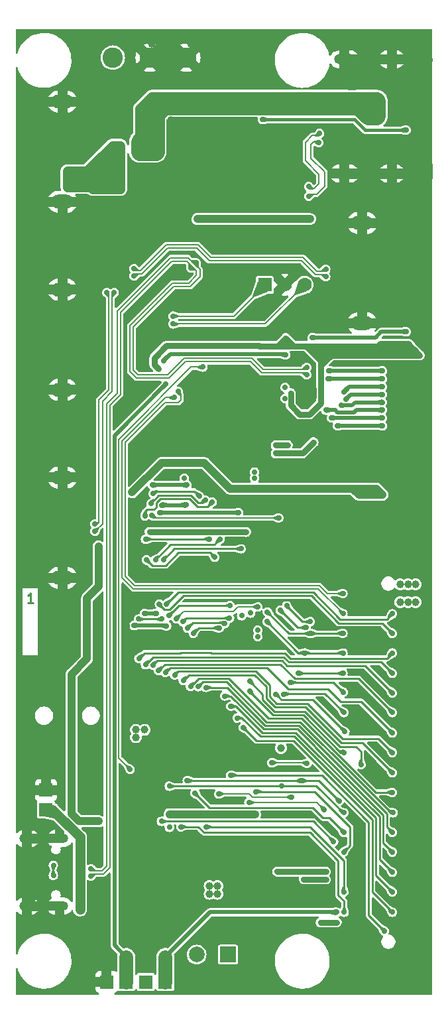
<source format=gbr>
%TF.GenerationSoftware,KiCad,Pcbnew,7.0.11-7.0.11~ubuntu22.04.1*%
%TF.CreationDate,2024-05-21T14:55:30+03:00*%
%TF.ProjectId,Neo6502PC-CPU_Rev_B,4e656f36-3530-4325-9043-2d4350555f52,B*%
%TF.SameCoordinates,PX365c040PY8f0d180*%
%TF.FileFunction,Copper,L1,Top*%
%TF.FilePolarity,Positive*%
%FSLAX46Y46*%
G04 Gerber Fmt 4.6, Leading zero omitted, Abs format (unit mm)*
G04 Created by KiCad (PCBNEW 7.0.11-7.0.11~ubuntu22.04.1) date 2024-05-21 14:55:30*
%MOMM*%
%LPD*%
G01*
G04 APERTURE LIST*
%ADD10C,0.254000*%
%TA.AperFunction,NonConductor*%
%ADD11C,0.254000*%
%TD*%
%TA.AperFunction,ComponentPad*%
%ADD12C,1.000000*%
%TD*%
%TA.AperFunction,ComponentPad*%
%ADD13C,1.800000*%
%TD*%
%TA.AperFunction,ComponentPad*%
%ADD14R,1.778000X1.778000*%
%TD*%
%TA.AperFunction,ComponentPad*%
%ADD15C,1.778000*%
%TD*%
%TA.AperFunction,ComponentPad*%
%ADD16O,2.700000X1.300000*%
%TD*%
%TA.AperFunction,ComponentPad*%
%ADD17O,2.300000X1.300000*%
%TD*%
%TA.AperFunction,ComponentPad*%
%ADD18R,2.000000X2.000000*%
%TD*%
%TA.AperFunction,ComponentPad*%
%ADD19C,2.000000*%
%TD*%
%TA.AperFunction,ComponentPad*%
%ADD20O,2.800000X1.800000*%
%TD*%
%TA.AperFunction,ComponentPad*%
%ADD21O,2.200000X1.200000*%
%TD*%
%TA.AperFunction,ComponentPad*%
%ADD22O,2.000000X1.300000*%
%TD*%
%TA.AperFunction,ComponentPad*%
%ADD23C,2.600000*%
%TD*%
%TA.AperFunction,ViaPad*%
%ADD24C,0.700000*%
%TD*%
%TA.AperFunction,ViaPad*%
%ADD25C,1.000000*%
%TD*%
%TA.AperFunction,Conductor*%
%ADD26C,1.016000*%
%TD*%
%TA.AperFunction,Conductor*%
%ADD27C,0.762000*%
%TD*%
%TA.AperFunction,Conductor*%
%ADD28C,1.270000*%
%TD*%
%TA.AperFunction,Conductor*%
%ADD29C,0.508000*%
%TD*%
%TA.AperFunction,Conductor*%
%ADD30C,2.540000*%
%TD*%
%TA.AperFunction,Conductor*%
%ADD31C,0.406400*%
%TD*%
%TA.AperFunction,Conductor*%
%ADD32C,0.200000*%
%TD*%
%TA.AperFunction,Conductor*%
%ADD33C,1.778000*%
%TD*%
%TA.AperFunction,Conductor*%
%ADD34C,2.286000*%
%TD*%
%TA.AperFunction,Conductor*%
%ADD35C,0.254000*%
%TD*%
G04 APERTURE END LIST*
D10*
D11*
X2634724Y50418632D02*
X1909009Y50418632D01*
X2271866Y50418632D02*
X2271866Y51688632D01*
X2271866Y51688632D02*
X2150914Y51507204D01*
X2150914Y51507204D02*
X2029962Y51386251D01*
X2029962Y51386251D02*
X1909009Y51325775D01*
D12*
X27695000Y74133260D03*
X27695000Y76533260D03*
D13*
X26495000Y75333260D03*
D12*
X25295000Y76533260D03*
X25225000Y74133260D03*
D14*
X32210000Y91000000D03*
D15*
X34750000Y91000000D03*
X37290000Y91000000D03*
D16*
X42400000Y105200000D03*
D17*
X48450000Y105200000D03*
D16*
X42400000Y119800000D03*
D17*
X48450000Y119800000D03*
D18*
X27500000Y5500000D03*
D19*
X23500000Y5500000D03*
D20*
X6350000Y101600000D03*
X6350000Y114400000D03*
X44650000Y98900000D03*
X44650000Y86100000D03*
D14*
X4250000Y26500000D03*
X12000000Y2000000D03*
D20*
X6350000Y53600000D03*
X6350000Y66400000D03*
D14*
X4250000Y24000000D03*
D20*
X6350000Y77600000D03*
X6350000Y90400000D03*
D21*
X6030000Y11680000D03*
X6030000Y20320000D03*
D22*
X1850000Y11680000D03*
X1850000Y20320000D03*
D14*
X14500000Y2000000D03*
X17000000Y2000000D03*
X19500000Y2000000D03*
D23*
X22200000Y120000000D03*
X17500000Y120000000D03*
X12800000Y120000000D03*
D24*
X24214000Y77238260D03*
X24214000Y75333260D03*
X24214000Y73428260D03*
X28659000Y77238261D03*
X28659000Y75333260D03*
X28659000Y73428260D03*
X26500000Y73428260D03*
X22245500Y70888260D03*
X22817000Y71523260D03*
X30056001Y71777260D03*
X31834000Y69364260D03*
X33104000Y68094260D03*
X31834000Y68094260D03*
X32500000Y63731740D03*
X32500000Y62750000D03*
X33500000Y63750000D03*
X29929000Y63268260D03*
X29929000Y61998260D03*
X26500000Y64030260D03*
X26499999Y67840260D03*
X21674000Y54632260D03*
X21674000Y55648260D03*
X22690000Y54632260D03*
X16340000Y54886260D03*
X15324000Y54886260D03*
X19260999Y54251260D03*
X26500000Y77238260D03*
X17483000Y60474260D03*
X29929000Y58188260D03*
D25*
X41000000Y89000000D03*
D24*
X26627000Y45615260D03*
D25*
X6000000Y51750000D03*
X5750000Y10000000D03*
X52984000Y4250000D03*
X7000000Y112500000D03*
D24*
X28532000Y46885260D03*
D25*
X52984000Y102000000D03*
X14000000Y123000000D03*
X1000000Y38250000D03*
X49000000Y112500000D03*
D24*
X47200000Y81000000D03*
D25*
X1000000Y53750000D03*
X14500000Y90750000D03*
X17000000Y105750000D03*
X1000000Y1000000D03*
X8000000Y62500000D03*
X23500000Y34000000D03*
X22600000Y100700000D03*
X49000000Y118000000D03*
X33250000Y92750000D03*
X9500000Y27000000D03*
X1000000Y95750000D03*
X51500000Y123000000D03*
X8000000Y47250000D03*
X43000000Y88000000D03*
D24*
X17232256Y83337516D03*
D25*
X1000000Y32250000D03*
X30000000Y1000000D03*
X50000000Y30000000D03*
X44000000Y89000000D03*
X21500000Y35963260D03*
X20250000Y121750000D03*
X27750000Y107000000D03*
X8000000Y73000000D03*
X51500000Y91000000D03*
X10000000Y115500000D03*
X11000000Y49750000D03*
X50000000Y62000000D03*
X6000000Y74250000D03*
X24000000Y107000000D03*
X15705000Y30250000D03*
X6750000Y1000000D03*
X26000000Y110500000D03*
X7000000Y87500000D03*
X34000000Y14000000D03*
X52984000Y24925000D03*
X52984000Y62000000D03*
X50000000Y37625000D03*
X14750000Y110750000D03*
X52984000Y116750000D03*
D24*
X19896000Y73936260D03*
D25*
X50000000Y77500000D03*
X52984000Y1000000D03*
X39500000Y94250000D03*
X27750000Y117500000D03*
X24000000Y110500000D03*
X7000000Y123000000D03*
X46250000Y123000000D03*
X8000000Y50250000D03*
X42000000Y88000000D03*
X27750000Y103000000D03*
X28000000Y16000000D03*
X52984000Y37625000D03*
X6000000Y48750000D03*
X2500000Y112250000D03*
X2250000Y15750000D03*
D24*
X11700000Y14500000D03*
X50400000Y80200000D03*
D25*
X52984000Y122750000D03*
X33000000Y7000000D03*
X50000000Y4250000D03*
X8000000Y110500000D03*
X52984000Y59000000D03*
X2500000Y42750000D03*
X50000000Y74500000D03*
X50000000Y45250000D03*
X21500000Y4000000D03*
X52984000Y77500000D03*
X52984000Y14750000D03*
X3750000Y10000000D03*
X52984000Y68000000D03*
X44000000Y62000000D03*
X17000000Y104500000D03*
X44000000Y90000000D03*
X48500000Y60500000D03*
D24*
X51200000Y80200000D03*
D25*
X52984000Y92500000D03*
X10000000Y110500000D03*
X45500000Y62000000D03*
X16848000Y30248260D03*
X1000000Y9500000D03*
X50000000Y14750000D03*
X30500000Y123000000D03*
X48500000Y70600000D03*
X9000000Y88500000D03*
X25500000Y34000000D03*
X27750000Y110500000D03*
X2500000Y106250000D03*
X1000000Y113750000D03*
X3750000Y12750000D03*
X44250000Y55250000D03*
X36000000Y14000000D03*
X1000000Y74750000D03*
X17000000Y95000000D03*
X51500000Y115250000D03*
D24*
X10500000Y94750000D03*
D25*
X2500000Y27750000D03*
X3750000Y21750000D03*
X52984000Y80500000D03*
X24000000Y123000000D03*
D24*
X14230002Y25444000D03*
D25*
X18000000Y19000000D03*
X27500000Y2500000D03*
X1000000Y101750000D03*
X8000000Y69500000D03*
D24*
X16340000Y77492260D03*
D25*
X8000000Y112500000D03*
X1000000Y110750000D03*
X36000000Y9000000D03*
X14500000Y31500000D03*
X6000000Y45750000D03*
X8000000Y68250000D03*
X47000000Y60500000D03*
X7000000Y88500000D03*
X6000000Y73000000D03*
X27500000Y1000000D03*
X52984000Y110750000D03*
X51500000Y76000000D03*
X52984000Y70600000D03*
X42000000Y103500000D03*
X50000000Y17300000D03*
X1000000Y92750000D03*
D24*
X7600000Y98500000D03*
D25*
X11000000Y83000000D03*
X34500000Y1000000D03*
X52984000Y42700000D03*
X1000000Y56750000D03*
X40750000Y107000000D03*
X48500000Y62000000D03*
X50000000Y22375000D03*
X2500000Y12750000D03*
X51500000Y73000000D03*
X52984000Y113750000D03*
D24*
X33207578Y23392422D03*
X25900000Y95625000D03*
D25*
X28000000Y18000000D03*
X21500000Y2500000D03*
X1000000Y116750000D03*
X52984000Y27460000D03*
X30000000Y7000000D03*
X15750000Y105750000D03*
D24*
X29929000Y46885260D03*
D25*
X50000000Y7140000D03*
D24*
X7000000Y97900000D03*
D25*
X1000000Y104750000D03*
X33000000Y5000000D03*
X51500000Y66500000D03*
X3750000Y20500000D03*
D24*
X25900000Y97375000D03*
D25*
X1000000Y35250000D03*
X1000000Y59750000D03*
D24*
X52000000Y81000000D03*
D25*
X26000000Y109000000D03*
X50000000Y68000000D03*
X30000000Y5000000D03*
X44250000Y53000000D03*
X25500000Y32000000D03*
X1000000Y26250000D03*
X22000000Y105000000D03*
X20250000Y110500000D03*
X1000000Y89750000D03*
X6000000Y60500000D03*
X6000000Y75750000D03*
X10000000Y101600000D03*
X51500000Y85000000D03*
X20250000Y112000000D03*
X1000000Y80750000D03*
X52984000Y107750000D03*
D24*
X37168000Y77873260D03*
X14230000Y26968000D03*
D25*
X42000000Y107000000D03*
X43000000Y90000000D03*
X25250000Y121750000D03*
X41250000Y123000000D03*
X51500000Y121250000D03*
X10750000Y8750000D03*
D24*
X11000000Y15100000D03*
D25*
X7000000Y110500000D03*
X45000000Y89000000D03*
X30000000Y9000000D03*
X8000000Y75750000D03*
X40500000Y99500000D03*
X35567572Y31883010D03*
X7000000Y116750000D03*
X50000000Y35075000D03*
D24*
X19261000Y73301260D03*
D25*
X10500000Y90750000D03*
X51500000Y118250000D03*
X50000000Y42700000D03*
X52984000Y50325000D03*
X29000000Y123000000D03*
X50000000Y40150000D03*
X51500000Y63500000D03*
X1000000Y23250000D03*
D24*
X9900000Y93250000D03*
X10500000Y93900000D03*
D25*
X2500000Y18750000D03*
D24*
X43700000Y116300000D03*
D25*
X52984000Y65000000D03*
X25250000Y120000000D03*
D24*
X25500000Y25200000D03*
D25*
X23500000Y32000000D03*
X49000000Y107000000D03*
X52984000Y95250000D03*
D24*
X26700000Y98250000D03*
D25*
X5750000Y8750000D03*
X49000000Y109000000D03*
X21500000Y32000000D03*
X43250000Y107000000D03*
X7000000Y86500000D03*
X15705000Y31391260D03*
X27500000Y34000000D03*
X10000000Y112500000D03*
D24*
X25765901Y84916401D03*
D25*
X36000000Y92750000D03*
X52984000Y9680000D03*
X45000000Y90000000D03*
X9500000Y66500000D03*
X51500000Y94000000D03*
X2500000Y115250000D03*
X52984000Y47775000D03*
D24*
X27750000Y88000000D03*
D25*
X51500000Y59000000D03*
X41000000Y90000000D03*
X19000000Y123000000D03*
X38000000Y9000000D03*
X50000000Y65000000D03*
X12000000Y111750000D03*
X8000000Y44250000D03*
D24*
X18626000Y72666260D03*
D25*
X11000000Y25750000D03*
X25500000Y38000000D03*
X40500000Y101500000D03*
X29500000Y32000000D03*
X8000000Y120000000D03*
X26000000Y107000000D03*
D24*
X19700000Y100700000D03*
D25*
X43250000Y111095200D03*
X12000000Y4000000D03*
X50000000Y2500000D03*
X9000000Y62500000D03*
X4500000Y8750000D03*
X1000000Y29250000D03*
X20250000Y108000000D03*
X44000000Y2500000D03*
X7000000Y8750000D03*
X50000000Y32530000D03*
X10000000Y111500000D03*
X18000000Y100000000D03*
X14500000Y36000000D03*
D24*
X29929000Y46000000D03*
D25*
X21900000Y101400000D03*
X9000000Y112500000D03*
X18000000Y98000000D03*
X36000000Y97750000D03*
D24*
X29802001Y60474260D03*
D25*
X17000000Y6000000D03*
X1000000Y107750000D03*
X8000000Y74250000D03*
X50000000Y79000000D03*
X25500000Y35963260D03*
X21411001Y18600000D03*
X53000000Y79000000D03*
X9500000Y67750000D03*
X8000000Y64500000D03*
X32977000Y58950260D03*
X24500000Y2500000D03*
X50000000Y24925000D03*
X52984000Y105000000D03*
X1000000Y65750000D03*
X1000000Y77750000D03*
X1000000Y17250000D03*
D24*
X26700000Y97375000D03*
D25*
X50000000Y19850000D03*
X42000000Y99500000D03*
X45500000Y60500000D03*
D24*
X16213000Y80289986D03*
D25*
X28000000Y14000000D03*
X33000000Y9000000D03*
X1000000Y86750000D03*
X48750000Y123000000D03*
X52984000Y98250000D03*
D24*
X11000000Y18800000D03*
D25*
X1000000Y123000000D03*
X52984000Y119750000D03*
X52984000Y45250000D03*
X52984000Y12220000D03*
X23500000Y38000000D03*
X51500000Y103500000D03*
X2500000Y36750000D03*
X21500000Y123000000D03*
X9000000Y86500000D03*
X3750000Y19250000D03*
X50000000Y70600000D03*
X47000000Y62000000D03*
X2500000Y39750000D03*
X51500000Y109250000D03*
X6000000Y84500000D03*
X52984000Y35075000D03*
X32000000Y18000000D03*
D24*
X23643727Y45339800D03*
D25*
X51500000Y106250000D03*
D24*
X28532000Y46000000D03*
D25*
X52984000Y32530000D03*
D24*
X17000000Y78000000D03*
D25*
X52984000Y22375000D03*
D24*
X42900000Y116300000D03*
D25*
X42000000Y90000000D03*
D24*
X7000000Y97000000D03*
D25*
X51500000Y99750000D03*
X27500000Y32000000D03*
D24*
X26500000Y96500000D03*
D25*
X30000000Y2500000D03*
X2500000Y21750000D03*
X8000000Y86500000D03*
D24*
X11000000Y17200000D03*
D25*
X9000000Y110500000D03*
D24*
X21166000Y60474260D03*
D25*
X52984000Y56000000D03*
X32000000Y14000000D03*
X15250000Y121750000D03*
X9500000Y8750000D03*
X20000000Y117500000D03*
X27750000Y120000000D03*
X30500000Y120000000D03*
X51500000Y79000000D03*
X51500000Y88000000D03*
X8500000Y101600000D03*
X43250000Y108500000D03*
X8250000Y8750000D03*
X50000000Y47775000D03*
X34500000Y123000000D03*
X46250000Y55250000D03*
X47000000Y1000000D03*
X32850000Y84858260D03*
X11000000Y46750000D03*
X3750000Y11500000D03*
D24*
X30250000Y90500000D03*
D25*
X50000000Y27460000D03*
X24000000Y103000000D03*
X16000000Y117500000D03*
X21750000Y88000000D03*
X8000000Y4000000D03*
X1000000Y83750000D03*
D24*
X37106079Y82064254D03*
D25*
X44000000Y60500000D03*
X52984000Y19850000D03*
X12000000Y110750000D03*
D24*
X25100000Y97375000D03*
D25*
X6000000Y68750000D03*
X1000000Y8250000D03*
X52984000Y89500000D03*
X11000000Y24000000D03*
X17750000Y121750000D03*
X2500000Y8750000D03*
X52984000Y74500000D03*
X21500000Y34000000D03*
X23500000Y35963260D03*
X2500000Y33750000D03*
X24500000Y1000000D03*
X36000000Y95750000D03*
D24*
X52984000Y82000000D03*
D25*
X19250000Y88000000D03*
D24*
X50400000Y81000000D03*
D25*
X43750000Y123000000D03*
D24*
X52000000Y80200000D03*
X49600000Y81000000D03*
X51200000Y81000000D03*
D25*
X39500000Y1000000D03*
X9000000Y24000000D03*
X52984000Y86500000D03*
X34247000Y58950260D03*
X47000000Y2500000D03*
X24000000Y117500000D03*
X44000000Y88000000D03*
X20900000Y101400000D03*
X42250000Y55250000D03*
X52984000Y17300000D03*
X9500000Y73000000D03*
X7000000Y63500000D03*
X52984000Y30000000D03*
X21471956Y39359778D03*
X10500000Y120000000D03*
X1000000Y62750000D03*
X42000000Y101500000D03*
X11500000Y123000000D03*
X12000000Y6000000D03*
X48500000Y66500000D03*
X32000000Y16000000D03*
X50000000Y9680000D03*
X50000000Y12220000D03*
D24*
X11000000Y13800000D03*
D25*
X39500000Y123000000D03*
X52984000Y7140000D03*
X52984000Y40150000D03*
X7000000Y64500000D03*
X2500000Y109250000D03*
X41250000Y121250000D03*
X1000000Y41250000D03*
X8000000Y88500000D03*
X2500000Y24750000D03*
D24*
X38438000Y76603260D03*
X16213000Y81556260D03*
D25*
X44000000Y1000000D03*
X52984000Y52850000D03*
D24*
X14992000Y26205999D03*
D25*
X15750000Y103250000D03*
X51500000Y96750000D03*
X50000000Y1000000D03*
X26500000Y123000000D03*
X9500000Y74250000D03*
X45000000Y88000000D03*
X7000000Y111500000D03*
X1000000Y71750000D03*
X46250000Y53000000D03*
X11000000Y116750000D03*
X51500000Y112250000D03*
D24*
X25100000Y95625000D03*
D25*
X14450000Y33750000D03*
X1000000Y68750000D03*
X9000000Y64500000D03*
X22750000Y121750000D03*
X43250000Y110000000D03*
X30500000Y117500000D03*
X30500000Y121750000D03*
X7000000Y62500000D03*
X1000000Y98750000D03*
X42250000Y53000000D03*
X48500000Y63500000D03*
X1000000Y14250000D03*
X17991000Y30248260D03*
X52984000Y85000000D03*
X26000000Y105000000D03*
X26000000Y103000000D03*
D24*
X14435000Y47520260D03*
D25*
X49000000Y115500000D03*
X21500000Y38000000D03*
D24*
X29000000Y89250000D03*
D25*
X17000000Y9000000D03*
X16500000Y123000000D03*
D24*
X10000000Y16464300D03*
X23428310Y93828310D03*
X37550360Y80433060D03*
X22771690Y93171690D03*
X10000000Y15535700D03*
X5200000Y16899994D03*
X37550360Y79504460D03*
X5200000Y15600000D03*
X26627000Y83207260D03*
D25*
X50500000Y50500000D03*
X51500000Y52750000D03*
D24*
X31300000Y46900000D03*
X29250000Y48750000D03*
X21166000Y59458260D03*
X20023000Y21750000D03*
X47200000Y82800000D03*
X29802000Y59458260D03*
X30400000Y49088823D03*
X49600000Y82000000D03*
X30893742Y66316260D03*
X30893742Y67100000D03*
D25*
X26161001Y13250000D03*
D24*
X48000000Y83500000D03*
D25*
X49500000Y52750000D03*
X23325000Y23390260D03*
D24*
X34882000Y83200000D03*
X47200000Y82000000D03*
X35517000Y77174760D03*
X34800000Y77900000D03*
X31453000Y83207260D03*
D25*
X34262800Y31874200D03*
D24*
X52000000Y82000000D03*
X50400000Y82000000D03*
D25*
X15750000Y34185260D03*
X49500000Y50500000D03*
X25161001Y13250000D03*
D24*
X48000000Y82700000D03*
X37930000Y74444260D03*
X20023000Y23400000D03*
D25*
X51500000Y50500000D03*
X27897000Y23390260D03*
D24*
X51200000Y82000000D03*
X21929258Y66316260D03*
X25103000Y83207260D03*
D25*
X26161001Y14250000D03*
D24*
X34882000Y84200000D03*
X17500018Y59458260D03*
D25*
X25161001Y14250000D03*
D24*
X28135990Y83207260D03*
D25*
X21674000Y23390261D03*
D24*
X34800000Y76500000D03*
D25*
X30945000Y23390261D03*
D24*
X31300000Y46100000D03*
D25*
X50500000Y52750000D03*
X15750000Y33250000D03*
D24*
X20658001Y83207260D03*
D25*
X16848000Y34185260D03*
D24*
X18626001Y80286260D03*
D25*
X29421000Y23390260D03*
D24*
X19260994Y81302260D03*
X19591000Y78300000D03*
X34882000Y82064259D03*
X20500000Y86000000D03*
X21132537Y77382537D03*
X42200000Y51600000D03*
X20667682Y76611879D03*
X42200000Y49000000D03*
X20500000Y87000000D03*
X37816615Y103530000D03*
X39200000Y110308000D03*
X39099430Y109167511D03*
X37816615Y102322000D03*
D25*
X45449996Y112500000D03*
X17250000Y109000000D03*
X45449996Y113500000D03*
X36900000Y99400000D03*
D24*
X41400000Y10900000D03*
D25*
X46500000Y114499996D03*
X45449996Y114499996D03*
X17250000Y108000000D03*
X33750000Y115100000D03*
X18250000Y108000000D03*
X16250000Y109000000D03*
X23600000Y99400000D03*
X38000000Y99400000D03*
X33750000Y114100000D03*
X16250000Y108000000D03*
X46500000Y112500000D03*
X46500000Y113500000D03*
D24*
X38250000Y84250000D03*
X50250008Y85000000D03*
X31900000Y112100000D03*
X50250000Y110750010D03*
X19654818Y50240382D03*
X48500000Y49000000D03*
X18745197Y50250000D03*
X48500000Y46500000D03*
X42200000Y46500000D03*
X32542461Y49242461D03*
X38000000Y46500000D03*
X16135800Y43300000D03*
X48500000Y44000000D03*
X32500000Y48000000D03*
X42200000Y44000000D03*
X37300000Y44000000D03*
X34174681Y49448105D03*
X37500000Y47250000D03*
X42200000Y41400000D03*
X36500000Y41400000D03*
X48500000Y41400000D03*
X16975000Y42500000D03*
X35002099Y50018200D03*
X38000000Y48000000D03*
X42250000Y39000000D03*
X35500000Y40250000D03*
X48500000Y38900000D03*
X17905440Y42448966D03*
X34642000Y38749995D03*
X42300000Y36400000D03*
X48500000Y36400000D03*
X16848000Y49044260D03*
X18643891Y41767558D03*
X18372000Y49044259D03*
X33637198Y38750000D03*
X42440179Y33951116D03*
X16091249Y48324270D03*
X48500000Y33800000D03*
X19055154Y48324270D03*
X19515000Y41500000D03*
X30280831Y39163260D03*
X42300000Y31300000D03*
X19669387Y47448650D03*
X15493010Y47520260D03*
X48500000Y31300000D03*
X20700000Y41200000D03*
X30183000Y24914260D03*
X41400000Y9600000D03*
X39800000Y24000000D03*
X39345200Y9600000D03*
X29484007Y34484007D03*
X48500000Y10900000D03*
X48500000Y21100000D03*
X24700000Y39600000D03*
X23083579Y46510096D03*
X26375695Y47182740D03*
X48500000Y16000000D03*
X27884000Y37200000D03*
X44500004Y29750000D03*
X30300000Y40400000D03*
X42300000Y18600000D03*
X31100000Y26300000D03*
X27100000Y38500000D03*
X48500000Y18600000D03*
X21500000Y21800000D03*
X42350000Y10900000D03*
X42300000Y13500000D03*
X24684000Y21800000D03*
X48500000Y26200000D03*
X22725166Y39718200D03*
X21733829Y47986208D03*
X27706988Y48430871D03*
X41700000Y25100002D03*
X36900000Y27700000D03*
X22300000Y27700000D03*
X48608842Y23600000D03*
X23729535Y39688709D03*
X22336980Y47182568D03*
X27088478Y47732250D03*
X34400000Y27000000D03*
X20023000Y27000000D03*
X42299998Y23600000D03*
X35634996Y25600000D03*
X40000000Y16100000D03*
X26312917Y26000000D03*
X33800000Y16100000D03*
X17813200Y61541060D03*
X37607946Y29907946D03*
X37200000Y15100000D03*
X40000000Y15100000D03*
X33100000Y30000000D03*
X33993000Y61236259D03*
X23300004Y26100000D03*
X42300000Y21100000D03*
X27884000Y28400000D03*
X47500004Y8500000D03*
X28684000Y35700006D03*
X48500000Y13500000D03*
X41000000Y19900000D03*
X19000000Y22500000D03*
X27770001Y50060260D03*
X21800000Y40500000D03*
X48500000Y28700000D03*
X20000000Y48781582D03*
X38438000Y70888260D03*
X33612000Y69491260D03*
X35961502Y69491260D03*
X15000000Y29144001D03*
X24300000Y80500000D03*
X28878781Y61913270D03*
X18816500Y61934759D03*
X20900000Y48400000D03*
X22182000Y62887260D03*
X31326000Y49874610D03*
X19037365Y62884378D03*
X47250000Y78000000D03*
X42300000Y77300000D03*
X47250000Y77000000D03*
X42602882Y76403842D03*
X29167000Y57299260D03*
X19261000Y55902260D03*
X25131624Y58540124D03*
X16975000Y58527250D03*
X18245000Y55902260D03*
X26486010Y58522244D03*
X17102000Y55902260D03*
X25809001Y56227260D03*
X17927500Y64347760D03*
X23833000Y64030260D03*
X17683353Y63069488D03*
X24595000Y63522260D03*
X22269509Y65427260D03*
X17864000Y65427260D03*
D25*
X9000000Y105500000D03*
X12750000Y103250000D03*
X8000000Y105500000D03*
X10000000Y104500000D03*
X7000000Y104500000D03*
X13734000Y107750000D03*
X7000000Y105500000D03*
X12750000Y105750000D03*
X12750000Y106750000D03*
X7000000Y103500000D03*
X13734000Y103250000D03*
X12750000Y107750000D03*
X12750000Y108750000D03*
X13734000Y105750000D03*
X9000000Y103500000D03*
X13734000Y106750000D03*
X8000000Y103500000D03*
X13734000Y108750000D03*
X10000000Y105500000D03*
X10000000Y103500000D03*
D24*
X16915767Y61472968D03*
X25484000Y63268260D03*
X33612000Y70507260D03*
X35136000Y70507260D03*
X47250000Y76000000D03*
X41950014Y75600000D03*
X41500000Y73000000D03*
X47250000Y73000000D03*
X47250000Y74000000D03*
X40749997Y74000003D03*
X47250000Y75000000D03*
X40000000Y75000000D03*
X40370800Y80000000D03*
X47250000Y80000000D03*
X47250000Y79000000D03*
X40331000Y79000000D03*
X12964300Y90000000D03*
X10500000Y59535700D03*
X10500000Y60464300D03*
X12035700Y90000000D03*
X40000000Y92964300D03*
X15500000Y93064300D03*
X40000000Y92035700D03*
X15500000Y92135700D03*
D25*
X9750000Y22500000D03*
D24*
X44250000Y64200000D03*
X45750000Y64200000D03*
D25*
X11000000Y57600000D03*
D24*
X43800000Y65000000D03*
X46500000Y64200000D03*
D25*
X11000000Y22500000D03*
X15250000Y64500000D03*
D24*
X47250000Y64200000D03*
X45000000Y64200000D03*
D25*
X8600000Y13300000D03*
X8600000Y12250000D03*
X8600000Y18700000D03*
X8600000Y11250000D03*
D26*
X14435000Y47520260D02*
X14435000Y46365000D01*
D27*
X43700000Y116300000D02*
X43700000Y119700000D01*
D28*
X51934000Y105200000D02*
X52984000Y106250000D01*
D26*
X29929000Y46885260D02*
X28532000Y46885260D01*
D27*
X38438000Y76603260D02*
X38438000Y77250000D01*
D26*
X52984000Y56000000D02*
X52984000Y80500000D01*
D27*
X25749500Y84900000D02*
X19556740Y84900000D01*
D26*
X26627000Y45627000D02*
X27000000Y46000000D01*
D27*
X38438000Y77746260D02*
X38311000Y77873260D01*
D28*
X43800000Y119800000D02*
X48450000Y119800000D01*
D29*
X37168000Y77873260D02*
X37873260Y77873260D01*
D27*
X17991000Y83334260D02*
X17235513Y83334260D01*
D26*
X51500000Y123000000D02*
X52734000Y123000000D01*
D28*
X52934000Y119800000D02*
X52984000Y119750000D01*
X42400000Y119800000D02*
X43800000Y119800000D01*
D29*
X38500000Y78500000D02*
X38500000Y80750000D01*
D26*
X27000000Y46000000D02*
X27885260Y46885260D01*
X52984000Y50325000D02*
X52984000Y47775000D01*
D27*
X25765901Y84916401D02*
X25749500Y84900000D01*
X17165500Y82508760D02*
X17232256Y82575516D01*
D26*
X11500000Y123000000D02*
X34500000Y123000000D01*
X29929000Y46000000D02*
X27000000Y46000000D01*
D27*
X43300000Y119300000D02*
X43800000Y119800000D01*
D26*
X52984000Y47775000D02*
X52984000Y42700000D01*
D27*
X42900000Y116300000D02*
X43300000Y116300000D01*
D28*
X48450000Y119800000D02*
X52934000Y119800000D01*
D27*
X32977000Y58950260D02*
X31453000Y60474260D01*
X38438000Y77250000D02*
X38438000Y77746260D01*
X38311000Y77873260D02*
X37168000Y77873260D01*
X21166000Y60474260D02*
X17483000Y60474260D01*
X17165500Y82508760D02*
X16213000Y81556260D01*
D29*
X38500000Y80750000D02*
X37185746Y82064254D01*
D27*
X43300000Y116300000D02*
X43700000Y116300000D01*
D26*
X52984000Y52850000D02*
X52984000Y50325000D01*
D27*
X34247000Y58950260D02*
X32977000Y58950260D01*
D26*
X52984000Y24925000D02*
X52984000Y19850000D01*
D27*
X19556740Y84900000D02*
X17991000Y83334260D01*
D26*
X52984000Y42700000D02*
X52984000Y35075000D01*
X29929000Y46000000D02*
X29929000Y46885260D01*
X26351540Y45339800D02*
X23643727Y45339800D01*
X52984000Y14750000D02*
X52984000Y12220000D01*
X52984000Y56000000D02*
X52984000Y52850000D01*
X52984000Y19850000D02*
X52984000Y14750000D01*
X15460200Y45339800D02*
X23643727Y45339800D01*
D27*
X43700000Y119700000D02*
X43800000Y119800000D01*
X17232256Y82575516D02*
X17232256Y83337516D01*
D30*
X17500000Y120000000D02*
X22200000Y120000000D01*
D26*
X26627000Y45615260D02*
X26351540Y45339800D01*
D27*
X32791859Y84916401D02*
X32850000Y84858260D01*
X37814740Y77873260D02*
X38438000Y77250000D01*
X43300000Y116300000D02*
X43300000Y119300000D01*
D26*
X52984000Y35075000D02*
X52984000Y24925000D01*
D29*
X38500000Y78062260D02*
X38500000Y78500000D01*
D28*
X48450000Y105200000D02*
X52534000Y105200000D01*
D26*
X27885260Y46885260D02*
X28532000Y46885260D01*
D29*
X37873260Y77873260D02*
X38500000Y78500000D01*
D28*
X48450000Y105200000D02*
X51934000Y105200000D01*
D26*
X52984000Y12220000D02*
X52984000Y9680000D01*
D27*
X25765901Y84916401D02*
X32791859Y84916401D01*
X37168000Y77873260D02*
X37814740Y77873260D01*
D26*
X26627000Y45615260D02*
X26627000Y45627000D01*
D27*
X42900000Y119300000D02*
X42400000Y119800000D01*
D31*
X39146799Y123353201D02*
X39500000Y123000000D01*
D27*
X42900000Y116300000D02*
X42900000Y119300000D01*
D29*
X38500000Y78500000D02*
X38500000Y76665260D01*
D28*
X42400000Y105200000D02*
X48450000Y105200000D01*
D27*
X17991000Y83334260D02*
X17165500Y82508760D01*
D29*
X37185746Y82064254D02*
X37106079Y82064254D01*
D27*
X29802001Y60474260D02*
X21166000Y60474260D01*
D29*
X38311000Y77873260D02*
X38500000Y78062260D01*
D28*
X52534000Y105200000D02*
X52984000Y104750000D01*
D31*
X34500000Y123000000D02*
X34853201Y123353201D01*
D26*
X52984000Y7140000D02*
X52984000Y1000000D01*
D31*
X34853201Y123353201D02*
X39146799Y123353201D01*
D29*
X38500000Y76665260D02*
X38438000Y76603260D01*
D27*
X17235513Y83334260D02*
X17232256Y83337516D01*
D26*
X39500000Y123000000D02*
X51500000Y123000000D01*
D28*
X52984000Y106250000D02*
X52984000Y104750000D01*
D26*
X52734000Y123000000D02*
X52984000Y122750000D01*
D27*
X31453000Y60474260D02*
X29802001Y60474260D01*
D26*
X52984000Y9680000D02*
X52984000Y7140000D01*
X14435000Y46365000D02*
X15460200Y45339800D01*
D32*
X23428310Y93828310D02*
X23428310Y93474756D01*
X22438766Y94464300D02*
X23074756Y93828310D01*
X10250000Y16214300D02*
X11411234Y16214300D01*
X20588766Y90785700D02*
X15414300Y85611234D01*
X19811234Y79514300D02*
X21911234Y81614300D01*
X32020006Y80183060D02*
X37300360Y80183060D01*
X20161234Y94464300D02*
X22438766Y94464300D01*
X15414300Y85611234D02*
X15414300Y80088766D01*
X22688766Y90785700D02*
X20588766Y90785700D01*
X11411234Y16214300D02*
X11985700Y16788766D01*
X15988766Y79514300D02*
X19811234Y79514300D01*
X23914300Y92988766D02*
X23914300Y92011234D01*
X23074756Y93828310D02*
X23428310Y93828310D01*
X23428310Y93474756D02*
X23914300Y92988766D01*
X11985700Y75788766D02*
X13385700Y77188766D01*
X10000000Y16464300D02*
X10250000Y16214300D01*
X11985700Y16788766D02*
X11985700Y75788766D01*
X13385700Y87688766D02*
X20161234Y94464300D01*
X23914300Y92011234D02*
X22688766Y90785700D01*
X13385700Y77188766D02*
X13385700Y87688766D01*
X15414300Y80088766D02*
X15988766Y79514300D01*
X37300360Y80183060D02*
X37550360Y80433060D01*
X30588766Y81614300D02*
X32020006Y80183060D01*
X21911234Y81614300D02*
X30588766Y81614300D01*
X14985700Y85788766D02*
X14985700Y79911234D01*
X22261234Y94035700D02*
X22771690Y93525244D01*
X22511234Y91214300D02*
X20411234Y91214300D01*
X10000000Y15535700D02*
X10250000Y15785700D01*
X23485700Y92811234D02*
X23485700Y92188766D01*
X22771690Y93171690D02*
X23125244Y93171690D01*
X20338766Y94035700D02*
X22261234Y94035700D01*
X15811234Y79085700D02*
X19988766Y79085700D01*
X23125244Y93171690D02*
X23485700Y92811234D01*
X22088766Y81185700D02*
X30411234Y81185700D01*
X13814300Y77011234D02*
X13814300Y87511234D01*
X31842474Y79754460D02*
X37300360Y79754460D01*
X5200000Y15600000D02*
X5200000Y16899994D01*
X22771690Y93525244D02*
X22771690Y93171690D01*
X12414300Y16611234D02*
X12414300Y75611234D01*
X12414300Y75611234D02*
X13814300Y77011234D01*
X37300360Y79754460D02*
X37550360Y79504460D01*
X11588766Y15785700D02*
X12414300Y16611234D01*
X10250000Y15785700D02*
X11588766Y15785700D01*
X14985700Y79911234D02*
X15811234Y79085700D01*
X30411234Y81185700D02*
X31842474Y79754460D01*
X20411234Y91214300D02*
X14985700Y85788766D01*
X13814300Y87511234D02*
X20338766Y94035700D01*
X23485700Y92188766D02*
X22511234Y91214300D01*
X19988766Y79085700D02*
X22088766Y81185700D01*
D27*
X39925000Y81275000D02*
X38000000Y83200000D01*
X36660000Y74444260D02*
X35517000Y75587260D01*
X39400000Y80700000D02*
X39975000Y81275000D01*
X47200000Y82000000D02*
X51200000Y82000000D01*
D26*
X29421000Y23390260D02*
X30945000Y23390261D01*
D27*
X39372260Y82400000D02*
X39286130Y82486130D01*
X51000000Y83000000D02*
X50500000Y83500000D01*
X18626001Y80286260D02*
X18100000Y80812261D01*
X39286130Y82486130D02*
X39772260Y82000000D01*
X48700000Y82000000D02*
X48000000Y82700000D01*
X47200000Y82000000D02*
X40700000Y82000000D01*
X38972260Y82800000D02*
X39400000Y82372260D01*
X39975000Y81275000D02*
X39925000Y81275000D01*
X46700000Y83200000D02*
X46750000Y83250000D01*
X26627000Y83207260D02*
X25103000Y83207260D01*
X33882000Y83200000D02*
X33750000Y83200000D01*
X34882000Y84200000D02*
X33882000Y83200000D01*
X51300000Y82700000D02*
X48000000Y82700000D01*
X48000000Y82700000D02*
X48000000Y83500000D01*
X38972260Y82800000D02*
X38572260Y83200000D01*
X48000000Y83500000D02*
X47000000Y83500000D01*
X47300000Y82800000D02*
X47500000Y83000000D01*
X51200000Y82000000D02*
X52000000Y82000000D01*
X51300000Y82700000D02*
X51000000Y83000000D01*
X47200000Y82000000D02*
X47300000Y82000000D01*
X47300000Y82000000D02*
X48000000Y82700000D01*
X47200000Y82400000D02*
X39372260Y82400000D01*
X38972260Y82800000D02*
X39286130Y82486130D01*
X39400000Y81300000D02*
X37500000Y83200000D01*
D26*
X20032739Y23390261D02*
X20023000Y23400000D01*
D27*
X21178865Y59471125D02*
X29789135Y59471125D01*
X47000000Y83500000D02*
X46750000Y83250000D01*
X35517000Y75587260D02*
X35517000Y77174760D01*
X47200000Y82800000D02*
X47300000Y82800000D01*
X34882000Y84200000D02*
X35882000Y83200000D01*
X19642000Y83207260D02*
X25103000Y83207260D01*
X35882000Y83200000D02*
X36000000Y83200000D01*
X38472260Y83200000D02*
X46700000Y83200000D01*
X47200000Y82800000D02*
X38972260Y82800000D01*
X39975000Y81275000D02*
X40700000Y82000000D01*
X47200000Y82400000D02*
X47200000Y82000000D01*
X31453000Y83207260D02*
X31460260Y83200000D01*
D26*
X21674000Y23390261D02*
X20032739Y23390261D01*
D27*
X29789135Y59471125D02*
X29802000Y59458260D01*
X52000000Y82000000D02*
X51300000Y82700000D01*
X39400000Y82372260D02*
X39400000Y75914260D01*
X49600000Y82000000D02*
X48700000Y82000000D01*
X38000000Y83200000D02*
X38472260Y83200000D01*
X17500000Y59458260D02*
X17491740Y59458260D01*
X46750000Y83250000D02*
X47200000Y82800000D01*
X37930000Y74444260D02*
X36660000Y74444260D01*
D26*
X27897000Y23390260D02*
X29421000Y23390260D01*
D27*
X33750000Y83200000D02*
X36000000Y83200000D01*
X39400000Y75914260D02*
X37930000Y74444260D01*
X17491740Y59458260D02*
X17500018Y59458260D01*
X47500000Y83000000D02*
X48000000Y83500000D01*
X34882000Y83200000D02*
X34882000Y84200000D01*
X31460260Y83200000D02*
X33750000Y83200000D01*
X18100000Y80812261D02*
X18100000Y81665260D01*
X21166000Y59458260D02*
X21178865Y59471125D01*
X36000000Y83200000D02*
X37500000Y83200000D01*
X51000000Y83000000D02*
X47500000Y83000000D01*
X50500000Y83500000D02*
X48000000Y83500000D01*
D26*
X21674000Y23390261D02*
X23325000Y23390260D01*
D27*
X37500000Y83200000D02*
X38000000Y83200000D01*
X39772260Y82000000D02*
X40700000Y82000000D01*
D26*
X23325000Y23390260D02*
X27897000Y23390260D01*
D27*
X28135990Y83207260D02*
X26627000Y83207260D01*
X38572260Y83200000D02*
X38472260Y83200000D01*
X39400000Y80700000D02*
X39400000Y81300000D01*
X21166000Y59458260D02*
X17491740Y59458260D01*
X18100000Y81665260D02*
X19642000Y83207260D01*
X28135990Y83207260D02*
X31453000Y83207260D01*
X47200000Y82800000D02*
X47200000Y82400000D01*
D29*
X13000000Y6700000D02*
X14500000Y5200000D01*
X34882000Y82064259D02*
X34777959Y82168300D01*
X13000000Y71709000D02*
X13000000Y6700000D01*
D33*
X14500000Y2000000D02*
X14500000Y5200000D01*
D29*
X34777959Y82168300D02*
X20127035Y82168300D01*
X20127035Y82168300D02*
X19260994Y81302260D01*
X19591000Y78300000D02*
X13000000Y71709000D01*
D32*
X19461879Y75961879D02*
X14354000Y70854000D01*
X21500000Y76300000D02*
X21161879Y75961879D01*
X40200000Y51600000D02*
X42200000Y51600000D01*
X14354000Y53811686D02*
X15565686Y52600000D01*
X32290000Y86000000D02*
X20500000Y86000000D01*
X15565686Y52600000D02*
X39200000Y52600000D01*
X21500000Y77015074D02*
X21500000Y76300000D01*
X21161879Y75961879D02*
X19461879Y75961879D01*
X14354000Y70854000D02*
X14354000Y53811686D01*
X39200000Y52600000D02*
X40200000Y51600000D01*
X37290000Y91000000D02*
X32290000Y86000000D01*
X21132537Y77382537D02*
X21500000Y77015074D01*
X15400000Y52200000D02*
X39000000Y52200000D01*
X13954000Y71054000D02*
X13954000Y53646000D01*
X28250000Y87000000D02*
X20500000Y87000000D01*
X32210000Y90960000D02*
X28250000Y87000000D01*
X19511879Y76611879D02*
X13954000Y71054000D01*
X20667682Y76611879D02*
X19511879Y76611879D01*
X39000000Y52200000D02*
X42200000Y49000000D01*
X13954000Y53646000D02*
X15400000Y52200000D01*
X32210000Y91000000D02*
X32210000Y90960000D01*
X37396000Y106853368D02*
X39146000Y105103368D01*
X39200000Y110308000D02*
X38950000Y110058000D01*
X39146000Y103896632D02*
X38529368Y103280000D01*
X38950000Y110058000D02*
X38257368Y110058000D01*
X39146000Y105103368D02*
X39146000Y103896632D01*
X38529368Y103280000D02*
X38066615Y103280000D01*
X37396000Y109196632D02*
X37396000Y106853368D01*
X38257368Y110058000D02*
X37396000Y109196632D01*
X38066615Y103280000D02*
X37816615Y103530000D01*
X39854000Y105396632D02*
X38104000Y107146632D01*
X39854000Y103603368D02*
X39854000Y105396632D01*
X38104000Y107146632D02*
X38104000Y108903368D01*
X38066615Y102572000D02*
X38822632Y102572000D01*
X37816615Y102322000D02*
X38066615Y102572000D01*
X38550632Y109350000D02*
X38916941Y109350000D01*
X38822632Y102572000D02*
X39854000Y103603368D01*
X38104000Y108903368D02*
X38550632Y109350000D01*
X38916941Y109350000D02*
X39099430Y109167511D01*
D28*
X17800000Y115000000D02*
X20600000Y115000000D01*
D34*
X19000000Y114500000D02*
X19750000Y114500000D01*
X28500000Y114500000D02*
X33750000Y114500000D01*
D29*
X41400000Y10900000D02*
X25200000Y10900000D01*
D34*
X46500000Y114499996D02*
X46500000Y113500000D01*
D33*
X19500000Y5200000D02*
X19500000Y2000000D01*
D34*
X27843000Y113843000D02*
X28500000Y114500000D01*
X17250000Y108000000D02*
X18250000Y108000000D01*
D28*
X20600000Y115000000D02*
X21100000Y114500000D01*
D29*
X25200000Y10900000D02*
X19500000Y5200000D01*
D28*
X45449996Y114499996D02*
X46500002Y114499996D01*
X16250000Y109000000D02*
X16250000Y113450000D01*
D34*
X18250000Y113000000D02*
X19093000Y113843000D01*
X46500000Y113500000D02*
X45449996Y113500000D01*
X43750000Y114500000D02*
X46499998Y114500000D01*
X33750000Y114500000D02*
X42500000Y114500000D01*
X21100000Y114500000D02*
X28500000Y114500000D01*
X16250000Y108000000D02*
X16250000Y109250000D01*
X42500000Y114500000D02*
X43750000Y114500000D01*
X18250000Y113000000D02*
X19750000Y114500000D01*
X19750000Y114500000D02*
X21100000Y114500000D01*
X43449996Y114500000D02*
X42500000Y114500000D01*
D26*
X23600000Y99400000D02*
X36900000Y99400000D01*
D34*
X17250000Y108000000D02*
X17250000Y110250000D01*
X27843000Y113843000D02*
X44106996Y113843000D01*
X46500000Y113500000D02*
X46500000Y112500000D01*
D26*
X36900000Y99400000D02*
X38000000Y99400000D01*
D34*
X46499998Y114500000D02*
X46500002Y114499996D01*
X16250000Y109250000D02*
X17250000Y110250000D01*
X46500000Y112500000D02*
X45449996Y112500000D01*
X19093000Y113843000D02*
X20300000Y113843000D01*
X17250000Y110250000D02*
X17250000Y112750000D01*
D28*
X17800000Y115000000D02*
X18500000Y115000000D01*
D34*
X20300000Y113843000D02*
X27843000Y113843000D01*
D28*
X16250000Y113450000D02*
X17800000Y115000000D01*
D34*
X44449996Y114500000D02*
X43750000Y114500000D01*
X18250000Y108000000D02*
X18250000Y113000000D01*
D28*
X18500000Y115000000D02*
X19000000Y114500000D01*
D34*
X45449996Y112500000D02*
X43449996Y114500000D01*
D26*
X17250000Y109000000D02*
X17250000Y110793000D01*
X17250000Y110793000D02*
X20300000Y113843000D01*
D34*
X17250000Y112750000D02*
X19000000Y114500000D01*
X17250000Y108000000D02*
X16250000Y108000000D01*
X45449996Y113500000D02*
X44449996Y114500000D01*
X44106996Y113843000D02*
X45449996Y112500000D01*
D29*
X47100000Y85000000D02*
X50250008Y85000000D01*
D31*
X44999990Y110750010D02*
X50250000Y110750010D01*
D29*
X38250000Y84250000D02*
X46350000Y84250000D01*
D31*
X31900004Y112099996D02*
X43650004Y112099996D01*
D29*
X46350000Y84250000D02*
X47100000Y85000000D01*
D31*
X43650004Y112099996D02*
X44999990Y110750010D01*
X31900000Y112100000D02*
X31900004Y112099996D01*
D35*
X38396000Y51754000D02*
X41850000Y48300000D01*
X21168436Y51754000D02*
X38396000Y51754000D01*
X41850000Y48300000D02*
X47800000Y48300000D01*
X19654818Y50240382D02*
X21168436Y51754000D01*
X47800000Y48300000D02*
X48500000Y49000000D01*
X47200000Y47800000D02*
X48500000Y46500000D01*
X20063382Y49563382D02*
X21800000Y51300000D01*
X19374395Y49563382D02*
X20063382Y49563382D01*
X41650000Y47800000D02*
X47200000Y47800000D01*
X38150000Y51300000D02*
X41650000Y47800000D01*
X18745197Y50192580D02*
X19374395Y49563382D01*
X18745197Y50250000D02*
X18745197Y50192580D01*
X21800000Y51300000D02*
X38150000Y51300000D01*
X38000000Y46500000D02*
X42200000Y46500000D01*
X35284922Y46500000D02*
X32542461Y49242461D01*
X38000000Y46500000D02*
X35284922Y46500000D01*
X48500000Y44000000D02*
X47800000Y43300000D01*
X16832992Y43997192D02*
X16135800Y43300000D01*
X21444876Y43997192D02*
X16832992Y43997192D01*
X21471684Y44024000D02*
X21444876Y43997192D01*
X25355121Y43997192D02*
X25328313Y44024000D01*
X34752808Y43997192D02*
X25355121Y43997192D01*
X35450000Y43300000D02*
X34752808Y43997192D01*
X47800000Y43300000D02*
X35450000Y43300000D01*
X25328313Y44024000D02*
X21471684Y44024000D01*
X36500000Y44000000D02*
X32500000Y48000000D01*
X37300000Y44000000D02*
X36500000Y44000000D01*
X37300000Y44000000D02*
X42200000Y44000000D01*
X36372786Y47250000D02*
X34174681Y49448105D01*
X42200000Y41400000D02*
X36500000Y41400000D01*
X37500000Y47250000D02*
X36372786Y47250000D01*
X34637948Y43470000D02*
X17945000Y43470000D01*
X35261948Y42846000D02*
X34637948Y43470000D01*
X47054000Y42846000D02*
X35261948Y42846000D01*
X17945000Y43470000D02*
X16975000Y42500000D01*
X48500000Y41400000D02*
X47054000Y42846000D01*
X40000000Y40250000D02*
X35500000Y40250000D01*
X42250000Y39000000D02*
X41000000Y40250000D01*
X38000000Y48000000D02*
X37000000Y48000000D01*
X37000000Y48000000D02*
X35002099Y49997901D01*
X41000000Y40250000D02*
X40000000Y40250000D01*
X35002099Y49997901D02*
X35002099Y50018200D01*
X35073896Y42392000D02*
X34449896Y43016000D01*
X45008000Y42392000D02*
X35073896Y42392000D01*
X48500000Y38900000D02*
X45008000Y42392000D01*
X34449896Y43016000D02*
X18472474Y43016000D01*
X18472474Y43016000D02*
X17905440Y42448966D01*
X42300000Y36400000D02*
X39900000Y38800000D01*
X34692005Y38800000D02*
X34642000Y38749995D01*
X39900000Y38800000D02*
X34692005Y38800000D01*
X44196000Y40704000D02*
X36071000Y40704000D01*
X19438333Y42562000D02*
X18643891Y41767558D01*
X34213000Y42562000D02*
X19438333Y42562000D01*
X36071000Y40704000D02*
X34213000Y42562000D01*
X48500000Y36400000D02*
X44196000Y40704000D01*
D29*
X16848000Y49044260D02*
X18372000Y49044259D01*
D35*
X38383295Y38008000D02*
X34379198Y38008000D01*
X34379198Y38008000D02*
X33637198Y38750000D01*
X42440179Y33951116D02*
X38383295Y38008000D01*
X40300000Y39400000D02*
X35200000Y39400000D01*
X48500000Y33800000D02*
X44500000Y37800000D01*
X44500000Y37800000D02*
X41900000Y37800000D01*
X35200000Y39400000D02*
X32492000Y42108000D01*
X32492000Y42108000D02*
X20123000Y42108000D01*
X20123000Y42108000D02*
X19515000Y41500000D01*
X41900000Y37800000D02*
X40300000Y39400000D01*
X16091249Y48324270D02*
X19055154Y48324270D01*
X33263413Y36092000D02*
X30280831Y39074582D01*
X42300000Y31300000D02*
X41915897Y31300000D01*
X37123897Y36092000D02*
X33263413Y36092000D01*
X30280831Y39074582D02*
X30280831Y39163260D01*
X41915897Y31300000D02*
X37123897Y36092000D01*
D29*
X15493010Y47520260D02*
X19597777Y47520260D01*
D35*
X42188053Y33054000D02*
X37688053Y37554000D01*
X32855398Y38426167D02*
X32855398Y39886655D01*
X32855398Y39886655D02*
X31088052Y41654000D01*
D29*
X19597777Y47520260D02*
X19669387Y47448650D01*
D35*
X48500000Y31300000D02*
X46746000Y33054000D01*
X46746000Y33054000D02*
X42188053Y33054000D01*
X21154000Y41654000D02*
X20700000Y41200000D01*
X31088052Y41654000D02*
X21154000Y41654000D01*
X33727565Y37554000D02*
X32855398Y38426167D01*
X37688053Y37554000D02*
X33727565Y37554000D01*
D32*
X38885740Y24914260D02*
X39800000Y24000000D01*
D27*
X39345200Y9600000D02*
X41400000Y9600000D01*
D32*
X30183000Y24914260D02*
X38885740Y24914260D01*
D35*
X45954000Y13446000D02*
X45954000Y22746000D01*
X35886011Y32813989D02*
X31154025Y32813989D01*
X48500000Y10900000D02*
X45954000Y13446000D01*
X45954000Y22746000D02*
X35886011Y32813989D01*
X31154025Y32813989D02*
X29484007Y34484007D01*
X32270000Y34730000D02*
X27400000Y39600000D01*
X48500000Y21100000D02*
X47800000Y21800000D01*
X36559738Y34730000D02*
X32270000Y34730000D01*
X39030003Y32244657D02*
X39030000Y32244661D01*
X47800000Y23468209D02*
X39030003Y32238206D01*
X23756223Y47182740D02*
X23083579Y46510096D01*
X39030003Y32238206D02*
X39030003Y32244657D01*
X27400000Y39600000D02*
X24700000Y39600000D01*
X39030000Y32244661D02*
X39030000Y32259738D01*
X39030000Y32259738D02*
X36559738Y34730000D01*
X47800000Y21800000D02*
X47800000Y23468209D01*
X26375695Y47182740D02*
X23756223Y47182740D01*
X36183635Y33821997D02*
X31878003Y33821997D01*
X48500000Y16000000D02*
X46862000Y17638000D01*
X28500000Y37200000D02*
X27884000Y37200000D01*
X38121999Y31883633D02*
X36183635Y33821997D01*
X38121999Y31862107D02*
X38121999Y31883633D01*
X46862000Y17638000D02*
X46862000Y23122104D01*
X31878003Y33821997D02*
X28500000Y37200000D01*
X46862000Y23122104D02*
X38121999Y31862107D01*
X44500004Y31399996D02*
X44500004Y29750000D01*
X41811948Y32046000D02*
X43854000Y32046000D01*
X37311948Y36546000D02*
X41811948Y32046000D01*
X31947398Y38050060D02*
X33451458Y36546000D01*
X43854000Y32046000D02*
X44500004Y31399996D01*
X30300000Y40400000D02*
X31946000Y38754000D01*
X31946000Y38754000D02*
X31946000Y38311947D01*
X31947398Y38310549D02*
X31947398Y38050060D01*
X33451458Y36546000D02*
X37311948Y36546000D01*
X31946000Y38311947D02*
X31947398Y38310549D01*
X31100000Y26300000D02*
X38600000Y26300000D01*
X43100000Y19400000D02*
X42300000Y18600000D01*
X38600000Y26300000D02*
X43100000Y21800000D01*
X43100000Y21800000D02*
X43100000Y19400000D01*
X27842052Y38500000D02*
X27100000Y38500000D01*
X32066055Y34275997D02*
X27842052Y38500000D01*
X38575999Y32050160D02*
X38575999Y32071685D01*
X38575999Y32071685D02*
X36371688Y34275997D01*
X48500000Y18600000D02*
X47316000Y19784000D01*
X47316000Y23310157D02*
X38575999Y32050160D01*
X47316000Y19784000D02*
X47316000Y23310157D01*
X36371688Y34275997D02*
X32066055Y34275997D01*
X42350000Y10900000D02*
X42350000Y12350000D01*
X23725000Y21800000D02*
X21500000Y21800000D01*
X24425000Y21100000D02*
X23725000Y21800000D01*
X41600000Y13100000D02*
X41600000Y17500000D01*
X42350000Y12350000D02*
X41600000Y13100000D01*
X38000000Y21100000D02*
X24425000Y21100000D01*
X41600000Y17500000D02*
X38000000Y21100000D01*
X42300000Y13500000D02*
X42300000Y17500000D01*
X38000000Y21800000D02*
X24684000Y21800000D01*
X42300000Y17500000D02*
X38000000Y21800000D01*
X41224000Y31328320D02*
X41224000Y31334765D01*
X39938000Y32620765D02*
X39938000Y32635844D01*
X36935844Y35638000D02*
X32662000Y35638000D01*
X32662000Y35638000D02*
X27554000Y40746000D01*
X41224000Y31334765D02*
X39938000Y32620765D01*
X46352320Y26200000D02*
X41224000Y31328320D01*
X48500000Y26200000D02*
X46352320Y26200000D01*
X39938000Y32635844D02*
X36935844Y35638000D01*
X23752966Y40746000D02*
X22725166Y39718200D01*
X27554000Y40746000D02*
X23752966Y40746000D01*
X27706988Y48430871D02*
X22178492Y48430871D01*
X22178492Y48430871D02*
X21733829Y47986208D01*
X36900000Y27700000D02*
X22300000Y27700000D01*
X39100002Y27700000D02*
X36900000Y27700000D01*
X41700000Y25100002D02*
X39100002Y27700000D01*
X40770000Y31146713D02*
X40770000Y31140266D01*
X39484000Y32447790D02*
X39484000Y32432713D01*
X40770000Y31140266D02*
X48310266Y23600000D01*
X27350052Y40292000D02*
X32458052Y35184000D01*
X24332826Y40292000D02*
X27350052Y40292000D01*
X23024671Y47870259D02*
X22336980Y47182568D01*
X39484000Y32432713D02*
X40770000Y31146713D01*
X32458052Y35184000D02*
X36747791Y35184000D01*
X23729535Y39688709D02*
X24332826Y40292000D01*
X27088478Y47732250D02*
X26950469Y47870259D01*
X26950469Y47870259D02*
X23024671Y47870259D01*
X36747791Y35184000D02*
X39484000Y32447790D01*
X48310266Y23600000D02*
X48608842Y23600000D01*
X42299998Y23600000D02*
X42200008Y23600000D01*
X38800008Y27000000D02*
X20023000Y27000000D01*
X42200008Y23600000D02*
X38800008Y27000000D01*
D32*
X30606459Y25600000D02*
X35634996Y25600000D01*
D27*
X40000000Y16100000D02*
X33800000Y16100000D01*
D32*
X26312917Y26000000D02*
X30206459Y26000000D01*
X30206459Y26000000D02*
X30606459Y25600000D01*
X18118000Y61236259D02*
X17813200Y61541060D01*
D27*
X37200000Y15100000D02*
X40000000Y15100000D01*
D32*
X33100000Y30000000D02*
X37515892Y30000000D01*
X37515892Y30000000D02*
X37607946Y29907946D01*
X33993000Y61236259D02*
X18118000Y61236259D01*
D35*
X39646000Y22954000D02*
X38362740Y24237260D01*
X25162744Y24237260D02*
X23300004Y26100000D01*
X38362740Y24237260D02*
X25162744Y24237260D01*
X40446000Y22954000D02*
X39646000Y22954000D01*
X42300000Y21100000D02*
X40446000Y22954000D01*
X45500000Y22405635D02*
X45500000Y10500004D01*
X39505635Y28400000D02*
X45500000Y22405635D01*
X45500000Y10500004D02*
X47500004Y8500000D01*
X27884000Y28400000D02*
X39505635Y28400000D01*
X46408000Y22934052D02*
X37667999Y31674054D01*
X29299994Y35700006D02*
X28684000Y35700006D01*
X35995587Y33367992D02*
X31632008Y33367992D01*
X48500000Y13500000D02*
X46408000Y15592000D01*
X37667999Y31695580D02*
X35995587Y33367992D01*
X46408000Y15592000D02*
X46408000Y22934052D01*
X37667999Y31674054D02*
X37667999Y31695580D01*
X31632008Y33367992D02*
X29299994Y35700006D01*
X19000000Y22500000D02*
X38400000Y22500000D01*
X38400000Y22500000D02*
X41000000Y19900000D01*
X44700000Y32500000D02*
X48500000Y28700000D01*
X42000000Y32500000D02*
X44700000Y32500000D01*
X33539512Y37100000D02*
X37400000Y37100000D01*
X21800000Y40500000D02*
X22500000Y41200000D01*
X27770001Y50060260D02*
X21278678Y50060260D01*
X21278678Y50060260D02*
X20000000Y48781582D01*
X32401398Y38238114D02*
X33539512Y37100000D01*
X22500000Y41200000D02*
X30900000Y41200000D01*
X37400000Y37100000D02*
X42000000Y32500000D01*
X32401398Y39698602D02*
X32401398Y38238114D01*
X30900000Y41200000D02*
X32401398Y39698602D01*
D27*
X35961502Y69491260D02*
X37041000Y69491260D01*
X33612000Y69491260D02*
X35961502Y69491260D01*
X37041000Y69491260D02*
X38438000Y70888260D01*
D32*
X22800000Y80500000D02*
X13554000Y71254000D01*
X24300000Y80500000D02*
X22800000Y80500000D01*
X13554000Y30590001D02*
X15000000Y29144001D01*
X13554000Y71254000D02*
X13554000Y30590001D01*
X18816500Y61934759D02*
X18816499Y61934760D01*
D29*
X18837989Y61913270D02*
X18816499Y61934760D01*
X28878781Y61913270D02*
X18837989Y61913270D01*
D32*
X28198260Y49298260D02*
X21798260Y49298260D01*
D29*
X22179118Y62884378D02*
X22182000Y62887260D01*
X19037365Y62884378D02*
X22179118Y62884378D01*
D32*
X28774610Y49874610D02*
X28198260Y49298260D01*
X21798260Y49298260D02*
X20900000Y48400000D01*
X31326000Y49874610D02*
X28774610Y49874610D01*
D29*
X47250000Y78000000D02*
X43000000Y78000000D01*
X43000000Y78000000D02*
X42300000Y77300000D01*
X47250000Y77000000D02*
X43199040Y77000000D01*
X43199040Y77000000D02*
X42602882Y76403842D01*
D35*
X20658000Y57299260D02*
X19261000Y55902260D01*
X29167000Y57299260D02*
X20658000Y57299260D01*
X25118750Y58527250D02*
X25131624Y58540124D01*
X16975000Y58527250D02*
X25118750Y58527250D01*
X25771025Y57807260D02*
X26136011Y58172246D01*
X20150000Y57807260D02*
X25771025Y57807260D01*
X18245000Y55902260D02*
X20150000Y57807260D01*
X26136011Y58172246D02*
X26486010Y58522244D01*
X17864000Y55140260D02*
X17102000Y55902260D01*
X25245000Y56791260D02*
X21166000Y56791260D01*
X21166000Y56791260D02*
X19515000Y55140259D01*
X25809001Y56227260D02*
X25245000Y56791260D01*
X19515000Y55140259D02*
X17864000Y55140260D01*
X23833000Y64030260D02*
X23214934Y64648326D01*
X23214934Y64648326D02*
X18228066Y64648326D01*
X18228066Y64648326D02*
X17927500Y64347760D01*
X18648211Y64103271D02*
X17683353Y63138414D01*
X24595000Y63522260D02*
X24245001Y63172261D01*
X22751057Y64103271D02*
X18648211Y64103271D01*
X24245001Y63172261D02*
X23682067Y63172261D01*
X23682067Y63172261D02*
X22751057Y64103271D01*
X17683353Y63138414D02*
X17683353Y63069488D01*
D29*
X17864000Y65427260D02*
X22269509Y65427260D01*
D28*
X9500000Y105500000D02*
X9000000Y105500000D01*
X12734000Y104500000D02*
X12000000Y104500000D01*
X13734000Y103250000D02*
X13734000Y105500000D01*
X12750000Y108750000D02*
X9500000Y105500000D01*
X12750000Y103250000D02*
X11250000Y103250000D01*
X10000000Y103500000D02*
X9000000Y104500000D01*
X8000000Y105500000D02*
X7000000Y105500000D01*
X12484000Y104500000D02*
X12000000Y104500000D01*
X11250000Y103250000D02*
X10000000Y104500000D01*
X12750000Y105500000D02*
X13734000Y105500000D01*
X13734000Y103250000D02*
X12484000Y104500000D01*
X13734000Y107500000D02*
X11734000Y105500000D01*
X7000000Y105500000D02*
X7000000Y103500000D01*
X8000000Y105500000D02*
X10000000Y105500000D01*
X12750000Y107500000D02*
X12750000Y105500000D01*
X7000000Y105500000D02*
X7000000Y104500000D01*
X10484000Y105500000D02*
X9000000Y105500000D01*
X13734000Y108750000D02*
X10484000Y105500000D01*
X10000000Y105500000D02*
X11500000Y105500000D01*
X13734000Y106484000D02*
X12750000Y105500000D01*
X13734000Y105500000D02*
X12734000Y104500000D01*
X10000000Y104500000D02*
X8000000Y104500000D01*
X13734000Y103250000D02*
X12750000Y103250000D01*
X12000000Y104500000D02*
X10000000Y104500000D01*
X11500000Y105500000D02*
X12750000Y105500000D01*
X12750000Y108500000D02*
X12750000Y107500000D01*
X8000000Y104500000D02*
X8000000Y105500000D01*
X13734000Y108750000D02*
X12750000Y108750000D01*
X10750000Y105500000D02*
X12750000Y107500000D01*
X11734000Y105500000D02*
X11500000Y105500000D01*
X7000000Y104500000D02*
X8000000Y104500000D01*
X12750000Y108750000D02*
X12750000Y108500000D01*
X10000000Y103500000D02*
X7000000Y103500000D01*
X9000000Y104500000D02*
X8000000Y104500000D01*
X13734000Y106500000D02*
X13734000Y106484000D01*
X10250000Y103250000D02*
X10000000Y103500000D01*
X10000000Y105500000D02*
X10750000Y105500000D01*
X13734000Y107500000D02*
X13734000Y108750000D01*
X13734000Y106500000D02*
X13734000Y105500000D01*
X13734000Y107500000D02*
X13734000Y106500000D01*
X12750000Y103250000D02*
X10250000Y103250000D01*
D35*
X18836268Y63649260D02*
X18360363Y63173355D01*
X17165500Y62315760D02*
X16915767Y62066027D01*
X18360363Y63173355D02*
X18360362Y62621623D01*
X18054500Y62315761D02*
X17165500Y62315760D01*
X23579000Y62633261D02*
X22563001Y63649260D01*
X18360362Y62621623D02*
X18054500Y62315761D01*
X16915767Y62066027D02*
X16915767Y61472968D01*
X25484000Y63268260D02*
X24849000Y62633260D01*
X24849000Y62633260D02*
X23579000Y62633261D01*
X22563001Y63649260D02*
X18836268Y63649260D01*
D27*
X33612000Y70507260D02*
X35136000Y70507260D01*
D29*
X47250000Y76000000D02*
X43750000Y76000000D01*
X43750000Y76000000D02*
X43350000Y75600000D01*
X43350000Y75600000D02*
X41950014Y75600000D01*
X47250000Y73000000D02*
X41500000Y73000000D01*
X40750000Y74000000D02*
X40749997Y74000003D01*
X47250000Y74000000D02*
X40750000Y74000000D01*
D32*
X43925000Y75000000D02*
X43625000Y74700000D01*
D29*
X43925000Y75000000D02*
X43633000Y74708000D01*
X41492000Y74708000D02*
X41200000Y75000000D01*
X43633000Y74708000D02*
X41492000Y74708000D01*
X41200000Y75000000D02*
X40000000Y75000000D01*
X47250000Y75000000D02*
X43925000Y75000000D01*
X47250000Y80000000D02*
X40370800Y80000000D01*
X47250000Y79000000D02*
X40331000Y79000000D01*
D32*
X10500000Y59535700D02*
X11464300Y60500000D01*
X11464300Y76161234D02*
X12714300Y77411234D01*
X11464300Y60500000D02*
X11464300Y76161234D01*
X12714300Y77411234D02*
X12714300Y89750000D01*
X12714300Y89750000D02*
X12964300Y90000000D01*
X12285700Y77588766D02*
X12285700Y89750000D01*
X11035700Y60677532D02*
X11035700Y76338766D01*
X10822468Y60464300D02*
X11035700Y60677532D01*
X11035700Y76338766D02*
X12285700Y77588766D01*
X12285700Y89750000D02*
X12035700Y90000000D01*
X10500000Y60464300D02*
X10822468Y60464300D01*
X38888766Y92714300D02*
X39750000Y92714300D01*
X37088766Y94514300D02*
X38888766Y92714300D01*
X15500000Y93064300D02*
X15750000Y92814300D01*
X15750000Y92814300D02*
X16311234Y92814300D01*
X19611234Y96114300D02*
X23688766Y96114300D01*
X23688766Y96114300D02*
X25288766Y94514300D01*
X25288766Y94514300D02*
X37088766Y94514300D01*
X16311234Y92814300D02*
X19611234Y96114300D01*
X39750000Y92714300D02*
X40000000Y92964300D01*
X15500000Y92135700D02*
X15750000Y92385700D01*
X38711234Y92285700D02*
X39750000Y92285700D01*
X39750000Y92285700D02*
X40000000Y92035700D01*
X25111234Y94085700D02*
X36911234Y94085700D01*
X15750000Y92385700D02*
X16488766Y92385700D01*
X16488766Y92385700D02*
X19788766Y95685700D01*
X23511234Y95685700D02*
X25111234Y94085700D01*
X19788766Y95685700D02*
X23511234Y95685700D01*
X36911234Y94085700D02*
X38711234Y92285700D01*
D26*
X46450000Y65000000D02*
X47250000Y64200000D01*
X8500000Y22500000D02*
X11000000Y22500000D01*
X11000000Y52500000D02*
X9500000Y51000000D01*
X43250000Y65000000D02*
X46450000Y65000000D01*
X9500000Y43250000D02*
X7500000Y41250000D01*
X43450000Y65000000D02*
X43250000Y65000000D01*
X9500000Y51000000D02*
X9500000Y43250000D01*
X43800000Y65000000D02*
X43250000Y65000000D01*
X24500000Y68250000D02*
X19000000Y68250000D01*
X7500000Y23500000D02*
X8500000Y22500000D01*
X43250000Y65000000D02*
X27750000Y65000000D01*
X27750000Y65000000D02*
X24500000Y68250000D01*
X11000000Y57600000D02*
X11000000Y52500000D01*
X47250000Y64200000D02*
X44250000Y64200000D01*
X19000000Y68250000D02*
X15250000Y64500000D01*
X7500000Y41250000D02*
X7500000Y23500000D01*
X44250000Y64200000D02*
X43450000Y65000000D01*
D28*
X8600000Y13300000D02*
X8600000Y11250000D01*
X8600000Y18700000D02*
X8600000Y20500000D01*
X5100000Y24000000D02*
X4250000Y24000000D01*
X8600000Y20500000D02*
X5100000Y24000000D01*
X8600000Y18700000D02*
X8600000Y13300000D01*
%TA.AperFunction,Conductor*%
G36*
X27527599Y50300907D02*
G01*
X27744319Y50175960D01*
X27927419Y50070396D01*
X27932874Y50063295D01*
X27931711Y50054416D01*
X27927419Y50050124D01*
X27527601Y49819615D01*
X27518722Y49818452D01*
X27513717Y49821251D01*
X27496349Y49837679D01*
X27471508Y49857735D01*
X27471504Y49857738D01*
X27471500Y49857741D01*
X27445514Y49875441D01*
X27445510Y49875444D01*
X27418381Y49890783D01*
X27408313Y49895405D01*
X27390114Y49903761D01*
X27390110Y49903763D01*
X27390109Y49903763D01*
X27360713Y49914378D01*
X27330137Y49922644D01*
X27330135Y49922645D01*
X27298455Y49928542D01*
X27298444Y49928543D01*
X27290126Y49929440D01*
X27265613Y49932081D01*
X27265603Y49932082D01*
X27265598Y49932082D01*
X27242928Y49932869D01*
X27234779Y49936581D01*
X27231634Y49944562D01*
X27231634Y50175960D01*
X27235061Y50184233D01*
X27242927Y50187653D01*
X27265613Y50188440D01*
X27298451Y50191980D01*
X27330135Y50197878D01*
X27330136Y50197878D01*
X27330137Y50197879D01*
X27330146Y50197880D01*
X27360702Y50206140D01*
X27390114Y50216760D01*
X27418385Y50229740D01*
X27445514Y50245080D01*
X27471501Y50262780D01*
X27496347Y50282840D01*
X27513718Y50299271D01*
X27522082Y50302465D01*
X27527599Y50300907D01*
G37*
%TD.AperFunction*%
%TA.AperFunction,Conductor*%
G36*
X29294000Y72158260D02*
G01*
X23579000Y72158261D01*
X23579000Y78508260D01*
X29294000Y78508260D01*
X29294000Y72158260D01*
G37*
%TD.AperFunction*%
%TA.AperFunction,Conductor*%
G36*
X18053571Y63675508D02*
G01*
X18218192Y63510887D01*
X18221619Y63502614D01*
X18218192Y63494341D01*
X18139263Y63415411D01*
X18138511Y63414721D01*
X18105612Y63387115D01*
X18105609Y63387112D01*
X18084142Y63349929D01*
X18083594Y63349068D01*
X18058970Y63313900D01*
X18058968Y63313896D01*
X18055581Y63301257D01*
X18054413Y63298437D01*
X18047866Y63287095D01*
X18040408Y63244806D01*
X18040187Y63243810D01*
X18029075Y63202339D01*
X18029075Y63202336D01*
X18032817Y63159574D01*
X18032862Y63158554D01*
X18032862Y63005075D01*
X18032068Y63000839D01*
X18011030Y62946671D01*
X18004841Y62940200D01*
X17995888Y62940001D01*
X17995675Y62940086D01*
X17979658Y62946671D01*
X17837600Y63005075D01*
X17687161Y63066925D01*
X17680813Y63073239D01*
X17553295Y63383407D01*
X17553318Y63392360D01*
X17558239Y63397971D01*
X18039424Y63677354D01*
X18048299Y63678544D01*
X18053571Y63675508D01*
G37*
%TD.AperFunction*%
%TA.AperFunction,Conductor*%
G36*
X37592134Y27829729D02*
G01*
X37598828Y27823780D01*
X37600000Y27818675D01*
X37600000Y27581326D01*
X37596573Y27573053D01*
X37592134Y27570272D01*
X37044333Y27380248D01*
X37035394Y27380774D01*
X37029702Y27386795D01*
X36900879Y27695495D01*
X36900857Y27704449D01*
X36900880Y27704506D01*
X37029702Y28013207D01*
X37036050Y28019520D01*
X37044331Y28019753D01*
X37592134Y27829729D01*
G37*
%TD.AperFunction*%
%TA.AperFunction,Conductor*%
G36*
X27084960Y48077306D02*
G01*
X27088514Y48069086D01*
X27088515Y48068940D01*
X27089471Y47734612D01*
X27088569Y47730073D01*
X26959840Y47421596D01*
X26953491Y47415281D01*
X26944536Y47415304D01*
X26942855Y47416172D01*
X26844288Y47477580D01*
X26841193Y47480387D01*
X26795351Y47540128D01*
X26768316Y47575361D01*
X26653320Y47663601D01*
X26653317Y47663602D01*
X26653311Y47663606D01*
X26519410Y47719068D01*
X26519401Y47719071D01*
X26442365Y47729213D01*
X26437705Y47730883D01*
X26423353Y47739825D01*
X26418143Y47747108D01*
X26417840Y47749755D01*
X26417840Y47986949D01*
X26421267Y47995222D01*
X26428067Y47998556D01*
X27074713Y48080506D01*
X27075962Y48080595D01*
X27076639Y48080605D01*
X27084960Y48077306D01*
G37*
%TD.AperFunction*%
%TA.AperFunction,Conductor*%
G36*
X22605699Y93832655D02*
G01*
X23010927Y93427427D01*
X23014354Y93419154D01*
X23010951Y93410905D01*
X22775838Y93174444D01*
X22767574Y93170993D01*
X22767517Y93170993D01*
X22434149Y93171665D01*
X22425883Y93175109D01*
X22422473Y93183389D01*
X22422498Y93184124D01*
X22437243Y93410905D01*
X22455720Y93695111D01*
X22459121Y93702623D01*
X22589154Y93832656D01*
X22597426Y93836082D01*
X22605699Y93832655D01*
G37*
%TD.AperFunction*%
%TA.AperFunction,Conductor*%
G36*
X22748038Y47761457D02*
G01*
X22915868Y47593627D01*
X22919295Y47585354D01*
X22918123Y47580249D01*
X22665138Y47058529D01*
X22658444Y47052580D01*
X22650161Y47052813D01*
X22340788Y47180005D01*
X22334440Y47186319D01*
X22207224Y47495752D01*
X22207247Y47504705D01*
X22212938Y47510726D01*
X22734661Y47763713D01*
X22743599Y47764238D01*
X22748038Y47761457D01*
G37*
%TD.AperFunction*%
%TA.AperFunction,Conductor*%
G36*
X25170816Y63398017D02*
G01*
X25480191Y63270824D01*
X25486540Y63264509D01*
X25486563Y63264452D01*
X25613755Y62955079D01*
X25613732Y62946124D01*
X25608039Y62940102D01*
X25086319Y62687117D01*
X25077380Y62686591D01*
X25072941Y62689372D01*
X24905111Y62857202D01*
X24901684Y62865475D01*
X24902856Y62870580D01*
X24936568Y62940102D01*
X25155842Y63392302D01*
X25162535Y63398249D01*
X25170816Y63398017D01*
G37*
%TD.AperFunction*%
%TA.AperFunction,Conductor*%
G36*
X16546858Y43878889D02*
G01*
X16714688Y43711059D01*
X16718115Y43702786D01*
X16716943Y43697681D01*
X16463958Y43175961D01*
X16457264Y43170012D01*
X16448981Y43170245D01*
X16139608Y43297437D01*
X16133260Y43303751D01*
X16006044Y43613184D01*
X16006067Y43622137D01*
X16011758Y43628158D01*
X16533481Y43881145D01*
X16542419Y43881670D01*
X16546858Y43878889D01*
G37*
%TD.AperFunction*%
%TA.AperFunction,Conductor*%
G36*
X31332234Y91356732D02*
G01*
X31349099Y91349897D01*
X32206204Y91002532D01*
X32212583Y90996250D01*
X32212592Y90996229D01*
X32580573Y90122051D01*
X32580624Y90113097D01*
X32574328Y90106728D01*
X32574063Y90106621D01*
X30810223Y89414471D01*
X30801270Y89414638D01*
X30797676Y89417089D01*
X30666945Y89547820D01*
X30663518Y89556093D01*
X30664224Y89560094D01*
X31316847Y91349898D01*
X31322901Y91356496D01*
X31331847Y91356881D01*
X31332234Y91356732D01*
G37*
%TD.AperFunction*%
%TA.AperFunction,Conductor*%
G36*
X40344246Y79348184D02*
G01*
X41020891Y79255387D01*
X41028621Y79250867D01*
X41031000Y79243795D01*
X41031000Y78756206D01*
X41027573Y78747933D01*
X41020890Y78744614D01*
X40344251Y78651818D01*
X40335589Y78654089D01*
X40331069Y78661820D01*
X40330961Y78663366D01*
X40330000Y79000000D01*
X40330961Y79336626D01*
X40334412Y79344888D01*
X40342694Y79348291D01*
X40344246Y79348184D01*
G37*
%TD.AperFunction*%
%TA.AperFunction,Conductor*%
G36*
X19351820Y78539081D02*
G01*
X19352997Y78538057D01*
X19591707Y78300707D01*
X19591755Y78300659D01*
X19829056Y78061998D01*
X19832459Y78053716D01*
X19829008Y78045452D01*
X19827831Y78044428D01*
X19283759Y77631590D01*
X19275097Y77629320D01*
X19268414Y77632638D01*
X18923637Y77977415D01*
X18920210Y77985688D01*
X18922589Y77992760D01*
X19335428Y78536834D01*
X19343158Y78541351D01*
X19351820Y78539081D01*
G37*
%TD.AperFunction*%
%TA.AperFunction,Conductor*%
G36*
X41902319Y21681144D02*
G01*
X42424039Y21428159D01*
X42429988Y21421465D01*
X42429755Y21413182D01*
X42302563Y21103809D01*
X42296248Y21097460D01*
X42296191Y21097437D01*
X41986818Y20970245D01*
X41977863Y20970268D01*
X41971841Y20975961D01*
X41912925Y21097460D01*
X41718856Y21497681D01*
X41718330Y21506620D01*
X41721109Y21511057D01*
X41888942Y21678890D01*
X41897214Y21682316D01*
X41902319Y21681144D01*
G37*
%TD.AperFunction*%
%TA.AperFunction,Conductor*%
G36*
X20532022Y76930875D02*
G01*
X20538161Y76924649D01*
X20666801Y76616385D01*
X20666824Y76607430D01*
X20666801Y76607373D01*
X20538161Y76299110D01*
X20531812Y76292795D01*
X20523069Y76292733D01*
X19975088Y76508957D01*
X19968650Y76515181D01*
X19967682Y76519840D01*
X19967682Y76703919D01*
X19971109Y76712192D01*
X19975085Y76714801D01*
X20523070Y76931026D01*
X20532022Y76930875D01*
G37*
%TD.AperFunction*%
%TA.AperFunction,Conductor*%
G36*
X21192595Y86102922D02*
G01*
X21199032Y86096699D01*
X21200000Y86092040D01*
X21200000Y85907961D01*
X21196573Y85899688D01*
X21192594Y85897078D01*
X20644612Y85680854D01*
X20635659Y85681005D01*
X20629520Y85687231D01*
X20541950Y85897078D01*
X20500879Y85995495D01*
X20500857Y86004449D01*
X20500880Y86004506D01*
X20629520Y86312771D01*
X20635869Y86319085D01*
X20644611Y86319147D01*
X21192595Y86102922D01*
G37*
%TD.AperFunction*%
%TA.AperFunction,Conductor*%
G36*
X48102319Y34381144D02*
G01*
X48624039Y34128159D01*
X48629988Y34121465D01*
X48629755Y34113182D01*
X48502563Y33803809D01*
X48496248Y33797460D01*
X48496191Y33797437D01*
X48186818Y33670245D01*
X48177863Y33670268D01*
X48171841Y33675961D01*
X48112925Y33797460D01*
X47918856Y34197681D01*
X47918330Y34206620D01*
X47921109Y34211057D01*
X48088942Y34378890D01*
X48097214Y34382316D01*
X48102319Y34381144D01*
G37*
%TD.AperFunction*%
%TA.AperFunction,Conductor*%
G36*
X32822136Y48129733D02*
G01*
X32828158Y48124040D01*
X33081143Y47602320D01*
X33081669Y47593381D01*
X33078888Y47588942D01*
X32911058Y47421112D01*
X32902785Y47417685D01*
X32897680Y47418857D01*
X32375960Y47671842D01*
X32370011Y47678536D01*
X32370243Y47686817D01*
X32497437Y47996194D01*
X32503748Y48002539D01*
X32813183Y48129756D01*
X32822136Y48129733D01*
G37*
%TD.AperFunction*%
%TA.AperFunction,Conductor*%
G36*
X38960803Y110547197D02*
G01*
X38961340Y110546695D01*
X39047172Y110461209D01*
X39197542Y110311444D01*
X39200986Y110303179D01*
X39200986Y110303122D01*
X39200033Y109969667D01*
X39196582Y109961403D01*
X39188333Y109958000D01*
X38615253Y109958000D01*
X38606980Y109961427D01*
X38603553Y109969700D01*
X38603553Y110153594D01*
X38606460Y110161312D01*
X38944293Y110546125D01*
X38952325Y110550080D01*
X38960803Y110547197D01*
G37*
%TD.AperFunction*%
%TA.AperFunction,Conductor*%
G36*
X48114920Y23979865D02*
G01*
X48597871Y23950664D01*
X48605921Y23946744D01*
X48608864Y23939009D01*
X48609539Y23604173D01*
X48606129Y23595893D01*
X48606088Y23595852D01*
X48369787Y23360898D01*
X48361505Y23357495D01*
X48353241Y23360946D01*
X48353108Y23361081D01*
X48071481Y23653675D01*
X48069779Y23655939D01*
X48054751Y23681968D01*
X48021854Y23709572D01*
X48021102Y23710262D01*
X47938709Y23792655D01*
X47935282Y23800928D01*
X47938708Y23809200D01*
X48105967Y23976459D01*
X48114239Y23979885D01*
X48114920Y23979865D01*
G37*
%TD.AperFunction*%
%TA.AperFunction,Conductor*%
G36*
X37864605Y48319227D02*
G01*
X37870298Y48313205D01*
X37999119Y48004506D01*
X37999142Y47995551D01*
X37999119Y47995494D01*
X37870298Y47686797D01*
X37863949Y47680482D01*
X37855666Y47680249D01*
X37835402Y47687278D01*
X37832115Y47689049D01*
X37777625Y47730861D01*
X37777622Y47730862D01*
X37777616Y47730866D01*
X37643715Y47786328D01*
X37643706Y47786331D01*
X37500000Y47805250D01*
X37499998Y47805250D01*
X37499343Y47805164D01*
X37493985Y47805710D01*
X37307866Y47870272D01*
X37301172Y47876221D01*
X37300000Y47881326D01*
X37300000Y48118675D01*
X37303427Y48126948D01*
X37307864Y48129729D01*
X37855668Y48319753D01*
X37864605Y48319227D01*
G37*
%TD.AperFunction*%
%TA.AperFunction,Conductor*%
G36*
X48186816Y49129757D02*
G01*
X48496191Y49002564D01*
X48502540Y48996249D01*
X48502563Y48996192D01*
X48629755Y48686819D01*
X48629732Y48677864D01*
X48624039Y48671842D01*
X48102319Y48418857D01*
X48093380Y48418331D01*
X48088941Y48421112D01*
X47921111Y48588942D01*
X47917684Y48597215D01*
X47918856Y48602320D01*
X47952568Y48671842D01*
X48171842Y49124042D01*
X48178535Y49129989D01*
X48186816Y49129757D01*
G37*
%TD.AperFunction*%
%TA.AperFunction,Conductor*%
G36*
X23765852Y93828336D02*
G01*
X23774116Y93824892D01*
X23777526Y93816612D01*
X23777501Y93815877D01*
X23744279Y93304891D01*
X23740877Y93297377D01*
X23610846Y93167346D01*
X23602573Y93163919D01*
X23594300Y93167346D01*
X23189072Y93572574D01*
X23185645Y93580847D01*
X23189047Y93589095D01*
X23424163Y93825559D01*
X23432423Y93829008D01*
X23765852Y93828336D01*
G37*
%TD.AperFunction*%
%TA.AperFunction,Conductor*%
G36*
X33857340Y61555255D02*
G01*
X33863479Y61549029D01*
X33992119Y61240765D01*
X33992142Y61231810D01*
X33992119Y61231753D01*
X33863479Y60923490D01*
X33857130Y60917175D01*
X33848387Y60917113D01*
X33300406Y61133337D01*
X33293968Y61139561D01*
X33293000Y61144220D01*
X33293000Y61328299D01*
X33296427Y61336572D01*
X33300403Y61339181D01*
X33848388Y61555406D01*
X33857340Y61555255D01*
G37*
%TD.AperFunction*%
%TA.AperFunction,Conductor*%
G36*
X19050611Y63232562D02*
G01*
X19727256Y63139765D01*
X19734986Y63135245D01*
X19737365Y63128173D01*
X19737365Y62640584D01*
X19733938Y62632311D01*
X19727255Y62628992D01*
X19050616Y62536196D01*
X19041954Y62538467D01*
X19037434Y62546198D01*
X19037326Y62547744D01*
X19036365Y62884378D01*
X19037326Y63221004D01*
X19040777Y63229266D01*
X19049059Y63232669D01*
X19050611Y63232562D01*
G37*
%TD.AperFunction*%
%TA.AperFunction,Conductor*%
G36*
X36480280Y91335412D02*
G01*
X37286214Y91002563D01*
X37292553Y90996238D01*
X37292562Y90996215D01*
X37625409Y90190285D01*
X37625400Y90181330D01*
X37619061Y90175005D01*
X37618280Y90174714D01*
X36110327Y89674328D01*
X36101395Y89674975D01*
X36098369Y89677160D01*
X35967159Y89808370D01*
X35963732Y89816643D01*
X35964326Y89820322D01*
X36464714Y91328283D01*
X36470571Y91335054D01*
X36479503Y91335701D01*
X36480280Y91335412D01*
G37*
%TD.AperFunction*%
%TA.AperFunction,Conductor*%
G36*
X38409635Y102668573D02*
G01*
X38413062Y102660300D01*
X38413062Y102476407D01*
X38410154Y102468688D01*
X38072322Y102083877D01*
X38064289Y102079921D01*
X38055811Y102082804D01*
X38055274Y102083306D01*
X37968781Y102169451D01*
X37819071Y102318558D01*
X37815628Y102326821D01*
X37816582Y102660333D01*
X37820033Y102668597D01*
X37828282Y102672000D01*
X38401362Y102672000D01*
X38409635Y102668573D01*
G37*
%TD.AperFunction*%
%TA.AperFunction,Conductor*%
G36*
X42064605Y46819227D02*
G01*
X42070298Y46813205D01*
X42199119Y46504506D01*
X42199142Y46495551D01*
X42199119Y46495494D01*
X42070298Y46186796D01*
X42063949Y46180481D01*
X42055666Y46180248D01*
X41507866Y46370272D01*
X41501172Y46376221D01*
X41500000Y46381326D01*
X41500000Y46618675D01*
X41503427Y46626948D01*
X41507864Y46629729D01*
X42055668Y46819753D01*
X42064605Y46819227D01*
G37*
%TD.AperFunction*%
%TA.AperFunction,Conductor*%
G36*
X50115374Y111069720D02*
G01*
X50119797Y111064415D01*
X50249119Y110754516D01*
X50249142Y110745561D01*
X50249119Y110745504D01*
X50119797Y110435606D01*
X50113448Y110429291D01*
X50106570Y110428667D01*
X49559271Y110544843D01*
X49551889Y110549913D01*
X49550000Y110556288D01*
X49550000Y110943733D01*
X49553427Y110952006D01*
X49559271Y110955178D01*
X50106571Y111071354D01*
X50115374Y111069720D01*
G37*
%TD.AperFunction*%
%TA.AperFunction,Conductor*%
G36*
X42064605Y41719227D02*
G01*
X42070298Y41713205D01*
X42199119Y41404506D01*
X42199142Y41395551D01*
X42199119Y41395494D01*
X42070298Y41086796D01*
X42063949Y41080481D01*
X42055666Y41080248D01*
X41507866Y41270272D01*
X41501172Y41276221D01*
X41500000Y41281326D01*
X41500000Y41518675D01*
X41503427Y41526948D01*
X41507864Y41529729D01*
X42055668Y41719753D01*
X42064605Y41719227D01*
G37*
%TD.AperFunction*%
%TA.AperFunction,Conductor*%
G36*
X33792595Y30102922D02*
G01*
X33799032Y30096699D01*
X33800000Y30092040D01*
X33800000Y29907961D01*
X33796573Y29899688D01*
X33792594Y29897078D01*
X33244612Y29680854D01*
X33235659Y29681005D01*
X33229520Y29687231D01*
X33141950Y29897078D01*
X33100879Y29995495D01*
X33100857Y30004449D01*
X33100880Y30004506D01*
X33229520Y30312771D01*
X33235869Y30319085D01*
X33244611Y30319147D01*
X33792595Y30102922D01*
G37*
%TD.AperFunction*%
%TA.AperFunction,Conductor*%
G36*
X24164340Y80818996D02*
G01*
X24170479Y80812770D01*
X24299119Y80504506D01*
X24299142Y80495551D01*
X24299119Y80495494D01*
X24170479Y80187231D01*
X24164130Y80180916D01*
X24155387Y80180854D01*
X23607406Y80397078D01*
X23600968Y80403302D01*
X23600000Y80407961D01*
X23600000Y80592040D01*
X23603427Y80600313D01*
X23607403Y80602922D01*
X24155388Y80819147D01*
X24164340Y80818996D01*
G37*
%TD.AperFunction*%
%TA.AperFunction,Conductor*%
G36*
X37164605Y44319227D02*
G01*
X37170298Y44313205D01*
X37299119Y44004506D01*
X37299142Y43995551D01*
X37299119Y43995494D01*
X37170298Y43686796D01*
X37163949Y43680481D01*
X37155666Y43680248D01*
X36607866Y43870272D01*
X36601172Y43876221D01*
X36600000Y43881326D01*
X36600000Y44118675D01*
X36603427Y44126948D01*
X36607864Y44129729D01*
X37155668Y44319753D01*
X37164605Y44319227D01*
G37*
%TD.AperFunction*%
%TA.AperFunction,Conductor*%
G36*
X38263246Y84598184D02*
G01*
X38939891Y84505387D01*
X38947621Y84500867D01*
X38950000Y84493795D01*
X38950000Y84006206D01*
X38946573Y83997933D01*
X38939890Y83994614D01*
X38263251Y83901818D01*
X38254589Y83904089D01*
X38250069Y83911820D01*
X38249961Y83913366D01*
X38249000Y84250000D01*
X38249961Y84586626D01*
X38253412Y84594888D01*
X38261694Y84598291D01*
X38263246Y84598184D01*
G37*
%TD.AperFunction*%
%TA.AperFunction,Conductor*%
G36*
X21329892Y48960056D02*
G01*
X21460055Y48829893D01*
X21463482Y48821620D01*
X21462514Y48816961D01*
X21227927Y48276586D01*
X21221489Y48270362D01*
X21212746Y48270424D01*
X20903808Y48397437D01*
X20897460Y48403751D01*
X20770423Y48712749D01*
X20770446Y48721702D01*
X20776582Y48727926D01*
X21316960Y48962516D01*
X21325913Y48962666D01*
X21329892Y48960056D01*
G37*
%TD.AperFunction*%
%TA.AperFunction,Conductor*%
G36*
X41852319Y39581144D02*
G01*
X42374039Y39328159D01*
X42379988Y39321465D01*
X42379755Y39313182D01*
X42252563Y39003809D01*
X42246248Y38997460D01*
X42246191Y38997437D01*
X41936818Y38870245D01*
X41927863Y38870268D01*
X41921841Y38875961D01*
X41862925Y38997460D01*
X41668856Y39397681D01*
X41668330Y39406620D01*
X41671109Y39411057D01*
X41838942Y39578890D01*
X41847214Y39582316D01*
X41852319Y39581144D01*
G37*
%TD.AperFunction*%
%TA.AperFunction,Conductor*%
G36*
X47245410Y78345912D02*
G01*
X47249930Y78338181D01*
X47250038Y78336624D01*
X47251000Y78000000D01*
X47251000Y77999934D01*
X47250038Y77663377D01*
X47246587Y77655113D01*
X47238305Y77651710D01*
X47236748Y77651818D01*
X46560110Y77744614D01*
X46552379Y77749134D01*
X46550000Y77756206D01*
X46550000Y78243795D01*
X46553427Y78252068D01*
X46560108Y78255387D01*
X47236749Y78348183D01*
X47245410Y78345912D01*
G37*
%TD.AperFunction*%
%TA.AperFunction,Conductor*%
G36*
X18919759Y48643497D02*
G01*
X18925452Y48637475D01*
X19054273Y48328776D01*
X19054296Y48319821D01*
X19054273Y48319764D01*
X18925452Y48011066D01*
X18919103Y48004751D01*
X18910820Y48004518D01*
X18363020Y48194542D01*
X18356326Y48200491D01*
X18355154Y48205596D01*
X18355154Y48442945D01*
X18358581Y48451218D01*
X18363018Y48453999D01*
X18910822Y48644023D01*
X18919759Y48643497D01*
G37*
%TD.AperFunction*%
%TA.AperFunction,Conductor*%
G36*
X42064605Y44319227D02*
G01*
X42070298Y44313205D01*
X42199119Y44004506D01*
X42199142Y43995551D01*
X42199119Y43995494D01*
X42070298Y43686796D01*
X42063949Y43680481D01*
X42055666Y43680248D01*
X41507866Y43870272D01*
X41501172Y43876221D01*
X41500000Y43881326D01*
X41500000Y44118675D01*
X41503427Y44126948D01*
X41507864Y44129729D01*
X42055668Y44319753D01*
X42064605Y44319227D01*
G37*
%TD.AperFunction*%
%TA.AperFunction,Conductor*%
G36*
X19066620Y50379440D02*
G01*
X19072935Y50373091D01*
X19072963Y50373023D01*
X19105043Y50293584D01*
X19105794Y50287676D01*
X19099568Y50240383D01*
X19118487Y50096676D01*
X19118490Y50096667D01*
X19173952Y49962766D01*
X19173956Y49962760D01*
X19173957Y49962757D01*
X19262197Y49847761D01*
X19279697Y49834333D01*
X19285158Y49830142D01*
X19289635Y49822387D01*
X19287317Y49813737D01*
X19286308Y49812587D01*
X19122227Y49648506D01*
X19113954Y49645079D01*
X19108210Y49646586D01*
X18620267Y49921565D01*
X18614742Y49928612D01*
X18615190Y49936207D01*
X18626105Y49962756D01*
X18742634Y50246194D01*
X18748945Y50252539D01*
X19057667Y50379463D01*
X19066620Y50379440D01*
G37*
%TD.AperFunction*%
%TA.AperFunction,Conductor*%
G36*
X42925467Y77071205D02*
G01*
X43270244Y76726428D01*
X43273671Y76718155D01*
X43271292Y76711083D01*
X42858454Y76167011D01*
X42850723Y76162492D01*
X42842061Y76164762D01*
X42840884Y76165786D01*
X42602175Y76403135D01*
X42602127Y76403183D01*
X42364823Y76641847D01*
X42361421Y76650127D01*
X42364872Y76658391D01*
X42366041Y76659408D01*
X42574060Y76817252D01*
X42576650Y76818736D01*
X42577625Y76819139D01*
X42673347Y76892590D01*
X42910122Y77072254D01*
X42918784Y77074523D01*
X42925467Y77071205D01*
G37*
%TD.AperFunction*%
%TA.AperFunction,Conductor*%
G36*
X22992134Y27829729D02*
G01*
X22998828Y27823780D01*
X23000000Y27818675D01*
X23000000Y27581326D01*
X22996573Y27573053D01*
X22992134Y27570272D01*
X22444333Y27380248D01*
X22435394Y27380774D01*
X22429702Y27386795D01*
X22300879Y27695495D01*
X22300857Y27704449D01*
X22300880Y27704506D01*
X22429702Y28013207D01*
X22436050Y28019520D01*
X22444331Y28019753D01*
X22992134Y27829729D01*
G37*
%TD.AperFunction*%
%TA.AperFunction,Conductor*%
G36*
X22242719Y48551556D02*
G01*
X22248873Y48545052D01*
X22249644Y48540875D01*
X22249644Y48306260D01*
X22248707Y48301673D01*
X22061722Y47862912D01*
X22055326Y47856645D01*
X22046493Y47856685D01*
X21737331Y47984349D01*
X21730993Y47990674D01*
X21730976Y47990714D01*
X21604451Y48298471D01*
X21604474Y48307426D01*
X21610823Y48313741D01*
X21611029Y48313823D01*
X22233768Y48551804D01*
X22242719Y48551556D01*
G37*
%TD.AperFunction*%
%TA.AperFunction,Conductor*%
G36*
X42711058Y19178889D02*
G01*
X42878888Y19011059D01*
X42882315Y19002786D01*
X42881143Y18997681D01*
X42628158Y18475961D01*
X42621464Y18470012D01*
X42613181Y18470245D01*
X42303808Y18597437D01*
X42297460Y18603751D01*
X42170244Y18913184D01*
X42170267Y18922137D01*
X42175958Y18928158D01*
X42697681Y19181145D01*
X42706619Y19181670D01*
X42711058Y19178889D01*
G37*
%TD.AperFunction*%
%TA.AperFunction,Conductor*%
G36*
X42426948Y14196573D02*
G01*
X42429729Y14192134D01*
X42619752Y13644334D01*
X42619226Y13635395D01*
X42613204Y13629702D01*
X42304506Y13500881D01*
X42295551Y13500858D01*
X42295494Y13500881D01*
X41986795Y13629702D01*
X41980480Y13636051D01*
X41980247Y13644332D01*
X42170271Y14192135D01*
X42176220Y14198828D01*
X42181325Y14200000D01*
X42418675Y14200000D01*
X42426948Y14196573D01*
G37*
%TD.AperFunction*%
%TA.AperFunction,Conductor*%
G36*
X41783039Y49562515D02*
G01*
X42323415Y49327927D01*
X42329638Y49321490D01*
X42329576Y49312747D01*
X42202563Y49003809D01*
X42196248Y48997460D01*
X42196191Y48997437D01*
X41887253Y48870424D01*
X41878298Y48870447D01*
X41872073Y48876585D01*
X41637485Y49416961D01*
X41637334Y49425914D01*
X41639942Y49429891D01*
X41770108Y49560057D01*
X41778380Y49563483D01*
X41783039Y49562515D01*
G37*
%TD.AperFunction*%
%TA.AperFunction,Conductor*%
G36*
X12374034Y90000034D02*
G01*
X12382297Y89996583D01*
X12385700Y89988334D01*
X12385700Y89415253D01*
X12382273Y89406980D01*
X12374000Y89403553D01*
X12190107Y89403553D01*
X12182388Y89406461D01*
X11797576Y89744293D01*
X11793620Y89752326D01*
X11796503Y89760804D01*
X11797005Y89761341D01*
X12032258Y89997545D01*
X12040519Y90000987D01*
X12374034Y90000034D01*
G37*
%TD.AperFunction*%
%TA.AperFunction,Conductor*%
G36*
X48102319Y11481144D02*
G01*
X48624039Y11228159D01*
X48629988Y11221465D01*
X48629755Y11213182D01*
X48502563Y10903809D01*
X48496248Y10897460D01*
X48496191Y10897437D01*
X48186818Y10770245D01*
X48177863Y10770268D01*
X48171841Y10775961D01*
X48112925Y10897460D01*
X47918856Y11297681D01*
X47918330Y11306620D01*
X47921109Y11311057D01*
X48088942Y11478890D01*
X48097214Y11482316D01*
X48102319Y11481144D01*
G37*
%TD.AperFunction*%
%TA.AperFunction,Conductor*%
G36*
X15506256Y47868444D02*
G01*
X15873926Y47818021D01*
X15876802Y47817240D01*
X15893396Y47810367D01*
X15947533Y47787942D01*
X15947537Y47787941D01*
X15947540Y47787940D01*
X16091249Y47769020D01*
X16161105Y47778217D01*
X16164215Y47778210D01*
X16182901Y47775647D01*
X16190630Y47771127D01*
X16193010Y47764055D01*
X16193010Y47276466D01*
X16189583Y47268193D01*
X16182900Y47264874D01*
X15506261Y47172078D01*
X15497599Y47174349D01*
X15493079Y47182080D01*
X15492971Y47183626D01*
X15492010Y47520260D01*
X15492971Y47856886D01*
X15496422Y47865148D01*
X15504704Y47868551D01*
X15506256Y47868444D01*
G37*
%TD.AperFunction*%
%TA.AperFunction,Conductor*%
G36*
X48102319Y14081144D02*
G01*
X48624039Y13828159D01*
X48629988Y13821465D01*
X48629755Y13813182D01*
X48502563Y13503809D01*
X48496248Y13497460D01*
X48496191Y13497437D01*
X48186818Y13370245D01*
X48177863Y13370268D01*
X48171841Y13375961D01*
X48112925Y13497460D01*
X47918856Y13897681D01*
X47918330Y13906620D01*
X47921109Y13911057D01*
X48088942Y14078890D01*
X48097214Y14082316D01*
X48102319Y14081144D01*
G37*
%TD.AperFunction*%
%TA.AperFunction,Conductor*%
G36*
X38692134Y46629729D02*
G01*
X38698828Y46623780D01*
X38700000Y46618675D01*
X38700000Y46381326D01*
X38696573Y46373053D01*
X38692134Y46370272D01*
X38144333Y46180248D01*
X38135394Y46180774D01*
X38129702Y46186795D01*
X38000879Y46495495D01*
X38000857Y46504449D01*
X38000880Y46504506D01*
X38129702Y46813207D01*
X38136050Y46819520D01*
X38144331Y46819753D01*
X38692134Y46629729D01*
G37*
%TD.AperFunction*%
%TA.AperFunction,Conductor*%
G36*
X30622136Y40529733D02*
G01*
X30628158Y40524040D01*
X30881143Y40002320D01*
X30881669Y39993381D01*
X30878888Y39988942D01*
X30711058Y39821112D01*
X30702785Y39817685D01*
X30697680Y39818857D01*
X30175960Y40071842D01*
X30170011Y40078536D01*
X30170243Y40086817D01*
X30297437Y40396194D01*
X30303748Y40402539D01*
X30613183Y40529756D01*
X30622136Y40529733D01*
G37*
%TD.AperFunction*%
%TA.AperFunction,Conductor*%
G36*
X35791478Y40518711D02*
G01*
X35795914Y40515931D01*
X35828947Y40482898D01*
X35829637Y40482146D01*
X35857240Y40449250D01*
X35894433Y40427778D01*
X35895277Y40427240D01*
X35930457Y40402605D01*
X35943103Y40399217D01*
X35945919Y40398052D01*
X35957261Y40391503D01*
X35957264Y40391503D01*
X35957265Y40391502D01*
X35985887Y40386456D01*
X35999543Y40384049D01*
X36000534Y40383829D01*
X36042016Y40372713D01*
X36042016Y40372714D01*
X36042017Y40372713D01*
X36084783Y40376455D01*
X36085803Y40376500D01*
X36188300Y40376500D01*
X36196573Y40373073D01*
X36200000Y40364800D01*
X36200000Y40131326D01*
X36196573Y40123053D01*
X36192134Y40120272D01*
X35644333Y39930248D01*
X35635394Y39930774D01*
X35629702Y39936795D01*
X35500879Y40245495D01*
X35500857Y40254449D01*
X35500880Y40254506D01*
X35629702Y40563207D01*
X35636050Y40569520D01*
X35644331Y40569753D01*
X35791478Y40518711D01*
G37*
%TD.AperFunction*%
%TA.AperFunction,Conductor*%
G36*
X29031605Y57618487D02*
G01*
X29037298Y57612465D01*
X29166119Y57303766D01*
X29166142Y57294811D01*
X29166119Y57294754D01*
X29037298Y56986056D01*
X29030949Y56979741D01*
X29022666Y56979508D01*
X28474866Y57169532D01*
X28468172Y57175481D01*
X28467000Y57180586D01*
X28467000Y57417935D01*
X28470427Y57426208D01*
X28474864Y57428989D01*
X29022668Y57619013D01*
X29031605Y57618487D01*
G37*
%TD.AperFunction*%
%TA.AperFunction,Conductor*%
G36*
X18498395Y64771248D02*
G01*
X18502896Y64763507D01*
X18503001Y64761944D01*
X18503001Y64525346D01*
X18500531Y64518156D01*
X18183109Y64110700D01*
X18175321Y64106279D01*
X18166689Y64108660D01*
X18165623Y64109600D01*
X18064630Y64210186D01*
X17929956Y64344318D01*
X17926513Y64352581D01*
X17927470Y64687564D01*
X17930921Y64695825D01*
X17937604Y64699122D01*
X18489739Y64773539D01*
X18498395Y64771248D01*
G37*
%TD.AperFunction*%
%TA.AperFunction,Conductor*%
G36*
X18656058Y56481149D02*
G01*
X18823888Y56313319D01*
X18827315Y56305046D01*
X18826143Y56299941D01*
X18573158Y55778221D01*
X18566464Y55772272D01*
X18558181Y55772505D01*
X18248808Y55899697D01*
X18242460Y55906011D01*
X18115244Y56215444D01*
X18115267Y56224397D01*
X18120958Y56230418D01*
X18642681Y56483405D01*
X18651619Y56483930D01*
X18656058Y56481149D01*
G37*
%TD.AperFunction*%
%TA.AperFunction,Conductor*%
G36*
X37864605Y46819226D02*
G01*
X37870298Y46813205D01*
X37999119Y46504506D01*
X37999142Y46495551D01*
X37999119Y46495494D01*
X37870298Y46186796D01*
X37863949Y46180481D01*
X37855666Y46180248D01*
X37307866Y46370272D01*
X37301172Y46376221D01*
X37300000Y46381326D01*
X37300000Y46618675D01*
X37303427Y46626948D01*
X37307864Y46629729D01*
X37493988Y46694292D01*
X37499348Y46694836D01*
X37500000Y46694750D01*
X37643709Y46713670D01*
X37731308Y46749955D01*
X37777616Y46769135D01*
X37777617Y46769136D01*
X37777625Y46769139D01*
X37832124Y46810959D01*
X37835396Y46812721D01*
X37855668Y46819753D01*
X37864605Y46819226D01*
G37*
%TD.AperFunction*%
%TA.AperFunction,Conductor*%
G36*
X47245410Y77345912D02*
G01*
X47249930Y77338181D01*
X47250038Y77336624D01*
X47251000Y77000000D01*
X47251000Y76999934D01*
X47250038Y76663377D01*
X47246587Y76655113D01*
X47238305Y76651710D01*
X47236748Y76651818D01*
X46560110Y76744614D01*
X46552379Y76749134D01*
X46550000Y76756206D01*
X46550000Y77243795D01*
X46553427Y77252068D01*
X46560108Y77255387D01*
X47236749Y77348183D01*
X47245410Y77345912D01*
G37*
%TD.AperFunction*%
%TA.AperFunction,Conductor*%
G36*
X34496817Y49577838D02*
G01*
X34502839Y49572145D01*
X34755824Y49050425D01*
X34756350Y49041486D01*
X34753569Y49037047D01*
X34585739Y48869217D01*
X34577466Y48865790D01*
X34572361Y48866962D01*
X34050641Y49119947D01*
X34044692Y49126641D01*
X34044924Y49134922D01*
X34172118Y49444299D01*
X34178429Y49450644D01*
X34487864Y49577861D01*
X34496817Y49577838D01*
G37*
%TD.AperFunction*%
%TA.AperFunction,Conductor*%
G36*
X25411319Y56808404D02*
G01*
X25471251Y56779343D01*
X25933040Y56555419D01*
X25938989Y56548725D01*
X25938756Y56540442D01*
X25811564Y56231069D01*
X25805249Y56224720D01*
X25805192Y56224697D01*
X25495819Y56097505D01*
X25486864Y56097528D01*
X25480842Y56103221D01*
X25421937Y56224697D01*
X25227856Y56624941D01*
X25227330Y56633880D01*
X25230109Y56638317D01*
X25397942Y56806150D01*
X25406214Y56809576D01*
X25411319Y56808404D01*
G37*
%TD.AperFunction*%
%TA.AperFunction,Conductor*%
G36*
X15755205Y93302961D02*
G01*
X15755705Y93302426D01*
X16093539Y92917612D01*
X16096447Y92909894D01*
X16096447Y92726000D01*
X16093020Y92717727D01*
X16084747Y92714300D01*
X15511667Y92714300D01*
X15503394Y92717727D01*
X15499967Y92725967D01*
X15499441Y92909894D01*
X15499013Y93059425D01*
X15502414Y93067702D01*
X15738659Y93302996D01*
X15746939Y93306405D01*
X15755205Y93302961D01*
G37*
%TD.AperFunction*%
%TA.AperFunction,Conductor*%
G36*
X37992134Y44129729D02*
G01*
X37998828Y44123780D01*
X38000000Y44118675D01*
X38000000Y43881326D01*
X37996573Y43873053D01*
X37992134Y43870272D01*
X37444333Y43680248D01*
X37435394Y43680774D01*
X37429702Y43686795D01*
X37300879Y43995495D01*
X37300857Y44004449D01*
X37300880Y44004506D01*
X37429702Y44313207D01*
X37436050Y44319520D01*
X37444331Y44319753D01*
X37992134Y44129729D01*
G37*
%TD.AperFunction*%
%TA.AperFunction,Conductor*%
G36*
X26172826Y58652001D02*
G01*
X26482201Y58524808D01*
X26488550Y58518493D01*
X26488573Y58518436D01*
X26615765Y58209063D01*
X26615742Y58200108D01*
X26610049Y58194086D01*
X26088328Y57941101D01*
X26079389Y57940575D01*
X26074950Y57943356D01*
X25907120Y58111186D01*
X25903693Y58119459D01*
X25904865Y58124564D01*
X25938577Y58194086D01*
X26157852Y58646286D01*
X26164545Y58652233D01*
X26172826Y58652001D01*
G37*
%TD.AperFunction*%
%TA.AperFunction,Conductor*%
G36*
X31792134Y26429729D02*
G01*
X31798828Y26423780D01*
X31800000Y26418675D01*
X31800000Y26181326D01*
X31796573Y26173053D01*
X31792134Y26170272D01*
X31244333Y25980248D01*
X31235394Y25980774D01*
X31229702Y25986795D01*
X31100879Y26295495D01*
X31100857Y26304449D01*
X31100880Y26304506D01*
X31229702Y26613207D01*
X31236050Y26619520D01*
X31244331Y26619753D01*
X31792134Y26429729D01*
G37*
%TD.AperFunction*%
%TA.AperFunction,Conductor*%
G36*
X47245410Y75345912D02*
G01*
X47249930Y75338181D01*
X47250038Y75336624D01*
X47251000Y75000000D01*
X47251000Y74999934D01*
X47250038Y74663377D01*
X47246587Y74655113D01*
X47238305Y74651710D01*
X47236748Y74651818D01*
X46560110Y74744614D01*
X46552379Y74749134D01*
X46550000Y74756206D01*
X46550000Y75243795D01*
X46553427Y75252068D01*
X46560108Y75255387D01*
X47236749Y75348183D01*
X47245410Y75345912D01*
G37*
%TD.AperFunction*%
%TA.AperFunction,Conductor*%
G36*
X24996092Y58859237D02*
G01*
X25002014Y58853107D01*
X25130743Y58544630D01*
X25130766Y58535675D01*
X25130743Y58535618D01*
X25001841Y58226727D01*
X24995492Y58220412D01*
X24987421Y58220109D01*
X24442261Y58397621D01*
X24435457Y58403440D01*
X24434185Y58408745D01*
X24434185Y58646114D01*
X24437612Y58654387D01*
X24441812Y58657082D01*
X24987146Y58859569D01*
X24996092Y58859237D01*
G37*
%TD.AperFunction*%
%TA.AperFunction,Conductor*%
G36*
X22211058Y41078889D02*
G01*
X22378888Y40911059D01*
X22382315Y40902786D01*
X22381143Y40897681D01*
X22128158Y40375961D01*
X22121464Y40370012D01*
X22113181Y40370245D01*
X21803808Y40497437D01*
X21797460Y40503751D01*
X21670244Y40813184D01*
X21670267Y40822137D01*
X21675958Y40828158D01*
X22197681Y41081145D01*
X22206619Y41081670D01*
X22211058Y41078889D01*
G37*
%TD.AperFunction*%
%TA.AperFunction,Conductor*%
G36*
X42042498Y34532260D02*
G01*
X42564218Y34279275D01*
X42570167Y34272581D01*
X42569934Y34264298D01*
X42442742Y33954925D01*
X42436427Y33948576D01*
X42436370Y33948553D01*
X42126997Y33821361D01*
X42118042Y33821384D01*
X42112020Y33827077D01*
X42053104Y33948576D01*
X41859035Y34348797D01*
X41858509Y34357736D01*
X41861288Y34362173D01*
X42029121Y34530006D01*
X42037393Y34533432D01*
X42042498Y34532260D01*
G37*
%TD.AperFunction*%
%TA.AperFunction,Conductor*%
G36*
X19926058Y42078889D02*
G01*
X20093888Y41911059D01*
X20097315Y41902786D01*
X20096143Y41897681D01*
X19843158Y41375961D01*
X19836464Y41370012D01*
X19828181Y41370245D01*
X19518808Y41497437D01*
X19512460Y41503751D01*
X19385244Y41813184D01*
X19385267Y41822137D01*
X19390958Y41828158D01*
X19912681Y42081145D01*
X19921619Y42081670D01*
X19926058Y42078889D01*
G37*
%TD.AperFunction*%
%TA.AperFunction,Conductor*%
G36*
X48102319Y36981144D02*
G01*
X48624039Y36728159D01*
X48629988Y36721465D01*
X48629755Y36713182D01*
X48502563Y36403809D01*
X48496248Y36397460D01*
X48496191Y36397437D01*
X48186818Y36270245D01*
X48177863Y36270268D01*
X48171841Y36275961D01*
X48112925Y36397460D01*
X47918856Y36797681D01*
X47918330Y36806620D01*
X47921109Y36811057D01*
X48088942Y36978890D01*
X48097214Y36982316D01*
X48102319Y36981144D01*
G37*
%TD.AperFunction*%
%TA.AperFunction,Conductor*%
G36*
X35323332Y38929296D02*
G01*
X35330459Y38923876D01*
X35332053Y38917981D01*
X35332053Y38680614D01*
X35328626Y38672341D01*
X35325092Y38669917D01*
X34786871Y38431481D01*
X34777919Y38431263D01*
X34771435Y38437439D01*
X34771334Y38437672D01*
X34642880Y38745489D01*
X34642857Y38754444D01*
X34642880Y38754501D01*
X34713561Y38923876D01*
X34772016Y39063954D01*
X34778364Y39070267D01*
X34785788Y39070761D01*
X35323332Y38929296D01*
G37*
%TD.AperFunction*%
%TA.AperFunction,Conductor*%
G36*
X14583039Y29706516D02*
G01*
X15123415Y29471928D01*
X15129638Y29465491D01*
X15129576Y29456748D01*
X15002563Y29147810D01*
X14996248Y29141461D01*
X14996191Y29141438D01*
X14687253Y29014425D01*
X14678298Y29014448D01*
X14672073Y29020586D01*
X14437485Y29560962D01*
X14437334Y29569915D01*
X14439942Y29573892D01*
X14570108Y29704058D01*
X14578380Y29707484D01*
X14583039Y29706516D01*
G37*
%TD.AperFunction*%
%TA.AperFunction,Conductor*%
G36*
X37192134Y41529729D02*
G01*
X37198828Y41523780D01*
X37200000Y41518675D01*
X37200000Y41281326D01*
X37196573Y41273053D01*
X37192134Y41270272D01*
X36644333Y41080248D01*
X36635394Y41080774D01*
X36629702Y41086795D01*
X36500879Y41395495D01*
X36500857Y41404449D01*
X36500880Y41404506D01*
X36629702Y41713207D01*
X36636050Y41719520D01*
X36644331Y41719753D01*
X37192134Y41529729D01*
G37*
%TD.AperFunction*%
%TA.AperFunction,Conductor*%
G36*
X39383039Y24562515D02*
G01*
X39923415Y24327927D01*
X39929638Y24321490D01*
X39929576Y24312747D01*
X39802563Y24003809D01*
X39796248Y23997460D01*
X39796191Y23997437D01*
X39487253Y23870424D01*
X39478298Y23870447D01*
X39472073Y23876585D01*
X39237485Y24416961D01*
X39237334Y24425914D01*
X39239942Y24429891D01*
X39370108Y24560057D01*
X39378380Y24563483D01*
X39383039Y24562515D01*
G37*
%TD.AperFunction*%
%TA.AperFunction,Conductor*%
G36*
X34870471Y82414396D02*
G01*
X34878702Y82410872D01*
X34882032Y82402730D01*
X34882993Y82066621D01*
X34882091Y82062082D01*
X34752188Y81750793D01*
X34745839Y81744478D01*
X34737845Y81744150D01*
X34650484Y81771926D01*
X34210850Y81911708D01*
X34204004Y81917481D01*
X34202695Y81922858D01*
X34202695Y82410461D01*
X34206122Y82418734D01*
X34214395Y82422161D01*
X34214505Y82422161D01*
X34870471Y82414396D01*
G37*
%TD.AperFunction*%
%TA.AperFunction,Conductor*%
G36*
X33959334Y38879733D02*
G01*
X33965356Y38874040D01*
X34218341Y38352320D01*
X34218867Y38343381D01*
X34216086Y38338942D01*
X34048256Y38171112D01*
X34039983Y38167685D01*
X34034878Y38168857D01*
X33513158Y38421842D01*
X33507209Y38428536D01*
X33507441Y38436817D01*
X33634635Y38746194D01*
X33640946Y38752539D01*
X33950381Y38879756D01*
X33959334Y38879733D01*
G37*
%TD.AperFunction*%
%TA.AperFunction,Conductor*%
G36*
X47102323Y9081144D02*
G01*
X47624043Y8828159D01*
X47629992Y8821465D01*
X47629759Y8813182D01*
X47502567Y8503809D01*
X47496252Y8497460D01*
X47496195Y8497437D01*
X47186822Y8370245D01*
X47177867Y8370268D01*
X47171845Y8375961D01*
X47112929Y8497460D01*
X46918860Y8897681D01*
X46918334Y8906620D01*
X46921113Y8911057D01*
X47088946Y9078890D01*
X47097218Y9082316D01*
X47102323Y9081144D01*
G37*
%TD.AperFunction*%
%TA.AperFunction,Conductor*%
G36*
X42476948Y11596573D02*
G01*
X42479729Y11592134D01*
X42669752Y11044334D01*
X42669226Y11035395D01*
X42663204Y11029702D01*
X42354506Y10900881D01*
X42345551Y10900858D01*
X42345494Y10900881D01*
X42036795Y11029702D01*
X42030480Y11036051D01*
X42030247Y11044332D01*
X42220271Y11592135D01*
X42226220Y11598828D01*
X42231325Y11600000D01*
X42468675Y11600000D01*
X42476948Y11596573D01*
G37*
%TD.AperFunction*%
%TA.AperFunction,Conductor*%
G36*
X26240300Y47501967D02*
G01*
X26245993Y47495945D01*
X26374814Y47187246D01*
X26374837Y47178291D01*
X26374814Y47178234D01*
X26245993Y46869536D01*
X26239644Y46863221D01*
X26231361Y46862988D01*
X25683561Y47053012D01*
X25676867Y47058961D01*
X25675695Y47064066D01*
X25675695Y47301415D01*
X25679122Y47309688D01*
X25683559Y47312469D01*
X26231363Y47502493D01*
X26240300Y47501967D01*
G37*
%TD.AperFunction*%
%TA.AperFunction,Conductor*%
G36*
X30601854Y39292535D02*
G01*
X30608169Y39286186D01*
X30608345Y39285732D01*
X30771810Y38834699D01*
X30809913Y38729567D01*
X30809510Y38720621D01*
X30807186Y38717307D01*
X30639357Y38549478D01*
X30631084Y38546051D01*
X30624984Y38547767D01*
X30155407Y38834699D01*
X30150134Y38841937D01*
X30150685Y38849130D01*
X30278268Y39159454D01*
X30284579Y39165799D01*
X30592900Y39292558D01*
X30601854Y39292535D01*
G37*
%TD.AperFunction*%
%TA.AperFunction,Conductor*%
G36*
X5204478Y16899126D02*
G01*
X5512769Y16770474D01*
X5519084Y16764125D01*
X5519146Y16755382D01*
X5302922Y16207400D01*
X5296698Y16200962D01*
X5292039Y16199994D01*
X5107961Y16199994D01*
X5099688Y16203421D01*
X5097078Y16207400D01*
X4880853Y16755382D01*
X4881004Y16764335D01*
X4887228Y16770474D01*
X5195494Y16899115D01*
X5204449Y16899137D01*
X5204478Y16899126D01*
G37*
%TD.AperFunction*%
%TA.AperFunction,Conductor*%
G36*
X19583579Y81969623D02*
G01*
X19928356Y81624845D01*
X19931783Y81616572D01*
X19929404Y81609500D01*
X19516566Y81065429D01*
X19508835Y81060909D01*
X19500173Y81063180D01*
X19498996Y81064204D01*
X19260287Y81301553D01*
X19260239Y81301601D01*
X19022937Y81540263D01*
X19019534Y81548545D01*
X19022985Y81556809D01*
X19024152Y81557825D01*
X19568234Y81970672D01*
X19576896Y81972941D01*
X19583579Y81969623D01*
G37*
%TD.AperFunction*%
%TA.AperFunction,Conductor*%
G36*
X19692134Y22629729D02*
G01*
X19698828Y22623780D01*
X19700000Y22618675D01*
X19700000Y22381326D01*
X19696573Y22373053D01*
X19692134Y22370272D01*
X19144333Y22180248D01*
X19135394Y22180774D01*
X19129702Y22186795D01*
X19000879Y22495495D01*
X19000857Y22504449D01*
X19000880Y22504506D01*
X19129702Y22813207D01*
X19136050Y22819520D01*
X19144331Y22819753D01*
X19692134Y22629729D01*
G37*
%TD.AperFunction*%
%TA.AperFunction,Conductor*%
G36*
X41902319Y36981144D02*
G01*
X42424039Y36728159D01*
X42429988Y36721465D01*
X42429755Y36713182D01*
X42302563Y36403809D01*
X42296248Y36397460D01*
X42296191Y36397437D01*
X41986818Y36270245D01*
X41977863Y36270268D01*
X41971841Y36275961D01*
X41912925Y36397460D01*
X41718856Y36797681D01*
X41718330Y36806620D01*
X41721109Y36811057D01*
X41888942Y36978890D01*
X41897214Y36982316D01*
X41902319Y36981144D01*
G37*
%TD.AperFunction*%
%TA.AperFunction,Conductor*%
G36*
X47245410Y79345912D02*
G01*
X47249930Y79338181D01*
X47250038Y79336624D01*
X47251000Y79000000D01*
X47251000Y78999934D01*
X47250038Y78663377D01*
X47246587Y78655113D01*
X47238305Y78651710D01*
X47236748Y78651818D01*
X46560110Y78744614D01*
X46552379Y78749134D01*
X46550000Y78756206D01*
X46550000Y79243795D01*
X46553427Y79252068D01*
X46560108Y79255387D01*
X47236749Y79348183D01*
X47245410Y79345912D01*
G37*
%TD.AperFunction*%
%TA.AperFunction,Conductor*%
G36*
X10255205Y16702961D02*
G01*
X10255705Y16702426D01*
X10593539Y16317612D01*
X10596447Y16309894D01*
X10596447Y16126000D01*
X10593020Y16117727D01*
X10584747Y16114300D01*
X10011667Y16114300D01*
X10003394Y16117727D01*
X9999967Y16125967D01*
X9999441Y16309894D01*
X9999013Y16459425D01*
X10002414Y16467702D01*
X10238659Y16702996D01*
X10246939Y16706405D01*
X10255205Y16702961D01*
G37*
%TD.AperFunction*%
%TA.AperFunction,Conductor*%
G36*
X22177372Y63233145D02*
G01*
X22181923Y63225433D01*
X22182038Y63223828D01*
X22183000Y62887260D01*
X22183000Y62887194D01*
X22182038Y62550584D01*
X22178587Y62542320D01*
X22170305Y62538917D01*
X22168794Y62539019D01*
X21492729Y62629026D01*
X21484980Y62633515D01*
X21482573Y62640624D01*
X21482573Y63128216D01*
X21486000Y63136489D01*
X21492633Y63139801D01*
X22168700Y63235380D01*
X22177372Y63233145D01*
G37*
%TD.AperFunction*%
%TA.AperFunction,Conductor*%
G36*
X27005512Y26102922D02*
G01*
X27011949Y26096699D01*
X27012917Y26092040D01*
X27012917Y25907961D01*
X27009490Y25899688D01*
X27005511Y25897078D01*
X26457529Y25680854D01*
X26448576Y25681005D01*
X26442437Y25687231D01*
X26354867Y25897078D01*
X26313796Y25995495D01*
X26313774Y26004449D01*
X26313797Y26004506D01*
X26442437Y26312771D01*
X26448786Y26319085D01*
X26457528Y26319147D01*
X27005512Y26102922D01*
G37*
%TD.AperFunction*%
%TA.AperFunction,Conductor*%
G36*
X40763242Y74348187D02*
G01*
X41388569Y74262425D01*
X41390832Y74261880D01*
X41406549Y74256380D01*
X41413672Y74256114D01*
X41416677Y74255603D01*
X41423495Y74253500D01*
X41438296Y74253500D01*
X41446569Y74250073D01*
X41449996Y74241800D01*
X41449996Y73756206D01*
X41446569Y73747933D01*
X41439886Y73744614D01*
X40763248Y73651821D01*
X40754586Y73654093D01*
X40750066Y73661823D01*
X40749958Y73663369D01*
X40748997Y74000003D01*
X40749958Y74336630D01*
X40753409Y74344892D01*
X40761691Y74348295D01*
X40763242Y74348187D01*
G37*
%TD.AperFunction*%
%TA.AperFunction,Conductor*%
G36*
X17667134Y58656979D02*
G01*
X17673828Y58651030D01*
X17675000Y58645925D01*
X17675000Y58408576D01*
X17671573Y58400303D01*
X17667134Y58397522D01*
X17119333Y58207498D01*
X17110394Y58208024D01*
X17104702Y58214045D01*
X16975879Y58522745D01*
X16975857Y58531699D01*
X16975880Y58531756D01*
X17104702Y58840457D01*
X17111050Y58846770D01*
X17119331Y58847003D01*
X17667134Y58656979D01*
G37*
%TD.AperFunction*%
%TA.AperFunction,Conductor*%
G36*
X48102319Y29281144D02*
G01*
X48624039Y29028159D01*
X48629988Y29021465D01*
X48629755Y29013182D01*
X48502563Y28703809D01*
X48496248Y28697460D01*
X48496191Y28697437D01*
X48186818Y28570245D01*
X48177863Y28570268D01*
X48171841Y28575961D01*
X48112925Y28697460D01*
X47918856Y29097681D01*
X47918330Y29106620D01*
X47921109Y29111057D01*
X48088942Y29278890D01*
X48097214Y29282316D01*
X48102319Y29281144D01*
G37*
%TD.AperFunction*%
%TA.AperFunction,Conductor*%
G36*
X23027426Y93410928D02*
G01*
X23432654Y93005700D01*
X23436081Y92997427D01*
X23432654Y92989154D01*
X23302623Y92859123D01*
X23295109Y92855721D01*
X22784123Y92822499D01*
X22775645Y92825382D01*
X22771689Y92833415D01*
X22771664Y92834123D01*
X22770992Y93167521D01*
X22774400Y93175796D01*
X23010905Y93410953D01*
X23019186Y93414355D01*
X23027426Y93410928D01*
G37*
%TD.AperFunction*%
%TA.AperFunction,Conductor*%
G36*
X20411058Y49360471D02*
G01*
X20578888Y49192641D01*
X20582315Y49184368D01*
X20581143Y49179263D01*
X20328158Y48657543D01*
X20321464Y48651594D01*
X20313181Y48651827D01*
X20003808Y48779019D01*
X19997460Y48785333D01*
X19870244Y49094766D01*
X19870267Y49103719D01*
X19875958Y49109740D01*
X20159821Y49247387D01*
X20162867Y49248372D01*
X20177121Y49250885D01*
X20188465Y49257436D01*
X20191274Y49258599D01*
X20201997Y49261472D01*
X20203922Y49261987D01*
X20203922Y49261988D01*
X20203925Y49261988D01*
X20234676Y49283522D01*
X20236258Y49284452D01*
X20397681Y49362727D01*
X20406619Y49363252D01*
X20411058Y49360471D01*
G37*
%TD.AperFunction*%
%TA.AperFunction,Conductor*%
G36*
X28576134Y28529729D02*
G01*
X28582828Y28523780D01*
X28584000Y28518675D01*
X28584000Y28281326D01*
X28580573Y28273053D01*
X28576134Y28270272D01*
X28028333Y28080248D01*
X28019394Y28080774D01*
X28013702Y28086795D01*
X27884879Y28395495D01*
X27884857Y28404449D01*
X27884880Y28404506D01*
X28013702Y28713207D01*
X28020050Y28719520D01*
X28028331Y28719753D01*
X28576134Y28529729D01*
G37*
%TD.AperFunction*%
%TA.AperFunction,Conductor*%
G36*
X21204866Y41774487D02*
G01*
X21211114Y41768072D01*
X21211947Y41763737D01*
X21211947Y41529302D01*
X21211076Y41524872D01*
X21027803Y41076926D01*
X21021498Y41070566D01*
X21012544Y41070527D01*
X21012508Y41070542D01*
X20703502Y41198141D01*
X20697164Y41204466D01*
X20697147Y41204506D01*
X20570556Y41512425D01*
X20570579Y41521378D01*
X20576928Y41527693D01*
X21195912Y41774604D01*
X21204866Y41774487D01*
G37*
%TD.AperFunction*%
%TA.AperFunction,Conductor*%
G36*
X23622140Y26229733D02*
G01*
X23628162Y26224040D01*
X23881147Y25702320D01*
X23881673Y25693381D01*
X23878892Y25688942D01*
X23711062Y25521112D01*
X23702789Y25517685D01*
X23697684Y25518857D01*
X23175964Y25771842D01*
X23170015Y25778536D01*
X23170247Y25786817D01*
X23297441Y26096194D01*
X23303752Y26102539D01*
X23613187Y26229756D01*
X23622140Y26229733D01*
G37*
%TD.AperFunction*%
%TA.AperFunction,Conductor*%
G36*
X24140593Y40267598D02*
G01*
X24308423Y40099768D01*
X24311850Y40091495D01*
X24310678Y40086390D01*
X24057693Y39564670D01*
X24050999Y39558721D01*
X24042716Y39558954D01*
X23733343Y39686146D01*
X23726995Y39692460D01*
X23599779Y40001893D01*
X23599802Y40010846D01*
X23605493Y40016867D01*
X24127216Y40269854D01*
X24136154Y40270379D01*
X24140593Y40267598D01*
G37*
%TD.AperFunction*%
%TA.AperFunction,Conductor*%
G36*
X23435319Y64611404D02*
G01*
X23957039Y64358419D01*
X23962988Y64351725D01*
X23962755Y64343442D01*
X23835563Y64034069D01*
X23829248Y64027720D01*
X23829191Y64027697D01*
X23519818Y63900505D01*
X23510863Y63900528D01*
X23504841Y63906221D01*
X23445925Y64027720D01*
X23251856Y64427941D01*
X23251330Y64436880D01*
X23254109Y64441317D01*
X23421942Y64609150D01*
X23430214Y64612576D01*
X23435319Y64611404D01*
G37*
%TD.AperFunction*%
%TA.AperFunction,Conductor*%
G36*
X48102319Y41981144D02*
G01*
X48624039Y41728159D01*
X48629988Y41721465D01*
X48629755Y41713182D01*
X48502563Y41403809D01*
X48496248Y41397460D01*
X48496191Y41397437D01*
X48186818Y41270245D01*
X48177863Y41270268D01*
X48171841Y41275961D01*
X48112925Y41397460D01*
X47918856Y41797681D01*
X47918330Y41806620D01*
X47921109Y41811057D01*
X48088942Y41978890D01*
X48097214Y41982316D01*
X48102319Y41981144D01*
G37*
%TD.AperFunction*%
%TA.AperFunction,Conductor*%
G36*
X19665695Y47795090D02*
G01*
X19669414Y47786944D01*
X19669421Y47786561D01*
X19670380Y47451012D01*
X19669478Y47446473D01*
X19539342Y47134626D01*
X19532993Y47128311D01*
X19525648Y47127796D01*
X18992435Y47264011D01*
X18985268Y47269379D01*
X18983631Y47275347D01*
X18983631Y47762969D01*
X18987058Y47771242D01*
X18994912Y47774662D01*
X19007647Y47775115D01*
X19009559Y47775023D01*
X19055154Y47769020D01*
X19135613Y47779613D01*
X19136706Y47779705D01*
X19657306Y47798221D01*
X19665695Y47795090D01*
G37*
%TD.AperFunction*%
%TA.AperFunction,Conductor*%
G36*
X23494637Y47088985D02*
G01*
X23662467Y46921155D01*
X23665894Y46912882D01*
X23664722Y46907777D01*
X23411737Y46386057D01*
X23405043Y46380108D01*
X23396760Y46380341D01*
X23087387Y46507533D01*
X23081039Y46513847D01*
X22953823Y46823280D01*
X22953846Y46832233D01*
X22959537Y46838254D01*
X23481260Y47091241D01*
X23490198Y47091766D01*
X23494637Y47088985D01*
G37*
%TD.AperFunction*%
%TA.AperFunction,Conductor*%
G36*
X24280628Y63652489D02*
G01*
X24591497Y63524120D01*
X24597835Y63517795D01*
X24597852Y63517755D01*
X24687679Y63299261D01*
X24723658Y63211748D01*
X24723635Y63202793D01*
X24717286Y63196478D01*
X24715384Y63195880D01*
X24054221Y63048439D01*
X24045400Y63049982D01*
X24040255Y63057311D01*
X24039974Y63059858D01*
X24039974Y63295797D01*
X24041860Y63302167D01*
X24266349Y63648044D01*
X24273727Y63653118D01*
X24280628Y63652489D01*
G37*
%TD.AperFunction*%
%TA.AperFunction,Conductor*%
G36*
X40384046Y80348184D02*
G01*
X41060691Y80255387D01*
X41068421Y80250867D01*
X41070800Y80243795D01*
X41070800Y79756206D01*
X41067373Y79747933D01*
X41060690Y79744614D01*
X40384051Y79651818D01*
X40375389Y79654089D01*
X40370869Y79661820D01*
X40370761Y79663366D01*
X40369800Y80000000D01*
X40370761Y80336626D01*
X40374212Y80344888D01*
X40382494Y80348291D01*
X40384046Y80348184D01*
G37*
%TD.AperFunction*%
%TA.AperFunction,Conductor*%
G36*
X48364605Y26519227D02*
G01*
X48370298Y26513205D01*
X48499119Y26204506D01*
X48499142Y26195551D01*
X48499119Y26195494D01*
X48370298Y25886796D01*
X48363949Y25880481D01*
X48355666Y25880248D01*
X47807866Y26070272D01*
X47801172Y26076221D01*
X47800000Y26081326D01*
X47800000Y26318675D01*
X47803427Y26326948D01*
X47807864Y26329729D01*
X48355668Y26519753D01*
X48364605Y26519227D01*
G37*
%TD.AperFunction*%
%TA.AperFunction,Conductor*%
G36*
X47245410Y76345912D02*
G01*
X47249930Y76338181D01*
X47250038Y76336624D01*
X47251000Y76000000D01*
X47251000Y75999934D01*
X47250038Y75663377D01*
X47246587Y75655113D01*
X47238305Y75651710D01*
X47236748Y75651818D01*
X46560110Y75744614D01*
X46552379Y75749134D01*
X46550000Y75756206D01*
X46550000Y76243795D01*
X46553427Y76252068D01*
X46560108Y76255387D01*
X47236749Y76348183D01*
X47245410Y76345912D01*
G37*
%TD.AperFunction*%
%TA.AperFunction,Conductor*%
G36*
X37473162Y30227578D02*
G01*
X37477843Y30222110D01*
X37607065Y29912452D01*
X37607088Y29903497D01*
X37607065Y29903440D01*
X37479125Y29596854D01*
X37472776Y29590539D01*
X37463821Y29590562D01*
X37462489Y29591221D01*
X36932119Y29896625D01*
X36926659Y29903723D01*
X36926257Y29906764D01*
X36926257Y30090773D01*
X36929684Y30099046D01*
X36935230Y30102151D01*
X37464319Y30228982D01*
X37473162Y30227578D01*
G37*
%TD.AperFunction*%
%TA.AperFunction,Conductor*%
G36*
X50245418Y85345912D02*
G01*
X50249938Y85338181D01*
X50250046Y85336624D01*
X50251008Y85000000D01*
X50251008Y84999934D01*
X50250046Y84663377D01*
X50246595Y84655113D01*
X50238313Y84651710D01*
X50236756Y84651818D01*
X49560118Y84744614D01*
X49552387Y84749134D01*
X49550008Y84756206D01*
X49550008Y85243795D01*
X49553435Y85252068D01*
X49560116Y85255387D01*
X50236757Y85348183D01*
X50245418Y85345912D01*
G37*
%TD.AperFunction*%
%TA.AperFunction,Conductor*%
G36*
X31190340Y50193606D02*
G01*
X31196479Y50187380D01*
X31325119Y49879116D01*
X31325142Y49870161D01*
X31325119Y49870104D01*
X31196479Y49561841D01*
X31190130Y49555526D01*
X31181387Y49555464D01*
X30633406Y49771688D01*
X30626968Y49777912D01*
X30626000Y49782571D01*
X30626000Y49966650D01*
X30629427Y49974923D01*
X30633403Y49977532D01*
X31181388Y50193757D01*
X31190340Y50193606D01*
G37*
%TD.AperFunction*%
%TA.AperFunction,Conductor*%
G36*
X41861702Y24122428D02*
G01*
X42393771Y23937331D01*
X42422258Y23927421D01*
X42428946Y23921467D01*
X42429464Y23912527D01*
X42429235Y23911922D01*
X42302561Y23603809D01*
X42296246Y23597460D01*
X42296189Y23597437D01*
X41985747Y23469806D01*
X41976792Y23469829D01*
X41971395Y23474397D01*
X41893970Y23597460D01*
X41680142Y23937331D01*
X41678637Y23946158D01*
X41681770Y23951832D01*
X41849589Y24119651D01*
X41857861Y24123077D01*
X41861702Y24122428D01*
G37*
%TD.AperFunction*%
%TA.AperFunction,Conductor*%
G36*
X39996606Y92382273D02*
G01*
X40000033Y92374033D01*
X40000986Y92040579D01*
X39997583Y92032297D01*
X39997542Y92032256D01*
X39761340Y91797006D01*
X39753060Y91793596D01*
X39744794Y91797040D01*
X39744292Y91797577D01*
X39406461Y92182388D01*
X39403553Y92190107D01*
X39403553Y92374000D01*
X39406980Y92382273D01*
X39415253Y92385700D01*
X39988333Y92385700D01*
X39996606Y92382273D01*
G37*
%TD.AperFunction*%
%TA.AperFunction,Conductor*%
G36*
X16910028Y62222135D02*
G01*
X16913110Y62219922D01*
X17079318Y62053714D01*
X17082071Y62049355D01*
X17235411Y61617368D01*
X17234949Y61608425D01*
X17228874Y61602649D01*
X16919558Y61474131D01*
X16910603Y61474122D01*
X16910563Y61474138D01*
X16603925Y61602102D01*
X16597610Y61608451D01*
X16597633Y61617406D01*
X16597938Y61618077D01*
X16894353Y62216843D01*
X16901093Y62222734D01*
X16910028Y62222135D01*
G37*
%TD.AperFunction*%
%TA.AperFunction,Conductor*%
G36*
X5300312Y16296573D02*
G01*
X5302922Y16292594D01*
X5519146Y15744613D01*
X5518995Y15735660D01*
X5512769Y15729521D01*
X5204506Y15600881D01*
X5195551Y15600858D01*
X5195494Y15600881D01*
X4887230Y15729521D01*
X4880915Y15735870D01*
X4880853Y15744612D01*
X5097078Y16292594D01*
X5103302Y16299032D01*
X5107961Y16300000D01*
X5292039Y16300000D01*
X5300312Y16296573D01*
G37*
%TD.AperFunction*%
%TA.AperFunction,Conductor*%
G36*
X18367410Y49390171D02*
G01*
X18371930Y49382440D01*
X18372038Y49380883D01*
X18372999Y49044259D01*
X18372999Y49044193D01*
X18372038Y48707635D01*
X18368587Y48699371D01*
X18360305Y48695968D01*
X18358748Y48696077D01*
X17682110Y48788874D01*
X17674379Y48793393D01*
X17672000Y48800465D01*
X17672000Y49044259D01*
X17672000Y49288057D01*
X17675427Y49296327D01*
X17682108Y49299646D01*
X18358749Y49392442D01*
X18367410Y49390171D01*
G37*
%TD.AperFunction*%
%TA.AperFunction,Conductor*%
G36*
X48102319Y21681144D02*
G01*
X48624039Y21428159D01*
X48629988Y21421465D01*
X48629755Y21413182D01*
X48502563Y21103809D01*
X48496248Y21097460D01*
X48496191Y21097437D01*
X48186818Y20970245D01*
X48177863Y20970268D01*
X48171841Y20975961D01*
X48112925Y21097460D01*
X47918856Y21497681D01*
X47918330Y21506620D01*
X47921109Y21511057D01*
X48088942Y21678890D01*
X48097214Y21682316D01*
X48102319Y21681144D01*
G37*
%TD.AperFunction*%
%TA.AperFunction,Conductor*%
G36*
X28028557Y37518421D02*
G01*
X28028975Y37518237D01*
X28634013Y37237453D01*
X28640074Y37230863D01*
X28639700Y37221916D01*
X28637360Y37218568D01*
X28471347Y37052554D01*
X28467283Y37049910D01*
X28028577Y36880745D01*
X28019625Y36880966D01*
X28013563Y36887173D01*
X27945577Y37050801D01*
X27885162Y37196209D01*
X27885153Y37205164D01*
X27885153Y37205167D01*
X28013253Y37512130D01*
X28019602Y37518444D01*
X28028557Y37518421D01*
G37*
%TD.AperFunction*%
%TA.AperFunction,Conductor*%
G36*
X36764605Y28019227D02*
G01*
X36770298Y28013205D01*
X36899119Y27704506D01*
X36899142Y27695551D01*
X36899119Y27695494D01*
X36770298Y27386796D01*
X36763949Y27380481D01*
X36755666Y27380248D01*
X36207866Y27570272D01*
X36201172Y27576221D01*
X36200000Y27581326D01*
X36200000Y27818675D01*
X36203427Y27826948D01*
X36207864Y27829729D01*
X36755668Y28019753D01*
X36764605Y28019227D01*
G37*
%TD.AperFunction*%
%TA.AperFunction,Conductor*%
G36*
X48186816Y44129757D02*
G01*
X48496191Y44002564D01*
X48502540Y43996249D01*
X48502563Y43996192D01*
X48629755Y43686819D01*
X48629732Y43677864D01*
X48624039Y43671842D01*
X48102319Y43418857D01*
X48093380Y43418331D01*
X48088941Y43421112D01*
X47921111Y43588942D01*
X47917684Y43597215D01*
X47918856Y43602320D01*
X47952568Y43671842D01*
X48171842Y44124042D01*
X48178535Y44129989D01*
X48186816Y44129757D01*
G37*
%TD.AperFunction*%
%TA.AperFunction,Conductor*%
G36*
X22192134Y21929729D02*
G01*
X22198828Y21923780D01*
X22200000Y21918675D01*
X22200000Y21681326D01*
X22196573Y21673053D01*
X22192134Y21670272D01*
X21644333Y21480248D01*
X21635394Y21480774D01*
X21629702Y21486795D01*
X21500879Y21795495D01*
X21500857Y21804449D01*
X21500880Y21804506D01*
X21629702Y22113207D01*
X21636050Y22119520D01*
X21644331Y22119753D01*
X22192134Y21929729D01*
G37*
%TD.AperFunction*%
%TA.AperFunction,Conductor*%
G36*
X38071820Y103768661D02*
G01*
X38072320Y103768126D01*
X38410154Y103383312D01*
X38413062Y103375594D01*
X38413062Y103191700D01*
X38409635Y103183427D01*
X38401362Y103180000D01*
X37828282Y103180000D01*
X37820009Y103183427D01*
X37816582Y103191667D01*
X37816056Y103375594D01*
X37815628Y103525125D01*
X37819029Y103533402D01*
X38055274Y103768696D01*
X38063554Y103772105D01*
X38071820Y103768661D01*
G37*
%TD.AperFunction*%
%TA.AperFunction,Conductor*%
G36*
X23136224Y40297089D02*
G01*
X23304054Y40129259D01*
X23307481Y40120986D01*
X23306309Y40115881D01*
X23053324Y39594161D01*
X23046630Y39588212D01*
X23038347Y39588445D01*
X22728974Y39715637D01*
X22722626Y39721951D01*
X22595410Y40031384D01*
X22595433Y40040337D01*
X22601124Y40046358D01*
X23122847Y40299345D01*
X23131785Y40299870D01*
X23136224Y40297089D01*
G37*
%TD.AperFunction*%
%TA.AperFunction,Conductor*%
G36*
X19054949Y42346447D02*
G01*
X19222779Y42178617D01*
X19226206Y42170344D01*
X19225034Y42165239D01*
X19042643Y41789102D01*
X19041397Y41787085D01*
X19034143Y41777632D01*
X19034136Y41777620D01*
X19017054Y41736380D01*
X19016773Y41735753D01*
X18972049Y41643519D01*
X18965356Y41637570D01*
X18957072Y41637803D01*
X18647699Y41764995D01*
X18641351Y41771309D01*
X18514135Y42080742D01*
X18514158Y42089695D01*
X18519849Y42095716D01*
X19041572Y42348703D01*
X19050510Y42349228D01*
X19054949Y42346447D01*
G37*
%TD.AperFunction*%
%TA.AperFunction,Conductor*%
G36*
X48102319Y16581144D02*
G01*
X48624039Y16328159D01*
X48629988Y16321465D01*
X48629755Y16313182D01*
X48502563Y16003809D01*
X48496248Y15997460D01*
X48496191Y15997437D01*
X48186818Y15870245D01*
X48177863Y15870268D01*
X48171841Y15875961D01*
X48112925Y15997460D01*
X47918856Y16397681D01*
X47918330Y16406620D01*
X47921109Y16411057D01*
X48088942Y16578890D01*
X48097214Y16582316D01*
X48102319Y16581144D01*
G37*
%TD.AperFunction*%
%TA.AperFunction,Conductor*%
G36*
X21451858Y77511113D02*
G01*
X21458173Y77504764D01*
X21458799Y77502735D01*
X21597015Y76848865D01*
X21595373Y76840062D01*
X21587988Y76834998D01*
X21585568Y76834745D01*
X21403049Y76834745D01*
X21397339Y76836233D01*
X21007668Y77054108D01*
X21002119Y77061136D01*
X21002563Y77068783D01*
X21130678Y77379037D01*
X21137001Y77385373D01*
X21442906Y77511136D01*
X21451858Y77511113D01*
G37*
%TD.AperFunction*%
%TA.AperFunction,Conductor*%
G36*
X22264919Y65773172D02*
G01*
X22269439Y65765441D01*
X22269547Y65763884D01*
X22270509Y65427260D01*
X22270509Y65427194D01*
X22269547Y65090637D01*
X22266096Y65082373D01*
X22257814Y65078970D01*
X22256257Y65079078D01*
X21579619Y65171874D01*
X21571888Y65176394D01*
X21569509Y65183466D01*
X21569509Y65671055D01*
X21572936Y65679328D01*
X21579617Y65682647D01*
X22256258Y65775443D01*
X22264919Y65773172D01*
G37*
%TD.AperFunction*%
%TA.AperFunction,Conductor*%
G36*
X37546966Y79851033D02*
G01*
X37550393Y79842793D01*
X37551346Y79509339D01*
X37547943Y79501057D01*
X37547902Y79501016D01*
X37311700Y79265766D01*
X37303420Y79262356D01*
X37295154Y79265800D01*
X37294652Y79266337D01*
X36956821Y79651148D01*
X36953913Y79658867D01*
X36953913Y79842760D01*
X36957340Y79851033D01*
X36965613Y79854460D01*
X37538693Y79854460D01*
X37546966Y79851033D01*
G37*
%TD.AperFunction*%
%TA.AperFunction,Conductor*%
G36*
X32590729Y112305164D02*
G01*
X32598110Y112300094D01*
X32599999Y112293719D01*
X32599999Y111906274D01*
X32596572Y111898001D01*
X32590728Y111894829D01*
X32043429Y111778657D01*
X32034625Y111780291D01*
X32030202Y111785596D01*
X31979842Y111906274D01*
X31900879Y112095495D01*
X31900857Y112104449D01*
X31900880Y112104506D01*
X32030203Y112414407D01*
X32036551Y112420720D01*
X32043427Y112421344D01*
X32590729Y112305164D01*
G37*
%TD.AperFunction*%
%TA.AperFunction,Conductor*%
G36*
X42064340Y51918996D02*
G01*
X42070479Y51912770D01*
X42199119Y51604506D01*
X42199142Y51595551D01*
X42199119Y51595494D01*
X42070479Y51287231D01*
X42064130Y51280916D01*
X42055387Y51280854D01*
X41507406Y51497078D01*
X41500968Y51503302D01*
X41500000Y51507961D01*
X41500000Y51692040D01*
X41503427Y51700313D01*
X41507403Y51702922D01*
X42055388Y51919147D01*
X42064340Y51918996D01*
G37*
%TD.AperFunction*%
%TA.AperFunction,Conductor*%
G36*
X48102319Y31881144D02*
G01*
X48624039Y31628159D01*
X48629988Y31621465D01*
X48629755Y31613182D01*
X48502563Y31303809D01*
X48496248Y31297460D01*
X48496191Y31297437D01*
X48186818Y31170245D01*
X48177863Y31170268D01*
X48171841Y31175961D01*
X48112925Y31297460D01*
X47918856Y31697681D01*
X47918330Y31706620D01*
X47921109Y31711057D01*
X48088942Y31878890D01*
X48097214Y31882316D01*
X48102319Y31881144D01*
G37*
%TD.AperFunction*%
%TA.AperFunction,Conductor*%
G36*
X41963260Y75948184D02*
G01*
X42411994Y75886643D01*
X42414866Y75885864D01*
X42459173Y75867512D01*
X42602882Y75848592D01*
X42636789Y75853057D01*
X42645436Y75850739D01*
X42649914Y75842985D01*
X42650014Y75841457D01*
X42650014Y75356206D01*
X42646587Y75347933D01*
X42639904Y75344614D01*
X41963265Y75251818D01*
X41954603Y75254089D01*
X41950083Y75261820D01*
X41949975Y75263366D01*
X41949014Y75600000D01*
X41949975Y75936626D01*
X41953426Y75944888D01*
X41961708Y75948291D01*
X41963260Y75948184D01*
G37*
%TD.AperFunction*%
%TA.AperFunction,Conductor*%
G36*
X10593020Y15882273D02*
G01*
X10596447Y15874000D01*
X10596447Y15690107D01*
X10593539Y15682388D01*
X10255707Y15297577D01*
X10247674Y15293621D01*
X10239196Y15296504D01*
X10238659Y15297006D01*
X10152166Y15383151D01*
X10002456Y15532258D01*
X9999013Y15540521D01*
X9999967Y15874033D01*
X10003418Y15882297D01*
X10011667Y15885700D01*
X10584747Y15885700D01*
X10593020Y15882273D01*
G37*
%TD.AperFunction*%
%TA.AperFunction,Conductor*%
G36*
X23424354Y94174619D02*
G01*
X23428310Y94166586D01*
X23428335Y94165851D01*
X23429007Y93832483D01*
X23425597Y93824203D01*
X23425556Y93824162D01*
X23189095Y93589049D01*
X23180813Y93585646D01*
X23172573Y93589073D01*
X22767345Y93994301D01*
X22763918Y94002574D01*
X22767344Y94010846D01*
X22897377Y94140879D01*
X22904889Y94144280D01*
X23415876Y94177502D01*
X23424354Y94174619D01*
G37*
%TD.AperFunction*%
%TA.AperFunction,Conductor*%
G36*
X12967701Y89997585D02*
G01*
X13116849Y89847834D01*
X13202994Y89761341D01*
X13206404Y89753061D01*
X13202960Y89744795D01*
X13202423Y89744293D01*
X12817612Y89406461D01*
X12809893Y89403553D01*
X12626000Y89403553D01*
X12617727Y89406980D01*
X12614300Y89415253D01*
X12614300Y89988334D01*
X12617727Y89996607D01*
X12625965Y90000034D01*
X12959423Y90000987D01*
X12967701Y89997585D01*
G37*
%TD.AperFunction*%
%TA.AperFunction,Conductor*%
G36*
X25376134Y21929729D02*
G01*
X25382828Y21923780D01*
X25384000Y21918675D01*
X25384000Y21681326D01*
X25380573Y21673053D01*
X25376134Y21670272D01*
X24828333Y21480248D01*
X24819394Y21480774D01*
X24813702Y21486795D01*
X24684879Y21795495D01*
X24684857Y21804449D01*
X24684880Y21804506D01*
X24813702Y22113207D01*
X24820050Y22119520D01*
X24828331Y22119753D01*
X25376134Y21929729D01*
G37*
%TD.AperFunction*%
%TA.AperFunction,Conductor*%
G36*
X19672058Y56481149D02*
G01*
X19839888Y56313319D01*
X19843315Y56305046D01*
X19842143Y56299941D01*
X19589158Y55778221D01*
X19582464Y55772272D01*
X19574181Y55772505D01*
X19264808Y55899697D01*
X19258460Y55906011D01*
X19131244Y56215444D01*
X19131267Y56224397D01*
X19136958Y56230418D01*
X19658681Y56483405D01*
X19667619Y56483930D01*
X19672058Y56481149D01*
G37*
%TD.AperFunction*%
%TA.AperFunction,Conductor*%
G36*
X30875595Y25017182D02*
G01*
X30882032Y25010959D01*
X30883000Y25006300D01*
X30883000Y24822221D01*
X30879573Y24813948D01*
X30875594Y24811338D01*
X30327612Y24595114D01*
X30318659Y24595265D01*
X30312520Y24601491D01*
X30224950Y24811338D01*
X30183879Y24909755D01*
X30183857Y24918709D01*
X30183880Y24918766D01*
X30312520Y25227031D01*
X30318869Y25233345D01*
X30327611Y25233407D01*
X30875595Y25017182D01*
G37*
%TD.AperFunction*%
%TA.AperFunction,Conductor*%
G36*
X37364605Y47569227D02*
G01*
X37370298Y47563205D01*
X37499119Y47254506D01*
X37499142Y47245551D01*
X37499119Y47245494D01*
X37370298Y46936796D01*
X37363949Y46930481D01*
X37355666Y46930248D01*
X36807866Y47120272D01*
X36801172Y47126221D01*
X36800000Y47131326D01*
X36800000Y47368675D01*
X36803427Y47376948D01*
X36807864Y47379729D01*
X37355668Y47569753D01*
X37364605Y47569227D01*
G37*
%TD.AperFunction*%
%TA.AperFunction,Conductor*%
G36*
X40602319Y20481144D02*
G01*
X41124039Y20228159D01*
X41129988Y20221465D01*
X41129755Y20213182D01*
X41002563Y19903809D01*
X40996248Y19897460D01*
X40996191Y19897437D01*
X40686818Y19770245D01*
X40677863Y19770268D01*
X40671841Y19775961D01*
X40612925Y19897460D01*
X40418856Y20297681D01*
X40418330Y20306620D01*
X40421109Y20311057D01*
X40588942Y20478890D01*
X40597214Y20482316D01*
X40602319Y20481144D01*
G37*
%TD.AperFunction*%
%TA.AperFunction,Conductor*%
G36*
X28828556Y36018427D02*
G01*
X28828975Y36018242D01*
X29434010Y35737455D01*
X29440072Y35730864D01*
X29439698Y35721917D01*
X29437358Y35718569D01*
X29271345Y35552556D01*
X29267281Y35549912D01*
X28828577Y35380751D01*
X28819625Y35380972D01*
X28813563Y35387179D01*
X28685162Y35696215D01*
X28685153Y35705170D01*
X28685153Y35705173D01*
X28813253Y36012137D01*
X28819601Y36018450D01*
X28828556Y36018427D01*
G37*
%TD.AperFunction*%
%TA.AperFunction,Conductor*%
G36*
X17424136Y56031993D02*
G01*
X17430158Y56026300D01*
X17683143Y55504580D01*
X17683669Y55495641D01*
X17680888Y55491202D01*
X17513058Y55323372D01*
X17504785Y55319945D01*
X17499680Y55321117D01*
X16977960Y55574102D01*
X16972011Y55580796D01*
X16972243Y55589077D01*
X17099437Y55898454D01*
X17105748Y55904799D01*
X17415183Y56032016D01*
X17424136Y56031993D01*
G37*
%TD.AperFunction*%
%TA.AperFunction,Conductor*%
G36*
X35499336Y25918996D02*
G01*
X35505475Y25912770D01*
X35634115Y25604506D01*
X35634138Y25595551D01*
X35634115Y25595494D01*
X35505475Y25287231D01*
X35499126Y25280916D01*
X35490383Y25280854D01*
X34942402Y25497078D01*
X34935964Y25503302D01*
X34934996Y25507961D01*
X34934996Y25692040D01*
X34938423Y25700313D01*
X34942399Y25702922D01*
X35490384Y25919147D01*
X35499336Y25918996D01*
G37*
%TD.AperFunction*%
%TA.AperFunction,Conductor*%
G36*
X17386058Y43078889D02*
G01*
X17553888Y42911059D01*
X17557315Y42902786D01*
X17556142Y42897681D01*
X17539704Y42863784D01*
X17536300Y42859607D01*
X17512819Y42841587D01*
X17424580Y42726593D01*
X17424574Y42726583D01*
X17369110Y42592678D01*
X17369109Y42592677D01*
X17354771Y42483769D01*
X17353699Y42480191D01*
X17303158Y42375961D01*
X17296464Y42370012D01*
X17288181Y42370245D01*
X16978808Y42497437D01*
X16972460Y42503751D01*
X16845244Y42813184D01*
X16845267Y42822137D01*
X16850958Y42828158D01*
X17372681Y43081145D01*
X17381619Y43081670D01*
X17386058Y43078889D01*
G37*
%TD.AperFunction*%
%TA.AperFunction,Conductor*%
G36*
X48102319Y47081144D02*
G01*
X48624039Y46828159D01*
X48629988Y46821465D01*
X48629755Y46813182D01*
X48502563Y46503809D01*
X48496248Y46497460D01*
X48496191Y46497437D01*
X48186818Y46370245D01*
X48177863Y46370268D01*
X48171841Y46375961D01*
X48112925Y46497460D01*
X47918856Y46897681D01*
X47918330Y46906620D01*
X47921109Y46911057D01*
X48088942Y47078890D01*
X48097214Y47082316D01*
X48102319Y47081144D01*
G37*
%TD.AperFunction*%
%TA.AperFunction,Conductor*%
G36*
X41513246Y73348184D02*
G01*
X42189891Y73255387D01*
X42197621Y73250867D01*
X42200000Y73243795D01*
X42200000Y72756206D01*
X42196573Y72747933D01*
X42189890Y72744614D01*
X41513251Y72651818D01*
X41504589Y72654089D01*
X41500069Y72661820D01*
X41499961Y72663366D01*
X41499000Y73000000D01*
X41499961Y73336626D01*
X41503412Y73344888D01*
X41511694Y73348291D01*
X41513246Y73348184D01*
G37*
%TD.AperFunction*%
%TA.AperFunction,Conductor*%
G36*
X41395410Y11245912D02*
G01*
X41399930Y11238181D01*
X41400038Y11236624D01*
X41401000Y10900000D01*
X41401000Y10899934D01*
X41400038Y10563377D01*
X41396587Y10555113D01*
X41388305Y10551710D01*
X41386748Y10551818D01*
X40710110Y10644614D01*
X40702379Y10649134D01*
X40700000Y10656206D01*
X40700000Y11143795D01*
X40703427Y11152068D01*
X40710108Y11155387D01*
X41386749Y11248183D01*
X41395410Y11245912D01*
G37*
%TD.AperFunction*%
%TA.AperFunction,Conductor*%
G36*
X39760803Y93203497D02*
G01*
X39761340Y93202995D01*
X39847172Y93117509D01*
X39997542Y92967744D01*
X40000986Y92959479D01*
X40000986Y92959422D01*
X40000033Y92625967D01*
X39996582Y92617703D01*
X39988333Y92614300D01*
X39415253Y92614300D01*
X39406980Y92617727D01*
X39403553Y92626000D01*
X39403553Y92809894D01*
X39406460Y92817612D01*
X39744293Y93202425D01*
X39752325Y93206380D01*
X39760803Y93203497D01*
G37*
%TD.AperFunction*%
%TA.AperFunction,Conductor*%
G36*
X47245410Y74345912D02*
G01*
X47249930Y74338181D01*
X47250038Y74336624D01*
X47251000Y74000000D01*
X47251000Y73999934D01*
X47250038Y73663377D01*
X47246587Y73655113D01*
X47238305Y73651710D01*
X47236748Y73651818D01*
X46560110Y73744614D01*
X46552379Y73749134D01*
X46550000Y73756206D01*
X46550000Y74243795D01*
X46553427Y74252068D01*
X46560108Y74255387D01*
X47236749Y74348183D01*
X47245410Y74345912D01*
G37*
%TD.AperFunction*%
%TA.AperFunction,Conductor*%
G36*
X18067513Y61778833D02*
G01*
X18068712Y61777422D01*
X18384736Y61339324D01*
X18386947Y61332480D01*
X18386947Y61149130D01*
X18383520Y61140857D01*
X18375247Y61137430D01*
X18374135Y61137483D01*
X17823757Y61190052D01*
X17815847Y61194250D01*
X17813169Y61201665D01*
X17812213Y61536185D01*
X17815614Y61544462D01*
X18050968Y61778868D01*
X18059247Y61782277D01*
X18067513Y61778833D01*
G37*
%TD.AperFunction*%
%TA.AperFunction,Conductor*%
G36*
X37311163Y80672257D02*
G01*
X37311700Y80671755D01*
X37397532Y80586269D01*
X37547902Y80436504D01*
X37551346Y80428239D01*
X37551346Y80428182D01*
X37550393Y80094727D01*
X37546942Y80086463D01*
X37538693Y80083060D01*
X36965613Y80083060D01*
X36957340Y80086487D01*
X36953913Y80094760D01*
X36953913Y80278654D01*
X36956820Y80286372D01*
X37294653Y80671185D01*
X37302685Y80675140D01*
X37311163Y80672257D01*
G37*
%TD.AperFunction*%
%TA.AperFunction,Conductor*%
G36*
X10929892Y60095756D02*
G01*
X11060055Y59965593D01*
X11063482Y59957320D01*
X11062514Y59952661D01*
X10827927Y59412286D01*
X10821489Y59406062D01*
X10812746Y59406124D01*
X10503808Y59533137D01*
X10497460Y59539451D01*
X10370423Y59848449D01*
X10370446Y59857402D01*
X10376582Y59863626D01*
X10482617Y59909658D01*
X10488798Y59910525D01*
X10500000Y59909050D01*
X10643709Y59927970D01*
X10734540Y59965593D01*
X10777616Y59983435D01*
X10777617Y59983436D01*
X10777625Y59983439D01*
X10892621Y60071679D01*
X10892622Y60071681D01*
X10892624Y60071682D01*
X10896078Y60076186D01*
X10909154Y60093227D01*
X10913769Y60096830D01*
X10916965Y60098218D01*
X10925916Y60098365D01*
X10929892Y60095756D01*
G37*
%TD.AperFunction*%
%TA.AperFunction,Conductor*%
G36*
X18316498Y43027855D02*
G01*
X18484328Y42860025D01*
X18487755Y42851752D01*
X18486583Y42846647D01*
X18233598Y42324927D01*
X18226904Y42318978D01*
X18218621Y42319211D01*
X17909248Y42446403D01*
X17902900Y42452717D01*
X17775684Y42762150D01*
X17775707Y42771103D01*
X17781398Y42777124D01*
X18303121Y43030111D01*
X18312059Y43030636D01*
X18316498Y43027855D01*
G37*
%TD.AperFunction*%
%TA.AperFunction,Conductor*%
G36*
X35323986Y50147830D02*
G01*
X35330128Y50141882D01*
X35571343Y49612283D01*
X35571653Y49603333D01*
X35568968Y49599160D01*
X35401122Y49431314D01*
X35392849Y49427887D01*
X35387521Y49429171D01*
X34877747Y49689938D01*
X34871942Y49696756D01*
X34872253Y49704800D01*
X34999536Y50014394D01*
X35005847Y50020739D01*
X35315032Y50147853D01*
X35323986Y50147830D01*
G37*
%TD.AperFunction*%
%TA.AperFunction,Conductor*%
G36*
X42295990Y31646279D02*
G01*
X42299996Y31638270D01*
X42300025Y31637464D01*
X42300697Y31304173D01*
X42297287Y31295893D01*
X42297246Y31295852D01*
X42060129Y31060087D01*
X42051847Y31056684D01*
X42044317Y31059457D01*
X41765233Y31295893D01*
X41612416Y31425357D01*
X41608320Y31433318D01*
X41611053Y31441846D01*
X41611695Y31442544D01*
X41779239Y31610088D01*
X41786680Y31613485D01*
X42287496Y31649111D01*
X42295990Y31646279D01*
G37*
%TD.AperFunction*%
%TA.AperFunction,Conductor*%
G36*
X5145537Y24575548D02*
G01*
X6205733Y23789475D01*
X6210338Y23781795D01*
X6208163Y23773109D01*
X6207038Y23771804D01*
X5322937Y22887703D01*
X5314664Y22884276D01*
X5312575Y22884464D01*
X4075713Y23108857D01*
X4068185Y23113706D01*
X4066290Y23122458D01*
X4066338Y23122707D01*
X4248301Y23995950D01*
X4253339Y24003344D01*
X5132182Y24575954D01*
X5140984Y24577598D01*
X5145537Y24575548D01*
G37*
%TD.AperFunction*%
%TA.AperFunction,Conductor*%
G36*
X17877246Y65775444D02*
G01*
X18553891Y65682647D01*
X18561621Y65678127D01*
X18564000Y65671055D01*
X18564000Y65183466D01*
X18560573Y65175193D01*
X18553890Y65171874D01*
X17877251Y65079078D01*
X17868589Y65081349D01*
X17864069Y65089080D01*
X17863961Y65090626D01*
X17863000Y65427260D01*
X17863961Y65763886D01*
X17867412Y65772148D01*
X17875694Y65775551D01*
X17877246Y65775444D01*
G37*
%TD.AperFunction*%
%TA.AperFunction,Conductor*%
G36*
X29806143Y34613740D02*
G01*
X29812165Y34608047D01*
X30065150Y34086327D01*
X30065676Y34077388D01*
X30062895Y34072949D01*
X29895065Y33905119D01*
X29886792Y33901692D01*
X29881687Y33902864D01*
X29359967Y34155849D01*
X29354018Y34162543D01*
X29354250Y34170824D01*
X29481444Y34480201D01*
X29487755Y34486546D01*
X29797190Y34613763D01*
X29806143Y34613740D01*
G37*
%TD.AperFunction*%
%TA.AperFunction,Conductor*%
G36*
X20065876Y50819271D02*
G01*
X20233706Y50651441D01*
X20237133Y50643168D01*
X20235961Y50638063D01*
X19982976Y50116343D01*
X19976282Y50110394D01*
X19967999Y50110627D01*
X19658626Y50237819D01*
X19652278Y50244133D01*
X19525062Y50553566D01*
X19525085Y50562519D01*
X19530776Y50568540D01*
X20052499Y50821527D01*
X20061437Y50822052D01*
X20065876Y50819271D01*
G37*
%TD.AperFunction*%
%TA.AperFunction,Conductor*%
G36*
X48102319Y19181144D02*
G01*
X48624039Y18928159D01*
X48629988Y18921465D01*
X48629755Y18913182D01*
X48502563Y18603809D01*
X48496248Y18597460D01*
X48496191Y18597437D01*
X48186818Y18470245D01*
X48177863Y18470268D01*
X48171841Y18475961D01*
X48112925Y18597460D01*
X47918856Y18997681D01*
X47918330Y19006620D01*
X47921109Y19011057D01*
X48088942Y19178890D01*
X48097214Y19182316D01*
X48102319Y19181144D01*
G37*
%TD.AperFunction*%
%TA.AperFunction,Conductor*%
G36*
X16093020Y92482273D02*
G01*
X16096447Y92474000D01*
X16096447Y92290107D01*
X16093539Y92282388D01*
X15755707Y91897577D01*
X15747674Y91893621D01*
X15739196Y91896504D01*
X15738659Y91897006D01*
X15652166Y91983151D01*
X15502456Y92132258D01*
X15499013Y92140521D01*
X15499967Y92474033D01*
X15503418Y92482297D01*
X15511667Y92485700D01*
X16084747Y92485700D01*
X16093020Y92482273D01*
G37*
%TD.AperFunction*%
%TA.AperFunction,Conductor*%
G36*
X16783383Y48453999D02*
G01*
X16790077Y48448050D01*
X16791249Y48442945D01*
X16791249Y48205596D01*
X16787822Y48197323D01*
X16783383Y48194542D01*
X16235582Y48004518D01*
X16226643Y48005044D01*
X16220951Y48011065D01*
X16092128Y48319765D01*
X16092106Y48328719D01*
X16092129Y48328776D01*
X16220951Y48637477D01*
X16227299Y48643790D01*
X16235580Y48644023D01*
X16783383Y48453999D01*
G37*
%TD.AperFunction*%
%TA.AperFunction,Conductor*%
G36*
X41302319Y25681146D02*
G01*
X41824039Y25428161D01*
X41829988Y25421467D01*
X41829755Y25413184D01*
X41702563Y25103811D01*
X41696248Y25097462D01*
X41696191Y25097439D01*
X41386818Y24970247D01*
X41377863Y24970270D01*
X41371841Y24975963D01*
X41312925Y25097462D01*
X41118856Y25497683D01*
X41118330Y25506622D01*
X41121109Y25511059D01*
X41288942Y25678892D01*
X41297214Y25682318D01*
X41302319Y25681146D01*
G37*
%TD.AperFunction*%
%TA.AperFunction,Conductor*%
G36*
X21192595Y87102922D02*
G01*
X21199032Y87096699D01*
X21200000Y87092040D01*
X21200000Y86907961D01*
X21196573Y86899688D01*
X21192594Y86897078D01*
X20644612Y86680854D01*
X20635659Y86681005D01*
X20629520Y86687231D01*
X20541950Y86897078D01*
X20500879Y86995495D01*
X20500857Y87004449D01*
X20500880Y87004506D01*
X20629520Y87312771D01*
X20635869Y87319085D01*
X20644611Y87319147D01*
X21192595Y87102922D01*
G37*
%TD.AperFunction*%
%TA.AperFunction,Conductor*%
G36*
X25392134Y39729729D02*
G01*
X25398828Y39723780D01*
X25400000Y39718675D01*
X25400000Y39481326D01*
X25396573Y39473053D01*
X25392134Y39470272D01*
X24844333Y39280248D01*
X24835394Y39280774D01*
X24829702Y39286795D01*
X24700879Y39595495D01*
X24700857Y39604449D01*
X24700880Y39604506D01*
X24829702Y39913207D01*
X24836050Y39919520D01*
X24844331Y39919753D01*
X25392134Y39729729D01*
G37*
%TD.AperFunction*%
%TA.AperFunction,Conductor*%
G36*
X48102319Y39481144D02*
G01*
X48624039Y39228159D01*
X48629988Y39221465D01*
X48629755Y39213182D01*
X48502563Y38903809D01*
X48496248Y38897460D01*
X48496191Y38897437D01*
X48186818Y38770245D01*
X48177863Y38770268D01*
X48171841Y38775961D01*
X48112925Y38897460D01*
X47918856Y39297681D01*
X47918330Y39306620D01*
X47921109Y39311057D01*
X48088942Y39478890D01*
X48097214Y39482316D01*
X48102319Y39481144D01*
G37*
%TD.AperFunction*%
%TA.AperFunction,Conductor*%
G36*
X27571593Y48750098D02*
G01*
X27577286Y48744076D01*
X27706107Y48435377D01*
X27706130Y48426422D01*
X27706107Y48426365D01*
X27577286Y48117667D01*
X27570937Y48111352D01*
X27562654Y48111119D01*
X27448308Y48150784D01*
X27445019Y48152556D01*
X27366104Y48213110D01*
X27366105Y48213110D01*
X27366103Y48213111D01*
X27366100Y48213112D01*
X27366094Y48213116D01*
X27232193Y48268578D01*
X27232184Y48268581D01*
X27088478Y48287500D01*
X27066361Y48284590D01*
X27061001Y48285136D01*
X27014854Y48301143D01*
X27008160Y48307092D01*
X27006988Y48312197D01*
X27006988Y48549546D01*
X27010415Y48557819D01*
X27014852Y48560600D01*
X27562656Y48750624D01*
X27571593Y48750098D01*
G37*
%TD.AperFunction*%
%TA.AperFunction,Conductor*%
G36*
X44626952Y30446573D02*
G01*
X44629733Y30442134D01*
X44819756Y29894334D01*
X44819230Y29885395D01*
X44813208Y29879702D01*
X44504510Y29750881D01*
X44495555Y29750858D01*
X44495498Y29750881D01*
X44186799Y29879702D01*
X44180484Y29886051D01*
X44180251Y29894332D01*
X44370275Y30442135D01*
X44376224Y30448828D01*
X44381329Y30450000D01*
X44618679Y30450000D01*
X44626952Y30446573D01*
G37*
%TD.AperFunction*%
%TA.AperFunction,Conductor*%
G36*
X32864597Y49372194D02*
G01*
X32870619Y49366501D01*
X33123604Y48844781D01*
X33124130Y48835842D01*
X33121349Y48831403D01*
X32953519Y48663573D01*
X32945246Y48660146D01*
X32940141Y48661318D01*
X32418421Y48914303D01*
X32412472Y48920997D01*
X32412704Y48929278D01*
X32539898Y49238655D01*
X32546209Y49245000D01*
X32855644Y49372217D01*
X32864597Y49372194D01*
G37*
%TD.AperFunction*%
%TA.AperFunction,Conductor*%
G36*
X42622585Y77967363D02*
G01*
X42967362Y77622586D01*
X42970789Y77614313D01*
X42968410Y77607241D01*
X42555572Y77063169D01*
X42547841Y77058650D01*
X42539179Y77060920D01*
X42538002Y77061944D01*
X42299293Y77299293D01*
X42299245Y77299341D01*
X42061943Y77538003D01*
X42058540Y77546285D01*
X42061991Y77554549D01*
X42063158Y77555565D01*
X42607240Y77968412D01*
X42615902Y77970681D01*
X42622585Y77967363D01*
G37*
%TD.AperFunction*%
%TA.AperFunction,Conductor*%
G36*
X47245410Y73345912D02*
G01*
X47249930Y73338181D01*
X47250038Y73336624D01*
X47251000Y73000000D01*
X47251000Y72999934D01*
X47250038Y72663377D01*
X47246587Y72655113D01*
X47238305Y72651710D01*
X47236748Y72651818D01*
X46560110Y72744614D01*
X46552379Y72749134D01*
X46550000Y72756206D01*
X46550000Y73243795D01*
X46553427Y73252068D01*
X46560108Y73255387D01*
X47236749Y73348183D01*
X47245410Y73345912D01*
G37*
%TD.AperFunction*%
%TA.AperFunction,Conductor*%
G36*
X38964611Y109487125D02*
G01*
X38969349Y109481623D01*
X39097117Y109175453D01*
X39097140Y109166498D01*
X39094592Y109162674D01*
X38860193Y108928275D01*
X38851920Y108924848D01*
X38843670Y108928252D01*
X38556204Y109214151D01*
X38556213Y109214161D01*
X38556181Y109214174D01*
X38429464Y109340891D01*
X38426037Y109349164D01*
X38429464Y109357437D01*
X38434944Y109360526D01*
X38955761Y109488479D01*
X38964611Y109487125D01*
G37*
%TD.AperFunction*%
%TA.AperFunction,Conductor*%
G36*
X20715134Y27129729D02*
G01*
X20721828Y27123780D01*
X20723000Y27118675D01*
X20723000Y26881326D01*
X20719573Y26873053D01*
X20715134Y26870272D01*
X20167333Y26680248D01*
X20158394Y26680774D01*
X20152702Y26686795D01*
X20023879Y26995495D01*
X20023857Y27004449D01*
X20023880Y27004506D01*
X20152702Y27313207D01*
X20159050Y27319520D01*
X20167331Y27319753D01*
X20715134Y27129729D01*
G37*
%TD.AperFunction*%
%TA.AperFunction,Conductor*%
G36*
X40013246Y75348184D02*
G01*
X40689891Y75255387D01*
X40697621Y75250867D01*
X40700000Y75243795D01*
X40700000Y74756206D01*
X40696573Y74747933D01*
X40689890Y74744614D01*
X40013251Y74651818D01*
X40004589Y74654089D01*
X40000069Y74661820D01*
X39999961Y74663366D01*
X39999000Y75000000D01*
X39999961Y75336626D01*
X40003412Y75344888D01*
X40011694Y75348291D01*
X40013246Y75348184D01*
G37*
%TD.AperFunction*%
%TA.AperFunction,Conductor*%
G36*
X27792134Y38629729D02*
G01*
X27798828Y38623780D01*
X27800000Y38618675D01*
X27800000Y38381326D01*
X27796573Y38373053D01*
X27792134Y38370272D01*
X27244333Y38180248D01*
X27235394Y38180774D01*
X27229702Y38186795D01*
X27100879Y38495495D01*
X27100857Y38504449D01*
X27100880Y38504506D01*
X27229702Y38813207D01*
X27236050Y38819520D01*
X27244331Y38819753D01*
X27792134Y38629729D01*
G37*
%TD.AperFunction*%
%TA.AperFunction,Conductor*%
G36*
X47245410Y80345912D02*
G01*
X47249930Y80338181D01*
X47250038Y80336624D01*
X47251000Y80000000D01*
X47251000Y79999934D01*
X47250038Y79663377D01*
X47246587Y79655113D01*
X47238305Y79651710D01*
X47236748Y79651818D01*
X46560110Y79744614D01*
X46552379Y79749134D01*
X46550000Y79756206D01*
X46550000Y80243795D01*
X46553427Y80252068D01*
X46560108Y80255387D01*
X47236749Y80348183D01*
X47245410Y80345912D01*
G37*
%TD.AperFunction*%
%TA.AperFunction,Conductor*%
G36*
X10513181Y60812611D02*
G01*
X10935700Y60758453D01*
X11112919Y60758453D01*
X11121192Y60755026D01*
X11124619Y60746753D01*
X11122429Y60739937D01*
X10755503Y60227998D01*
X10747898Y60223270D01*
X10739177Y60225304D01*
X10737737Y60226524D01*
X10503444Y60459870D01*
X10500000Y60468136D01*
X10500000Y60801005D01*
X10503427Y60809278D01*
X10511700Y60812705D01*
X10513181Y60812611D01*
G37*
%TD.AperFunction*%
%TA.AperFunction,Conductor*%
G36*
X28874191Y62259182D02*
G01*
X28878711Y62251451D01*
X28878819Y62249894D01*
X28879781Y61913270D01*
X28879781Y61913204D01*
X28878819Y61576647D01*
X28875368Y61568383D01*
X28867086Y61564980D01*
X28865529Y61565088D01*
X28188891Y61657884D01*
X28181160Y61662404D01*
X28178781Y61669476D01*
X28178781Y62157065D01*
X28182208Y62165338D01*
X28188889Y62168657D01*
X28865530Y62261453D01*
X28874191Y62259182D01*
G37*
%TD.AperFunction*%
%TA.AperFunction,Conductor*%
G36*
X18830107Y62282462D02*
G01*
X19502474Y62168917D01*
X19510061Y62164160D01*
X19512226Y62157380D01*
X19512226Y61669784D01*
X19508799Y61661511D01*
X19501772Y61658151D01*
X18829408Y61586142D01*
X18820817Y61588668D01*
X18816529Y61596529D01*
X18816462Y61597725D01*
X18815500Y61934759D01*
X18816460Y62270959D01*
X18819911Y62279221D01*
X18828193Y62282624D01*
X18830107Y62282462D01*
G37*
%TD.AperFunction*%
%TA.AperFunction,Conductor*%
G36*
X16861246Y49392444D02*
G01*
X17537889Y49299646D01*
X17545620Y49295127D01*
X17547999Y49288055D01*
X17547999Y48800466D01*
X17544572Y48792193D01*
X17537889Y48788874D01*
X16861251Y48696078D01*
X16852589Y48698349D01*
X16848069Y48706080D01*
X16847961Y48707625D01*
X16847001Y49044260D01*
X16847961Y49380887D01*
X16851411Y49389149D01*
X16859694Y49392552D01*
X16861246Y49392444D01*
G37*
%TD.AperFunction*%
%TA.AperFunction,Conductor*%
G36*
X53560621Y123598498D02*
G01*
X53607114Y123544842D01*
X53618500Y123492500D01*
X53618500Y507500D01*
X53598498Y439379D01*
X53544842Y392886D01*
X53492500Y381500D01*
X13085159Y381500D01*
X13017038Y401502D01*
X12970545Y455158D01*
X12960441Y525432D01*
X12989935Y590012D01*
X13041127Y625556D01*
X13134964Y660556D01*
X13134965Y660556D01*
X13251904Y748096D01*
X13328416Y850304D01*
X13385251Y892851D01*
X13456067Y897916D01*
X13499287Y879560D01*
X13511699Y871266D01*
X13585933Y856500D01*
X14383875Y856501D01*
X14383889Y856500D01*
X14394039Y856500D01*
X14620628Y856500D01*
X14620636Y856501D01*
X15414064Y856501D01*
X15414066Y856501D01*
X15414069Y856502D01*
X15414072Y856502D01*
X15456978Y865036D01*
X15488301Y871266D01*
X15572484Y927516D01*
X15600609Y969608D01*
X15628734Y1011698D01*
X15633483Y1023163D01*
X15637610Y1021454D01*
X15659296Y1062948D01*
X15720978Y1098102D01*
X15791875Y1094328D01*
X15849476Y1052824D01*
X15863582Y1021949D01*
X15866517Y1023164D01*
X15871265Y1011700D01*
X15927516Y927516D01*
X16011697Y871267D01*
X16011699Y871266D01*
X16085933Y856500D01*
X17914066Y856501D01*
X17914069Y856502D01*
X17914073Y856502D01*
X17963326Y866299D01*
X17988301Y871266D01*
X18072484Y927516D01*
X18100609Y969608D01*
X18128734Y1011698D01*
X18133483Y1023163D01*
X18137610Y1021454D01*
X18159296Y1062948D01*
X18220978Y1098102D01*
X18291875Y1094328D01*
X18349476Y1052824D01*
X18363582Y1021949D01*
X18366517Y1023164D01*
X18371265Y1011700D01*
X18427516Y927516D01*
X18511697Y871267D01*
X18511699Y871266D01*
X18585933Y856500D01*
X19383875Y856501D01*
X19383889Y856500D01*
X19394039Y856500D01*
X19620628Y856500D01*
X19620636Y856501D01*
X20414064Y856501D01*
X20414066Y856501D01*
X20414069Y856502D01*
X20414072Y856502D01*
X20456978Y865036D01*
X20488301Y871266D01*
X20572484Y927516D01*
X20628734Y1011699D01*
X20643500Y1085933D01*
X20643500Y1951371D01*
X20643500Y5252868D01*
X20628845Y5411018D01*
X20605095Y5494490D01*
X20605141Y5500000D01*
X22240708Y5500000D01*
X22259839Y5281326D01*
X22267466Y5252862D01*
X22316652Y5069300D01*
X22316654Y5069294D01*
X22381753Y4929688D01*
X22409421Y4870354D01*
X22535326Y4690543D01*
X22690543Y4535326D01*
X22870354Y4409421D01*
X23069297Y4316653D01*
X23281326Y4259839D01*
X23500000Y4240708D01*
X23718674Y4259839D01*
X23930703Y4316653D01*
X24129646Y4409421D01*
X24223213Y4474937D01*
X26245500Y4474937D01*
X26245501Y4474927D01*
X26260265Y4400700D01*
X26316516Y4316516D01*
X26400697Y4260267D01*
X26400699Y4260266D01*
X26474933Y4245500D01*
X28525066Y4245501D01*
X28525069Y4245502D01*
X28525073Y4245502D01*
X28574326Y4255299D01*
X28599301Y4260266D01*
X28683484Y4316516D01*
X28739734Y4400699D01*
X28754500Y4474933D01*
X28754500Y4556684D01*
X33495772Y4556684D01*
X33525542Y4184741D01*
X33594683Y3818057D01*
X33594686Y3818048D01*
X33702399Y3460820D01*
X33702403Y3460811D01*
X33847484Y3117044D01*
X33847492Y3117027D01*
X33941021Y2948178D01*
X34028293Y2790626D01*
X34232433Y2500000D01*
X34242772Y2485282D01*
X34242777Y2485276D01*
X34488482Y2204474D01*
X34488484Y2204472D01*
X34762655Y1951371D01*
X35062171Y1728849D01*
X35062172Y1728847D01*
X35062176Y1728845D01*
X35062177Y1728844D01*
X35383655Y1539415D01*
X35723446Y1385230D01*
X36077702Y1268036D01*
X36442408Y1189161D01*
X36442410Y1189161D01*
X36442414Y1189160D01*
X36813418Y1149500D01*
X36813425Y1149500D01*
X36813431Y1149499D01*
X36813436Y1149499D01*
X37093206Y1149499D01*
X37093213Y1149499D01*
X37216123Y1156050D01*
X37372596Y1164389D01*
X37372601Y1164390D01*
X37372609Y1164390D01*
X37740995Y1223743D01*
X38100986Y1321916D01*
X38448503Y1457798D01*
X38779607Y1629849D01*
X39090547Y1836119D01*
X39377801Y2074272D01*
X39638114Y2341609D01*
X39868535Y2635101D01*
X40066455Y2951422D01*
X40229631Y3286989D01*
X40356213Y3637999D01*
X40444769Y4000476D01*
X40494294Y4370312D01*
X40504227Y4743317D01*
X40478136Y5069294D01*
X40474457Y5115260D01*
X40443144Y5281327D01*
X40405317Y5481941D01*
X40351024Y5662002D01*
X40297600Y5839181D01*
X40297596Y5839190D01*
X40258975Y5930701D01*
X40152511Y6182967D01*
X39971707Y6509374D01*
X39757232Y6814713D01*
X39757227Y6814719D01*
X39757222Y6814725D01*
X39511517Y7095527D01*
X39511515Y7095529D01*
X39237344Y7348630D01*
X38937828Y7571152D01*
X38937827Y7571154D01*
X38633908Y7750236D01*
X38616345Y7760585D01*
X38276554Y7914770D01*
X38104791Y7971592D01*
X37922301Y8031963D01*
X37922288Y8031967D01*
X37557585Y8110841D01*
X37186581Y8150501D01*
X37186569Y8150501D01*
X36906787Y8150501D01*
X36906781Y8150501D01*
X36906753Y8150500D01*
X36627403Y8135612D01*
X36627385Y8135610D01*
X36259000Y8076257D01*
X35899012Y7978084D01*
X35899009Y7978083D01*
X35551514Y7842209D01*
X35551507Y7842207D01*
X35551497Y7842202D01*
X35551488Y7842198D01*
X35551485Y7842196D01*
X35220399Y7670155D01*
X35220396Y7670153D01*
X34909452Y7463881D01*
X34909445Y7463876D01*
X34622202Y7225732D01*
X34361883Y6958388D01*
X34131464Y6664900D01*
X33933543Y6348575D01*
X33770370Y6013014D01*
X33770369Y6013013D01*
X33643788Y5662008D01*
X33643786Y5662002D01*
X33555232Y5299532D01*
X33555228Y5299509D01*
X33505706Y4929696D01*
X33505705Y4929687D01*
X33495772Y4556690D01*
X33495772Y4556684D01*
X28754500Y4556684D01*
X28754499Y6525066D01*
X28754498Y6525070D01*
X28754498Y6525074D01*
X28739734Y6599301D01*
X28705815Y6650063D01*
X28683484Y6683484D01*
X28683483Y6683485D01*
X28599302Y6739734D01*
X28525067Y6754500D01*
X26474936Y6754500D01*
X26474926Y6754499D01*
X26400699Y6739735D01*
X26316515Y6683484D01*
X26260266Y6599303D01*
X26245500Y6525070D01*
X26245500Y4474937D01*
X24223213Y4474937D01*
X24309457Y4535326D01*
X24464674Y4690543D01*
X24590579Y4870354D01*
X24683347Y5069297D01*
X24740161Y5281326D01*
X24759292Y5500000D01*
X24740161Y5718674D01*
X24683347Y5930703D01*
X24590579Y6129646D01*
X24464674Y6309457D01*
X24309457Y6464674D01*
X24129646Y6590579D01*
X24129170Y6590801D01*
X23930706Y6683346D01*
X23930700Y6683348D01*
X23841091Y6707359D01*
X23718674Y6740161D01*
X23500000Y6759292D01*
X23281326Y6740161D01*
X23069299Y6683348D01*
X23069293Y6683346D01*
X22870353Y6590579D01*
X22690546Y6464677D01*
X22690540Y6464672D01*
X22535328Y6309460D01*
X22535323Y6309454D01*
X22409421Y6129647D01*
X22316654Y5930707D01*
X22316652Y5930701D01*
X22292129Y5839181D01*
X22259839Y5718674D01*
X22240708Y5500000D01*
X20605141Y5500000D01*
X20605691Y5565481D01*
X20637188Y5618062D01*
X25373723Y10354595D01*
X25436035Y10388621D01*
X25462818Y10391500D01*
X38965640Y10391500D01*
X39033761Y10371498D01*
X39080254Y10317842D01*
X39090358Y10247568D01*
X39060864Y10182988D01*
X39039701Y10163564D01*
X38906714Y10066944D01*
X38906713Y10066943D01*
X38804364Y9943224D01*
X38735999Y9797939D01*
X38735998Y9797938D01*
X38705913Y9640228D01*
X38705913Y9640221D01*
X38715994Y9479977D01*
X38715994Y9479972D01*
X38765611Y9327268D01*
X38851644Y9191701D01*
X38851650Y9191694D01*
X38968693Y9081784D01*
X38968694Y9081783D01*
X39109397Y9004431D01*
X39109399Y9004430D01*
X39206216Y8979572D01*
X39264918Y8964500D01*
X39264921Y8964500D01*
X41439979Y8964500D01*
X41439983Y8964500D01*
X41486024Y8970317D01*
X41559294Y8979572D01*
X41559294Y8979573D01*
X41559299Y8979573D01*
X41708588Y9038681D01*
X41838487Y9133058D01*
X41940835Y9256776D01*
X42009200Y9402059D01*
X42039287Y9559779D01*
X42029205Y9720027D01*
X42029205Y9720029D01*
X41979588Y9872733D01*
X41893555Y10008300D01*
X41893554Y10008301D01*
X41893553Y10008303D01*
X41831107Y10066943D01*
X41776506Y10118217D01*
X41776505Y10118218D01*
X41710622Y10154437D01*
X41660564Y10204782D01*
X41645670Y10274199D01*
X41670671Y10340649D01*
X41699145Y10365847D01*
X41698305Y10366942D01*
X41708048Y10374418D01*
X41798296Y10443669D01*
X41864516Y10469269D01*
X41934064Y10455005D01*
X41951700Y10443671D01*
X42041952Y10374418D01*
X42045145Y10371968D01*
X42120759Y10340649D01*
X42192194Y10311060D01*
X42350000Y10290284D01*
X42507806Y10311060D01*
X42600536Y10349470D01*
X42654857Y10371969D01*
X42781134Y10468866D01*
X42878031Y10595143D01*
X42906028Y10662737D01*
X42938940Y10742194D01*
X42959716Y10900000D01*
X42938940Y11057806D01*
X42923929Y11094044D01*
X42915528Y11124993D01*
X42914921Y11129377D01*
X42914921Y11129379D01*
X42852386Y11309657D01*
X42738459Y11638087D01*
X42731500Y11679380D01*
X42731500Y12297367D01*
X42734182Y12323227D01*
X42736445Y12334019D01*
X42732468Y12365922D01*
X42731500Y12381509D01*
X42731500Y12381609D01*
X42731500Y12381611D01*
X42728017Y12402477D01*
X42727279Y12407541D01*
X42720696Y12460360D01*
X42720695Y12460361D01*
X42720695Y12460366D01*
X42718426Y12467987D01*
X42715818Y12475583D01*
X42715818Y12475586D01*
X42690498Y12522373D01*
X42688131Y12526971D01*
X42682036Y12539438D01*
X42664776Y12574746D01*
X42664775Y12574747D01*
X42664775Y12574748D01*
X42660127Y12581258D01*
X42655221Y12587561D01*
X42616093Y12623581D01*
X42612335Y12627187D01*
X42499687Y12739836D01*
X42465662Y12802148D01*
X42470728Y12872964D01*
X42513274Y12929800D01*
X42540561Y12945339D01*
X42604858Y12971970D01*
X42731134Y13068866D01*
X42828030Y13195142D01*
X42828029Y13195142D01*
X42828031Y13195143D01*
X42856028Y13262737D01*
X42888940Y13342194D01*
X42909716Y13500000D01*
X42888940Y13657806D01*
X42873929Y13694044D01*
X42865528Y13724993D01*
X42864921Y13729377D01*
X42864921Y13729379D01*
X42798602Y13920565D01*
X42688459Y14238087D01*
X42681500Y14279380D01*
X42681500Y17447367D01*
X42684182Y17473227D01*
X42686445Y17484019D01*
X42682468Y17515922D01*
X42681500Y17531509D01*
X42681500Y17531612D01*
X42678024Y17552440D01*
X42677277Y17557560D01*
X42670696Y17610361D01*
X42670695Y17610363D01*
X42670695Y17610365D01*
X42668417Y17618015D01*
X42665818Y17625586D01*
X42640519Y17672334D01*
X42638135Y17676965D01*
X42625651Y17702500D01*
X42614776Y17724746D01*
X42614775Y17724747D01*
X42610127Y17731258D01*
X42605221Y17737561D01*
X42566081Y17773592D01*
X42562324Y17777198D01*
X42499687Y17839835D01*
X42465661Y17902147D01*
X42470726Y17972962D01*
X42513273Y18029798D01*
X42540565Y18045339D01*
X42604857Y18071969D01*
X42731134Y18168866D01*
X42828028Y18295140D01*
X42828030Y18295142D01*
X42843041Y18331385D01*
X42858987Y18359214D01*
X42861655Y18362737D01*
X43096585Y18847225D01*
X43120857Y18881337D01*
X43332548Y19093027D01*
X43352717Y19109405D01*
X43361956Y19115440D01*
X43381701Y19140810D01*
X43392051Y19152529D01*
X43392114Y19152591D01*
X43404397Y19169796D01*
X43407482Y19173935D01*
X43440158Y19215915D01*
X43440159Y19215921D01*
X43443956Y19222935D01*
X43447470Y19230124D01*
X43447475Y19230130D01*
X43462655Y19281124D01*
X43464220Y19286009D01*
X43481500Y19336339D01*
X43481500Y19336345D01*
X43482819Y19344248D01*
X43483805Y19352158D01*
X43482985Y19371971D01*
X43481608Y19405274D01*
X43481500Y19410482D01*
X43481500Y21747367D01*
X43484182Y21773227D01*
X43486445Y21784019D01*
X43482468Y21815922D01*
X43481500Y21831509D01*
X43481500Y21831609D01*
X43481500Y21831611D01*
X43478017Y21852477D01*
X43477279Y21857541D01*
X43470696Y21910360D01*
X43470695Y21910361D01*
X43470695Y21910366D01*
X43468426Y21917987D01*
X43465818Y21925583D01*
X43465818Y21925586D01*
X43440498Y21972373D01*
X43438131Y21976971D01*
X43434973Y21983430D01*
X43414776Y22024746D01*
X43414775Y22024747D01*
X43414775Y22024748D01*
X43410127Y22031258D01*
X43405221Y22037561D01*
X43386431Y22054858D01*
X43366080Y22073593D01*
X43362324Y22077198D01*
X42570397Y22869125D01*
X42536371Y22931437D01*
X42541436Y23002252D01*
X42583983Y23059088D01*
X42598111Y23067127D01*
X42597701Y23067838D01*
X42604854Y23071969D01*
X42604854Y23071970D01*
X42604856Y23071970D01*
X42731132Y23168866D01*
X42786778Y23241384D01*
X42828029Y23295143D01*
X42850528Y23349464D01*
X42888938Y23442194D01*
X42909714Y23600000D01*
X42888938Y23757806D01*
X42848365Y23855760D01*
X42828029Y23904858D01*
X42731132Y24031135D01*
X42604857Y24128030D01*
X42604855Y24128031D01*
X42539652Y24155038D01*
X42524051Y24162804D01*
X42507519Y24172515D01*
X42022155Y24341365D01*
X41964389Y24382638D01*
X41938107Y24448591D01*
X41951654Y24518283D01*
X42000559Y24569490D01*
X42004855Y24571971D01*
X42004858Y24571972D01*
X42131134Y24668868D01*
X42228030Y24795144D01*
X42256311Y24863422D01*
X42300856Y24918701D01*
X42368219Y24941124D01*
X42437010Y24923567D01*
X42461814Y24904299D01*
X45081595Y22284518D01*
X45115621Y22222206D01*
X45118500Y22195423D01*
X45118500Y10552638D01*
X45115818Y10526781D01*
X45113554Y10515988D01*
X45117532Y10484083D01*
X45118500Y10468496D01*
X45118500Y10468391D01*
X45121975Y10447563D01*
X45122725Y10442414D01*
X45129303Y10389647D01*
X45131588Y10381972D01*
X45134180Y10374423D01*
X45134181Y10374420D01*
X45134182Y10374418D01*
X45144910Y10354595D01*
X45159492Y10327649D01*
X45161874Y10323020D01*
X45185223Y10275259D01*
X45189868Y10268753D01*
X45194782Y10262440D01*
X45233904Y10226426D01*
X45237663Y10222819D01*
X46679138Y8781343D01*
X46703417Y8747224D01*
X46938346Y8262740D01*
X46938352Y8262730D01*
X46942318Y8257319D01*
X46957098Y8231055D01*
X46971972Y8195143D01*
X47068869Y8068866D01*
X47165765Y7994516D01*
X47195146Y7971970D01*
X47270628Y7940705D01*
X47325909Y7896158D01*
X47348331Y7828795D01*
X47330774Y7760004D01*
X47324348Y7750236D01*
X47211667Y7595143D01*
X47134266Y7421297D01*
X47094700Y7235152D01*
X47094700Y7235151D01*
X47094700Y7044849D01*
X47134266Y6858706D01*
X47187235Y6739734D01*
X47211670Y6684853D01*
X47323526Y6530897D01*
X47464939Y6403568D01*
X47464945Y6403564D01*
X47464947Y6403562D01*
X47464949Y6403561D01*
X47629751Y6308412D01*
X47629757Y6308409D01*
X47810741Y6249605D01*
X47810738Y6249605D01*
X47876043Y6242742D01*
X47952552Y6234700D01*
X47952555Y6234700D01*
X48047445Y6234700D01*
X48047448Y6234700D01*
X48189259Y6249605D01*
X48297244Y6284691D01*
X48370242Y6308409D01*
X48370244Y6308411D01*
X48370247Y6308411D01*
X48535053Y6403562D01*
X48555820Y6422260D01*
X48676473Y6530897D01*
X48676473Y6530898D01*
X48676475Y6530899D01*
X48788332Y6684856D01*
X48865734Y6858706D01*
X48905300Y7044849D01*
X48905300Y7235151D01*
X48865734Y7421294D01*
X48788332Y7595143D01*
X48788330Y7595146D01*
X48788329Y7595148D01*
X48676473Y7749104D01*
X48535060Y7876433D01*
X48535050Y7876440D01*
X48370248Y7971589D01*
X48370242Y7971592D01*
X48189260Y8030396D01*
X48137175Y8035870D01*
X48071519Y8062884D01*
X48030890Y8121106D01*
X48028187Y8192051D01*
X48033934Y8209387D01*
X48088944Y8342194D01*
X48109720Y8500000D01*
X48088944Y8657806D01*
X48066443Y8712128D01*
X48028035Y8804858D01*
X47931138Y8931135D01*
X47804862Y9028031D01*
X47768623Y9043041D01*
X47740803Y9058980D01*
X47739906Y9059659D01*
X47737267Y9061656D01*
X47469096Y9191694D01*
X47252780Y9296587D01*
X47218661Y9320866D01*
X45918405Y10621122D01*
X45884379Y10683434D01*
X45881500Y10710217D01*
X45881500Y12674788D01*
X45901502Y12742909D01*
X45955158Y12789402D01*
X46025432Y12799506D01*
X46090012Y12770012D01*
X46096593Y12763885D01*
X46942432Y11918045D01*
X47679134Y11181343D01*
X47703413Y11147224D01*
X47938342Y10662740D01*
X47938348Y10662730D01*
X47942314Y10657319D01*
X47957094Y10631055D01*
X47971968Y10595143D01*
X48068865Y10468866D01*
X48195142Y10371969D01*
X48287872Y10333561D01*
X48342194Y10311060D01*
X48500000Y10290284D01*
X48657806Y10311060D01*
X48750536Y10349470D01*
X48804857Y10371969D01*
X48931134Y10468866D01*
X49028031Y10595143D01*
X49056028Y10662737D01*
X49088940Y10742194D01*
X49109716Y10900000D01*
X49088940Y11057806D01*
X49059292Y11129384D01*
X49028031Y11204858D01*
X48931134Y11331135D01*
X48804858Y11428031D01*
X48768619Y11443041D01*
X48740799Y11458980D01*
X48739902Y11459659D01*
X48737263Y11461656D01*
X48696146Y11481594D01*
X48252776Y11696587D01*
X48218657Y11720866D01*
X46372405Y13567118D01*
X46338379Y13629430D01*
X46335500Y13656213D01*
X46335500Y14820788D01*
X46355502Y14888909D01*
X46409158Y14935402D01*
X46479432Y14945506D01*
X46544012Y14916012D01*
X46550592Y14909886D01*
X47139611Y14320866D01*
X47679134Y13781343D01*
X47703413Y13747224D01*
X47938342Y13262740D01*
X47938348Y13262730D01*
X47942314Y13257319D01*
X47957094Y13231055D01*
X47971968Y13195143D01*
X48068865Y13068866D01*
X48195142Y12971969D01*
X48287872Y12933561D01*
X48342194Y12911060D01*
X48500000Y12890284D01*
X48657806Y12911060D01*
X48756614Y12951987D01*
X48804857Y12971969D01*
X48931134Y13068866D01*
X49028031Y13195143D01*
X49056028Y13262737D01*
X49088940Y13342194D01*
X49109716Y13500000D01*
X49088940Y13657806D01*
X49065126Y13715300D01*
X49028031Y13804858D01*
X48931134Y13931135D01*
X48804858Y14028031D01*
X48768619Y14043041D01*
X48740799Y14058980D01*
X48739902Y14059659D01*
X48737263Y14061656D01*
X48252776Y14296587D01*
X48218657Y14320866D01*
X46826405Y15713118D01*
X46792379Y15775430D01*
X46789500Y15802213D01*
X46789500Y16866787D01*
X46809502Y16934908D01*
X46863158Y16981401D01*
X46933432Y16991505D01*
X46998012Y16962011D01*
X47004592Y16955886D01*
X47342259Y16618218D01*
X47679136Y16281341D01*
X47703414Y16247222D01*
X47938342Y15762740D01*
X47938348Y15762730D01*
X47942314Y15757319D01*
X47957094Y15731055D01*
X47971968Y15695143D01*
X48068865Y15568866D01*
X48195142Y15471969D01*
X48269334Y15441239D01*
X48342194Y15411060D01*
X48500000Y15390284D01*
X48657806Y15411060D01*
X48786824Y15464500D01*
X48804857Y15471969D01*
X48931134Y15568866D01*
X49028031Y15695143D01*
X49056028Y15762737D01*
X49088940Y15842194D01*
X49109716Y16000000D01*
X49088940Y16157806D01*
X49060885Y16225537D01*
X49028031Y16304858D01*
X48931134Y16431135D01*
X48804858Y16528031D01*
X48768619Y16543041D01*
X48740799Y16558980D01*
X48739902Y16559659D01*
X48737263Y16561656D01*
X48459038Y16696569D01*
X48252775Y16796587D01*
X48218658Y16820864D01*
X47280402Y17759121D01*
X47246379Y17821430D01*
X47243500Y17848213D01*
X47243500Y19012788D01*
X47263502Y19080909D01*
X47317158Y19127402D01*
X47387432Y19137506D01*
X47452012Y19108012D01*
X47458595Y19101883D01*
X47679134Y18881344D01*
X47703413Y18847225D01*
X47938342Y18362740D01*
X47938348Y18362730D01*
X47942314Y18357319D01*
X47957094Y18331055D01*
X47971968Y18295143D01*
X48068865Y18168866D01*
X48195142Y18071969D01*
X48287872Y18033561D01*
X48342194Y18011060D01*
X48500000Y17990284D01*
X48657806Y18011060D01*
X48750536Y18049470D01*
X48804857Y18071969D01*
X48931134Y18168866D01*
X49028031Y18295143D01*
X49054570Y18359217D01*
X49088940Y18442194D01*
X49109716Y18600000D01*
X49088940Y18757806D01*
X49066439Y18812128D01*
X49028031Y18904858D01*
X48931134Y19031135D01*
X48804858Y19128031D01*
X48768619Y19143041D01*
X48740799Y19158980D01*
X48737272Y19161649D01*
X48737263Y19161656D01*
X48667946Y19195268D01*
X48252777Y19396586D01*
X48218657Y19420865D01*
X47734404Y19905119D01*
X47700379Y19967431D01*
X47697500Y19994214D01*
X47697500Y20810793D01*
X47717502Y20878914D01*
X47771158Y20925407D01*
X47841432Y20935511D01*
X47906012Y20906017D01*
X47936875Y20865766D01*
X47938341Y20862743D01*
X47938348Y20862730D01*
X47942314Y20857319D01*
X47957094Y20831055D01*
X47971968Y20795143D01*
X48068865Y20668866D01*
X48195142Y20571969D01*
X48287872Y20533561D01*
X48342194Y20511060D01*
X48500000Y20490284D01*
X48657806Y20511060D01*
X48771240Y20558045D01*
X48804857Y20571969D01*
X48931134Y20668866D01*
X49028031Y20795143D01*
X49056028Y20862737D01*
X49088940Y20942194D01*
X49109716Y21100000D01*
X49088940Y21257806D01*
X49063649Y21318866D01*
X49028031Y21404858D01*
X48931134Y21531135D01*
X48804858Y21628031D01*
X48768619Y21643041D01*
X48740799Y21658980D01*
X48739902Y21659659D01*
X48737263Y21661656D01*
X48632682Y21712368D01*
X48252776Y21896587D01*
X48218657Y21920866D01*
X48218405Y21921118D01*
X48184379Y21983430D01*
X48181500Y22010213D01*
X48181500Y22934133D01*
X48201502Y23002254D01*
X48255158Y23048747D01*
X48325432Y23058851D01*
X48355713Y23050544D01*
X48451036Y23011060D01*
X48608842Y22990284D01*
X48766648Y23011060D01*
X48859378Y23049470D01*
X48913699Y23071969D01*
X49039976Y23168866D01*
X49136873Y23295143D01*
X49159372Y23349464D01*
X49197782Y23442194D01*
X49218558Y23600000D01*
X49197782Y23757806D01*
X49157209Y23855760D01*
X49136873Y23904858D01*
X49039976Y24031135D01*
X48913699Y24128032D01*
X48766649Y24188940D01*
X48766647Y24188941D01*
X48625924Y24207468D01*
X48619262Y24208776D01*
X48613528Y24209692D01*
X48263763Y24230840D01*
X48196974Y24254917D01*
X48182273Y24267515D01*
X46846383Y25603405D01*
X46812357Y25665717D01*
X46817422Y25736532D01*
X46859969Y25793368D01*
X46926489Y25818179D01*
X46935478Y25818500D01*
X47720626Y25818500D01*
X47761920Y25811541D01*
X47892972Y25766081D01*
X48270616Y25635082D01*
X48270617Y25635081D01*
X48270619Y25635081D01*
X48270621Y25635080D01*
X48277244Y25634060D01*
X48306275Y25625938D01*
X48315802Y25621992D01*
X48342194Y25611060D01*
X48500000Y25590284D01*
X48657806Y25611060D01*
X48750536Y25649470D01*
X48804857Y25671969D01*
X48931134Y25768866D01*
X49028031Y25895143D01*
X49050530Y25949464D01*
X49088940Y26042194D01*
X49109716Y26200000D01*
X49088940Y26357806D01*
X49056932Y26435081D01*
X49028031Y26504858D01*
X48931134Y26631135D01*
X48804857Y26728032D01*
X48657806Y26788940D01*
X48500000Y26809716D01*
X48342193Y26788940D01*
X48342186Y26788938D01*
X48305953Y26773931D01*
X48275025Y26765532D01*
X48270624Y26764923D01*
X48270620Y26764922D01*
X47848515Y26618500D01*
X47763300Y26588940D01*
X47761913Y26588459D01*
X47720619Y26581500D01*
X46562533Y26581500D01*
X46494412Y26601502D01*
X46473438Y26618405D01*
X44087782Y29004061D01*
X44053756Y29066373D01*
X44058821Y29137188D01*
X44101368Y29194024D01*
X44167888Y29218835D01*
X44225094Y29209565D01*
X44262615Y29194024D01*
X44342198Y29161060D01*
X44500004Y29140284D01*
X44657810Y29161060D01*
X44750540Y29199470D01*
X44804861Y29221969D01*
X44931138Y29318866D01*
X45028035Y29445143D01*
X45079281Y29568866D01*
X45088944Y29592194D01*
X45109720Y29750000D01*
X45088944Y29907806D01*
X45073933Y29944044D01*
X45065532Y29974993D01*
X45064925Y29979377D01*
X45064925Y29979379D01*
X44908219Y30431134D01*
X44888463Y30488087D01*
X44881504Y30529380D01*
X44881504Y31347362D01*
X44884186Y31373222D01*
X44886449Y31384014D01*
X44882472Y31415917D01*
X44881504Y31431504D01*
X44881504Y31431602D01*
X44881504Y31431607D01*
X44878028Y31452432D01*
X44877276Y31457591D01*
X44877249Y31457806D01*
X44876307Y31465368D01*
X44887732Y31535438D01*
X44935227Y31588209D01*
X45003712Y31606926D01*
X45071444Y31585645D01*
X45090434Y31570044D01*
X46502670Y30157807D01*
X47679134Y28981343D01*
X47703413Y28947224D01*
X47938342Y28462740D01*
X47938348Y28462730D01*
X47942314Y28457319D01*
X47957094Y28431055D01*
X47971968Y28395143D01*
X48068865Y28268866D01*
X48195142Y28171969D01*
X48287872Y28133561D01*
X48342194Y28111060D01*
X48500000Y28090284D01*
X48657806Y28111060D01*
X48750536Y28149470D01*
X48804857Y28171969D01*
X48931134Y28268866D01*
X49028031Y28395143D01*
X49056028Y28462737D01*
X49088940Y28542194D01*
X49109716Y28700000D01*
X49088940Y28857806D01*
X49057263Y28934283D01*
X49028031Y29004858D01*
X48931134Y29131135D01*
X48804858Y29228031D01*
X48768619Y29243041D01*
X48740799Y29258980D01*
X48739902Y29259659D01*
X48737263Y29261656D01*
X48661836Y29298231D01*
X48252776Y29496587D01*
X48218657Y29520866D01*
X45282118Y32457405D01*
X45248092Y32519717D01*
X45253157Y32590532D01*
X45295704Y32647368D01*
X45362224Y32672179D01*
X45371213Y32672500D01*
X46535788Y32672500D01*
X46603909Y32652498D01*
X46624882Y32635596D01*
X47154627Y32105850D01*
X47679134Y31581343D01*
X47703413Y31547224D01*
X47938342Y31062740D01*
X47938348Y31062730D01*
X47942314Y31057319D01*
X47957094Y31031055D01*
X47971968Y30995143D01*
X48068865Y30868866D01*
X48195142Y30771969D01*
X48287872Y30733561D01*
X48342194Y30711060D01*
X48500000Y30690284D01*
X48657806Y30711060D01*
X48750536Y30749470D01*
X48804857Y30771969D01*
X48931134Y30868866D01*
X49028031Y30995143D01*
X49056028Y31062737D01*
X49088940Y31142194D01*
X49109716Y31300000D01*
X49088940Y31457806D01*
X49060867Y31525582D01*
X49028031Y31604858D01*
X48931134Y31731135D01*
X48804858Y31828031D01*
X48768619Y31843041D01*
X48740799Y31858980D01*
X48739902Y31859659D01*
X48737263Y31861656D01*
X48252776Y32096587D01*
X48218657Y32120866D01*
X47052980Y33286543D01*
X47036591Y33306724D01*
X47030560Y33315956D01*
X47030559Y33315957D01*
X47005186Y33335705D01*
X46993482Y33346042D01*
X46993417Y33346107D01*
X46993409Y33346114D01*
X46976183Y33358413D01*
X46972072Y33361479D01*
X46941163Y33385536D01*
X46930083Y33394160D01*
X46923064Y33397958D01*
X46915872Y33401474D01*
X46915870Y33401475D01*
X46915867Y33401476D01*
X46864908Y33416648D01*
X46859950Y33418236D01*
X46809664Y33435499D01*
X46809663Y33435500D01*
X46809661Y33435500D01*
X46809658Y33435500D01*
X46801748Y33436821D01*
X46793842Y33437806D01*
X46742975Y33435701D01*
X46740725Y33435608D01*
X46735520Y33435500D01*
X43061991Y33435500D01*
X42993870Y33455502D01*
X42947377Y33509158D01*
X42937273Y33579432D01*
X42962030Y33638206D01*
X42968209Y33646258D01*
X43029119Y33793310D01*
X43049895Y33951116D01*
X43029119Y34108922D01*
X43006618Y34163244D01*
X42968210Y34255974D01*
X42871313Y34382251D01*
X42745037Y34479147D01*
X42708798Y34494157D01*
X42680978Y34510096D01*
X42680081Y34510775D01*
X42677442Y34512772D01*
X42192953Y34747704D01*
X42158834Y34771983D01*
X38727413Y38203405D01*
X38693387Y38265717D01*
X38698452Y38336533D01*
X38740999Y38393368D01*
X38807519Y38418179D01*
X38816508Y38418500D01*
X39689788Y38418500D01*
X39757909Y38398498D01*
X39778883Y38381595D01*
X41479134Y36681343D01*
X41503413Y36647224D01*
X41738342Y36162740D01*
X41738348Y36162730D01*
X41742314Y36157319D01*
X41757094Y36131055D01*
X41771968Y36095143D01*
X41868865Y35968866D01*
X41995142Y35871969D01*
X42087872Y35833561D01*
X42142194Y35811060D01*
X42300000Y35790284D01*
X42457806Y35811060D01*
X42550536Y35849470D01*
X42604857Y35871969D01*
X42731134Y35968866D01*
X42828031Y36095143D01*
X42856028Y36162737D01*
X42888940Y36242194D01*
X42909716Y36400000D01*
X42888940Y36557806D01*
X42857144Y36634569D01*
X42828031Y36704858D01*
X42731134Y36831135D01*
X42604858Y36928031D01*
X42568619Y36943041D01*
X42540799Y36958980D01*
X42539902Y36959659D01*
X42537263Y36961656D01*
X42371173Y37042194D01*
X42088785Y37179126D01*
X42036218Y37226846D01*
X42017795Y37295411D01*
X42039365Y37363051D01*
X42094080Y37408292D01*
X42143761Y37418500D01*
X44289788Y37418500D01*
X44357909Y37398498D01*
X44378883Y37381595D01*
X47679133Y34081345D01*
X47703412Y34047226D01*
X47938342Y33562740D01*
X47938348Y33562730D01*
X47942314Y33557319D01*
X47957094Y33531055D01*
X47971968Y33495143D01*
X48068865Y33368866D01*
X48195142Y33271969D01*
X48287872Y33233561D01*
X48342194Y33211060D01*
X48500000Y33190284D01*
X48657806Y33211060D01*
X48751817Y33250000D01*
X48804857Y33271969D01*
X48931134Y33368866D01*
X49028031Y33495143D01*
X49056028Y33562737D01*
X49088940Y33642194D01*
X49109716Y33800000D01*
X49088940Y33957806D01*
X49049563Y34052873D01*
X49028031Y34104858D01*
X48931134Y34231135D01*
X48804858Y34328031D01*
X48768619Y34343041D01*
X48740799Y34358980D01*
X48739902Y34359659D01*
X48737263Y34361656D01*
X48484944Y34484007D01*
X48252774Y34596588D01*
X48218655Y34620867D01*
X44806980Y38032543D01*
X44790591Y38052724D01*
X44784560Y38061956D01*
X44784559Y38061957D01*
X44759186Y38081705D01*
X44747482Y38092042D01*
X44747417Y38092107D01*
X44747409Y38092114D01*
X44730183Y38104413D01*
X44726072Y38107479D01*
X44696924Y38130166D01*
X44684083Y38140160D01*
X44677064Y38143958D01*
X44669872Y38147474D01*
X44669870Y38147475D01*
X44669867Y38147476D01*
X44618908Y38162648D01*
X44613950Y38164236D01*
X44563664Y38181499D01*
X44563663Y38181500D01*
X44563661Y38181500D01*
X44563658Y38181500D01*
X44555748Y38182821D01*
X44547842Y38183806D01*
X44496975Y38181701D01*
X44494725Y38181608D01*
X44489520Y38181500D01*
X42487044Y38181500D01*
X42418923Y38201502D01*
X42372430Y38255158D01*
X42362326Y38325432D01*
X42391820Y38390012D01*
X42438827Y38423909D01*
X42554857Y38471969D01*
X42681134Y38568866D01*
X42778031Y38695143D01*
X42823475Y38804858D01*
X42838940Y38842194D01*
X42859716Y39000000D01*
X42838940Y39157806D01*
X42797512Y39257824D01*
X42778031Y39304858D01*
X42681134Y39431135D01*
X42554858Y39528031D01*
X42518619Y39543041D01*
X42490799Y39558980D01*
X42488930Y39560394D01*
X42487263Y39561656D01*
X42262392Y39670697D01*
X42002777Y39796586D01*
X41968657Y39820865D01*
X41682118Y40107405D01*
X41648093Y40169717D01*
X41653158Y40240533D01*
X41695705Y40297368D01*
X41762225Y40322179D01*
X41771214Y40322500D01*
X43985788Y40322500D01*
X44053909Y40302498D01*
X44074883Y40285595D01*
X47679133Y36681345D01*
X47703412Y36647226D01*
X47938342Y36162740D01*
X47938348Y36162730D01*
X47942314Y36157319D01*
X47957094Y36131055D01*
X47971968Y36095143D01*
X48068865Y35968866D01*
X48195142Y35871969D01*
X48287872Y35833561D01*
X48342194Y35811060D01*
X48500000Y35790284D01*
X48657806Y35811060D01*
X48750536Y35849470D01*
X48804857Y35871969D01*
X48931134Y35968866D01*
X49028031Y36095143D01*
X49056028Y36162737D01*
X49088940Y36242194D01*
X49109716Y36400000D01*
X49088940Y36557806D01*
X49057144Y36634569D01*
X49028031Y36704858D01*
X48931134Y36831135D01*
X48804858Y36928031D01*
X48768619Y36943041D01*
X48740799Y36958980D01*
X48739902Y36959659D01*
X48737263Y36961656D01*
X48571173Y37042194D01*
X48252774Y37196588D01*
X48218655Y37220867D01*
X44502980Y40936543D01*
X44486591Y40956724D01*
X44486379Y40957048D01*
X44480560Y40965956D01*
X44472834Y40971969D01*
X44455186Y40985705D01*
X44443482Y40996042D01*
X44443417Y40996107D01*
X44443409Y40996114D01*
X44426183Y41008413D01*
X44422072Y41011479D01*
X44392924Y41034166D01*
X44380083Y41044160D01*
X44373064Y41047958D01*
X44365872Y41051474D01*
X44365870Y41051475D01*
X44365867Y41051476D01*
X44314908Y41066648D01*
X44309950Y41068236D01*
X44259664Y41085499D01*
X44259663Y41085500D01*
X44259661Y41085500D01*
X44259658Y41085500D01*
X44251748Y41086821D01*
X44243842Y41087806D01*
X44192975Y41085701D01*
X44190725Y41085608D01*
X44185520Y41085500D01*
X42911160Y41085500D01*
X42843039Y41105502D01*
X42796546Y41159158D01*
X42786442Y41229432D01*
X42788724Y41240560D01*
X42788938Y41242191D01*
X42788940Y41242194D01*
X42809716Y41400000D01*
X42788940Y41557806D01*
X42758567Y41631134D01*
X42728031Y41704858D01*
X42649043Y41807796D01*
X42623442Y41874016D01*
X42637707Y41943565D01*
X42687308Y41994361D01*
X42749005Y42010500D01*
X44797788Y42010500D01*
X44865909Y41990498D01*
X44886883Y41973595D01*
X47679134Y39181343D01*
X47703413Y39147224D01*
X47938342Y38662740D01*
X47938348Y38662730D01*
X47942314Y38657319D01*
X47957094Y38631055D01*
X47971968Y38595143D01*
X48068865Y38468866D01*
X48195142Y38371969D01*
X48280696Y38336533D01*
X48342194Y38311060D01*
X48500000Y38290284D01*
X48657806Y38311060D01*
X48765035Y38355475D01*
X48804857Y38371969D01*
X48931134Y38468866D01*
X49028031Y38595143D01*
X49056028Y38662737D01*
X49088940Y38742194D01*
X49109716Y38900000D01*
X49088940Y39057806D01*
X49052889Y39144842D01*
X49028031Y39204858D01*
X48931134Y39331135D01*
X48804858Y39428031D01*
X48768619Y39443041D01*
X48740799Y39458980D01*
X48739902Y39459659D01*
X48737263Y39461656D01*
X48571998Y39541794D01*
X48252776Y39696587D01*
X48218657Y39720866D01*
X45690118Y42249405D01*
X45656092Y42311717D01*
X45661157Y42382532D01*
X45703704Y42439368D01*
X45770224Y42464179D01*
X45779213Y42464500D01*
X46843788Y42464500D01*
X46911909Y42444498D01*
X46932883Y42427595D01*
X47679134Y41681344D01*
X47703413Y41647225D01*
X47938342Y41162740D01*
X47938348Y41162730D01*
X47942314Y41157319D01*
X47957094Y41131055D01*
X47971968Y41095143D01*
X48068865Y40968866D01*
X48195142Y40871969D01*
X48287872Y40833561D01*
X48342194Y40811060D01*
X48500000Y40790284D01*
X48657806Y40811060D01*
X48764062Y40855072D01*
X48804857Y40871969D01*
X48931134Y40968866D01*
X49028031Y41095143D01*
X49056028Y41162737D01*
X49088940Y41242194D01*
X49109716Y41400000D01*
X49088940Y41557806D01*
X49058567Y41631134D01*
X49028031Y41704858D01*
X48931134Y41831135D01*
X48804858Y41928031D01*
X48768619Y41943041D01*
X48740799Y41958980D01*
X48739902Y41959659D01*
X48737263Y41961656D01*
X48516168Y42068866D01*
X48252777Y42196586D01*
X48218657Y42220865D01*
X47736815Y42702708D01*
X47702790Y42765020D01*
X47707855Y42835836D01*
X47750402Y42892671D01*
X47810337Y42916836D01*
X47815938Y42917535D01*
X47831508Y42918500D01*
X47831611Y42918500D01*
X47852439Y42921976D01*
X47857552Y42922722D01*
X47910360Y42929304D01*
X47910361Y42929305D01*
X47910363Y42929305D01*
X47918011Y42931583D01*
X47925584Y42934182D01*
X47925586Y42934182D01*
X47972362Y42959497D01*
X47976989Y42961878D01*
X48024746Y42985224D01*
X48031266Y42989880D01*
X48037558Y42994777D01*
X48037559Y42994779D01*
X48037562Y42994780D01*
X48073627Y43033960D01*
X48077163Y43037643D01*
X48218660Y43179140D01*
X48252775Y43203415D01*
X48464024Y43305850D01*
X48737254Y43438340D01*
X48737257Y43438342D01*
X48737257Y43438343D01*
X48737263Y43438345D01*
X48742671Y43442310D01*
X48768939Y43457093D01*
X48804858Y43471970D01*
X48931134Y43568866D01*
X48967065Y43615692D01*
X49028031Y43695143D01*
X49056331Y43763468D01*
X49088940Y43842194D01*
X49109716Y44000000D01*
X49088940Y44157806D01*
X49056027Y44237266D01*
X49028031Y44304858D01*
X48931134Y44431135D01*
X48804857Y44528032D01*
X48657806Y44588940D01*
X48500000Y44609716D01*
X48342193Y44588940D01*
X48195142Y44528032D01*
X48068865Y44431135D01*
X47971970Y44304860D01*
X47956959Y44268620D01*
X47941030Y44240815D01*
X47938345Y44237268D01*
X47703413Y43752778D01*
X47679134Y43718659D01*
X47678880Y43718405D01*
X47616568Y43684379D01*
X47589785Y43681500D01*
X42910088Y43681500D01*
X42841967Y43701502D01*
X42795474Y43755158D01*
X42785370Y43825432D01*
X42788383Y43840116D01*
X42788937Y43842188D01*
X42788940Y43842194D01*
X42809716Y44000000D01*
X42788940Y44157806D01*
X42756027Y44237266D01*
X42728031Y44304858D01*
X42631134Y44431135D01*
X42504857Y44528032D01*
X42357806Y44588940D01*
X42200000Y44609716D01*
X42042193Y44588940D01*
X42042186Y44588938D01*
X42005953Y44573931D01*
X41975025Y44565532D01*
X41970624Y44564923D01*
X41970620Y44564922D01*
X41531923Y44412745D01*
X41465831Y44389818D01*
X41461913Y44388459D01*
X41420619Y44381500D01*
X38079380Y44381500D01*
X38038087Y44388459D01*
X37529381Y44564921D01*
X37529374Y44564923D01*
X37523710Y44565795D01*
X37522748Y44565944D01*
X37493723Y44574063D01*
X37457806Y44588940D01*
X37457804Y44588941D01*
X37300000Y44609716D01*
X37142193Y44588940D01*
X37142186Y44588938D01*
X37105953Y44573931D01*
X37075025Y44565532D01*
X37070625Y44564923D01*
X36702675Y44437288D01*
X36631761Y44433861D01*
X36572287Y44467235D01*
X35138174Y45901348D01*
X35104148Y45963660D01*
X35109213Y46034475D01*
X35151760Y46091311D01*
X35218280Y46116122D01*
X35228692Y46115848D01*
X35275548Y46117786D01*
X35290206Y46118393D01*
X35295412Y46118500D01*
X37220626Y46118500D01*
X37261920Y46111541D01*
X37424796Y46055042D01*
X37770616Y45935082D01*
X37770617Y45935081D01*
X37770619Y45935081D01*
X37770621Y45935080D01*
X37777244Y45934060D01*
X37806275Y45925938D01*
X37815802Y45921992D01*
X37842194Y45911060D01*
X38000000Y45890284D01*
X38157806Y45911060D01*
X38182182Y45921157D01*
X38194046Y45926071D01*
X38224991Y45934473D01*
X38229378Y45935080D01*
X38738080Y46111541D01*
X38779374Y46118500D01*
X41420626Y46118500D01*
X41461920Y46111541D01*
X41624796Y46055042D01*
X41970616Y45935082D01*
X41970617Y45935081D01*
X41970619Y45935081D01*
X41970621Y45935080D01*
X41977244Y45934060D01*
X42006275Y45925938D01*
X42015802Y45921992D01*
X42042194Y45911060D01*
X42200000Y45890284D01*
X42357806Y45911060D01*
X42484796Y45963660D01*
X42504857Y45971969D01*
X42631134Y46068866D01*
X42728031Y46195143D01*
X42756028Y46262737D01*
X42788940Y46342194D01*
X42809716Y46500000D01*
X42788940Y46657806D01*
X42750159Y46751434D01*
X42728031Y46804858D01*
X42631134Y46931135D01*
X42504857Y47028032D01*
X42357806Y47088940D01*
X42200000Y47109716D01*
X42042193Y47088940D01*
X42042186Y47088938D01*
X42005953Y47073931D01*
X41975025Y47065532D01*
X41970624Y47064923D01*
X41970620Y47064922D01*
X41461913Y46888459D01*
X41420619Y46881500D01*
X38779380Y46881500D01*
X38738087Y46888459D01*
X38229381Y47064921D01*
X38229374Y47064923D01*
X38223710Y47065795D01*
X38222748Y47065944D01*
X38193727Y47074062D01*
X38181417Y47079160D01*
X38126138Y47123706D01*
X38103716Y47191069D01*
X38104713Y47212002D01*
X38109716Y47250000D01*
X38104715Y47287986D01*
X38115654Y47358134D01*
X38162782Y47411233D01*
X38181420Y47420841D01*
X38304857Y47471969D01*
X38431134Y47568866D01*
X38528031Y47695143D01*
X38554156Y47758216D01*
X38588940Y47842194D01*
X38609716Y48000000D01*
X38588940Y48157806D01*
X38553986Y48242194D01*
X38528031Y48304858D01*
X38431134Y48431135D01*
X38304857Y48528032D01*
X38157806Y48588940D01*
X38000000Y48609716D01*
X37842193Y48588940D01*
X37842186Y48588938D01*
X37805953Y48573931D01*
X37775025Y48565532D01*
X37770624Y48564923D01*
X37770620Y48564922D01*
X37261913Y48388459D01*
X37220619Y48381500D01*
X37210213Y48381500D01*
X37142092Y48401502D01*
X37121118Y48418405D01*
X35813436Y49726087D01*
X35787865Y49762956D01*
X35566290Y50249437D01*
X35566285Y50249445D01*
X35565893Y50250000D01*
X35560650Y50257433D01*
X35547198Y50281848D01*
X35530129Y50323058D01*
X35497855Y50365118D01*
X35433233Y50449335D01*
X35306956Y50546232D01*
X35159905Y50607140D01*
X35002099Y50627916D01*
X34844292Y50607140D01*
X34697241Y50546232D01*
X34570964Y50449335D01*
X34474067Y50323058D01*
X34413158Y50176005D01*
X34413157Y50176004D01*
X34410246Y50153891D01*
X34381521Y50088965D01*
X34322255Y50049875D01*
X34268879Y50045420D01*
X34174682Y50057821D01*
X34174681Y50057821D01*
X34016874Y50037045D01*
X33869823Y49976137D01*
X33743546Y49879240D01*
X33646649Y49752963D01*
X33585741Y49605912D01*
X33564965Y49448105D01*
X33585741Y49290299D01*
X33646649Y49143248D01*
X33743546Y49016971D01*
X33869824Y48920074D01*
X33869825Y48920073D01*
X33906059Y48905065D01*
X33933882Y48889125D01*
X33937417Y48886450D01*
X34421904Y48651519D01*
X34456022Y48627241D01*
X35986668Y47096595D01*
X36020694Y47034283D01*
X36015629Y46963468D01*
X35973082Y46906632D01*
X35906562Y46881821D01*
X35897573Y46881500D01*
X35495135Y46881500D01*
X35427014Y46901502D01*
X35406040Y46918405D01*
X33363324Y48961121D01*
X33339045Y48995240D01*
X33333944Y49005759D01*
X33104116Y49479725D01*
X33100151Y49485135D01*
X33085366Y49511405D01*
X33071969Y49543751D01*
X33070491Y49547320D01*
X32973595Y49673596D01*
X32847318Y49770493D01*
X32700267Y49831401D01*
X32542461Y49852177D01*
X32384654Y49831401D01*
X32237606Y49770494D01*
X32127874Y49686293D01*
X32061653Y49660693D01*
X31992105Y49674958D01*
X31941309Y49724559D01*
X31925393Y49793749D01*
X31926244Y49802672D01*
X31935716Y49874610D01*
X31914940Y50032416D01*
X31890180Y50092194D01*
X31854031Y50179468D01*
X31757134Y50305745D01*
X31630857Y50402642D01*
X31483806Y50463550D01*
X31326000Y50484326D01*
X31168193Y50463550D01*
X31168192Y50463550D01*
X31122575Y50444655D01*
X31096855Y50437089D01*
X31086140Y50435145D01*
X31086136Y50435144D01*
X30586268Y50237904D01*
X30540021Y50229110D01*
X28824444Y50229110D01*
X28798587Y50231792D01*
X28796747Y50232178D01*
X28789461Y50233706D01*
X28763222Y50230435D01*
X28760363Y50230078D01*
X28746580Y50229222D01*
X28745228Y50229110D01*
X28726048Y50225910D01*
X28720901Y50225160D01*
X28672057Y50219071D01*
X28664934Y50216951D01*
X28657912Y50214540D01*
X28614600Y50191102D01*
X28609977Y50188722D01*
X28565767Y50167108D01*
X28559725Y50162795D01*
X28555714Y50159672D01*
X28553770Y50158906D01*
X28545545Y50153732D01*
X28545425Y50153666D01*
X28544545Y50155266D01*
X28489671Y50133616D01*
X28420026Y50147402D01*
X28368889Y50196652D01*
X28361914Y50210887D01*
X28358941Y50218065D01*
X28358941Y50218066D01*
X28332520Y50281854D01*
X28298032Y50365118D01*
X28201135Y50491395D01*
X28074858Y50588292D01*
X27927807Y50649200D01*
X27788215Y50667578D01*
X27774212Y50673773D01*
X27770838Y50671604D01*
X27751787Y50667578D01*
X27612194Y50649200D01*
X27465146Y50588293D01*
X27410330Y50546230D01*
X27338869Y50491395D01*
X27338857Y50491386D01*
X27334235Y50486765D01*
X27331733Y50484331D01*
X27329504Y50482223D01*
X27266267Y50449949D01*
X27266134Y50449924D01*
X27265627Y50449829D01*
X27255934Y50448401D01*
X27251736Y50447948D01*
X27242599Y50447298D01*
X27233935Y50446998D01*
X27233930Y50446997D01*
X27224491Y50444863D01*
X27196702Y50441760D01*
X21785473Y50441760D01*
X21717352Y50461762D01*
X21670859Y50515418D01*
X21660755Y50585692D01*
X21690249Y50650272D01*
X21696378Y50656855D01*
X21921118Y50881595D01*
X21983430Y50915621D01*
X22010213Y50918500D01*
X27735340Y50918500D01*
X27768054Y50908895D01*
X27785248Y50916995D01*
X27804662Y50918500D01*
X37939788Y50918500D01*
X38007909Y50898498D01*
X38028883Y50881595D01*
X41343016Y47567462D01*
X41359402Y47547285D01*
X41365437Y47538048D01*
X41365442Y47538042D01*
X41390816Y47518293D01*
X41402520Y47507957D01*
X41402584Y47507893D01*
X41402588Y47507890D01*
X41402591Y47507887D01*
X41418811Y47496307D01*
X41419774Y47495619D01*
X41423952Y47492503D01*
X41450335Y47471968D01*
X41465915Y47459842D01*
X41465916Y47459842D01*
X41472955Y47456032D01*
X41480127Y47452527D01*
X41480130Y47452525D01*
X41531105Y47437350D01*
X41536014Y47435778D01*
X41586339Y47418500D01*
X41586344Y47418500D01*
X41594250Y47417181D01*
X41602156Y47416195D01*
X41602157Y47416196D01*
X41602158Y47416195D01*
X41655273Y47418393D01*
X41660480Y47418500D01*
X46989788Y47418500D01*
X47057909Y47398498D01*
X47078883Y47381595D01*
X47679134Y46781344D01*
X47703413Y46747225D01*
X47938342Y46262740D01*
X47938348Y46262730D01*
X47942314Y46257319D01*
X47957094Y46231055D01*
X47971968Y46195143D01*
X48068865Y46068866D01*
X48195142Y45971969D01*
X48284199Y45935082D01*
X48342194Y45911060D01*
X48500000Y45890284D01*
X48657806Y45911060D01*
X48784796Y45963660D01*
X48804857Y45971969D01*
X48931134Y46068866D01*
X49028031Y46195143D01*
X49056028Y46262737D01*
X49088940Y46342194D01*
X49109716Y46500000D01*
X49088940Y46657806D01*
X49050159Y46751434D01*
X49028031Y46804858D01*
X48931134Y46931135D01*
X48804858Y47028031D01*
X48768619Y47043041D01*
X48740799Y47058980D01*
X48739902Y47059659D01*
X48737263Y47061656D01*
X48711677Y47074063D01*
X48252776Y47296587D01*
X48218657Y47320866D01*
X47825732Y47713791D01*
X47791706Y47776103D01*
X47796771Y47846918D01*
X47839318Y47903754D01*
X47899243Y47927919D01*
X47910360Y47929304D01*
X47910361Y47929305D01*
X47910363Y47929305D01*
X47918011Y47931583D01*
X47925584Y47934182D01*
X47925586Y47934182D01*
X47972362Y47959497D01*
X47976989Y47961878D01*
X48024746Y47985224D01*
X48031266Y47989880D01*
X48037558Y47994777D01*
X48037559Y47994779D01*
X48037562Y47994780D01*
X48073627Y48033960D01*
X48077163Y48037643D01*
X48218660Y48179140D01*
X48252775Y48203415D01*
X48490866Y48318866D01*
X48737254Y48438340D01*
X48737257Y48438342D01*
X48737257Y48438343D01*
X48737263Y48438345D01*
X48742671Y48442310D01*
X48768939Y48457093D01*
X48804858Y48471970D01*
X48931134Y48568866D01*
X48946536Y48588938D01*
X49028031Y48695143D01*
X49052991Y48755405D01*
X49088940Y48842194D01*
X49109716Y49000000D01*
X49088940Y49157806D01*
X49062664Y49221243D01*
X49028031Y49304858D01*
X48931134Y49431135D01*
X48804857Y49528032D01*
X48657806Y49588940D01*
X48500000Y49609716D01*
X48342193Y49588940D01*
X48195142Y49528032D01*
X48068865Y49431135D01*
X47971970Y49304860D01*
X47956959Y49268620D01*
X47941030Y49240815D01*
X47938345Y49237268D01*
X47703413Y48752778D01*
X47679134Y48718659D01*
X47678880Y48718405D01*
X47616568Y48684379D01*
X47589785Y48681500D01*
X42910088Y48681500D01*
X42841967Y48701502D01*
X42795474Y48755158D01*
X42785370Y48825432D01*
X42788383Y48840116D01*
X42788937Y48842188D01*
X42788940Y48842194D01*
X42809716Y49000000D01*
X42788940Y49157806D01*
X42762664Y49221243D01*
X42728031Y49304858D01*
X42631134Y49431135D01*
X42504864Y49528026D01*
X42504860Y49528028D01*
X42504858Y49528030D01*
X42504855Y49528032D01*
X42504852Y49528033D01*
X42459238Y49546927D01*
X42435699Y49559765D01*
X42426754Y49565963D01*
X42426748Y49565966D01*
X41933818Y49779957D01*
X41894898Y49806441D01*
X41201339Y50500000D01*
X48740726Y50500000D01*
X48759763Y50331046D01*
X48799296Y50218066D01*
X48815918Y50170563D01*
X48815919Y50170561D01*
X48906375Y50026601D01*
X48906377Y50026598D01*
X49026597Y49906378D01*
X49026600Y49906376D01*
X49170563Y49815918D01*
X49331046Y49759763D01*
X49500000Y49740726D01*
X49668954Y49759763D01*
X49829437Y49815918D01*
X49922845Y49874610D01*
X49932964Y49880968D01*
X50001285Y49900274D01*
X50067036Y49880968D01*
X50077155Y49874610D01*
X50170563Y49815918D01*
X50331046Y49759763D01*
X50500000Y49740726D01*
X50668954Y49759763D01*
X50829437Y49815918D01*
X50922845Y49874610D01*
X50932964Y49880968D01*
X51001285Y49900274D01*
X51067036Y49880968D01*
X51077155Y49874610D01*
X51170563Y49815918D01*
X51331046Y49759763D01*
X51500000Y49740726D01*
X51668954Y49759763D01*
X51829437Y49815918D01*
X51973400Y49906376D01*
X52093624Y50026600D01*
X52184082Y50170563D01*
X52240237Y50331046D01*
X52259274Y50500000D01*
X52240237Y50668954D01*
X52184082Y50829437D01*
X52093624Y50973400D01*
X52093622Y50973403D01*
X51973402Y51093623D01*
X51973399Y51093625D01*
X51829439Y51184081D01*
X51829437Y51184082D01*
X51829434Y51184083D01*
X51668954Y51240237D01*
X51500000Y51259274D01*
X51331046Y51240237D01*
X51331043Y51240237D01*
X51331043Y51240236D01*
X51170564Y51184083D01*
X51067036Y51119032D01*
X50998714Y51099727D01*
X50932964Y51119032D01*
X50853653Y51168866D01*
X50829437Y51184082D01*
X50829436Y51184083D01*
X50829435Y51184083D01*
X50725737Y51220368D01*
X50668954Y51240237D01*
X50500000Y51259274D01*
X50331046Y51240237D01*
X50331043Y51240237D01*
X50331043Y51240236D01*
X50170564Y51184083D01*
X50067036Y51119032D01*
X49998714Y51099727D01*
X49932964Y51119032D01*
X49853653Y51168866D01*
X49829437Y51184082D01*
X49829436Y51184083D01*
X49829435Y51184083D01*
X49725737Y51220368D01*
X49668954Y51240237D01*
X49500000Y51259274D01*
X49331046Y51240237D01*
X49331043Y51240237D01*
X49331043Y51240236D01*
X49170562Y51184082D01*
X49170560Y51184081D01*
X49026600Y51093625D01*
X49026597Y51093623D01*
X48906377Y50973403D01*
X48906375Y50973400D01*
X48815919Y50829440D01*
X48815918Y50829438D01*
X48777998Y50721068D01*
X48759763Y50668954D01*
X48740726Y50500000D01*
X41201339Y50500000D01*
X40670934Y51030405D01*
X40636908Y51092717D01*
X40641973Y51163532D01*
X40684520Y51220368D01*
X40751040Y51245179D01*
X40760029Y51245500D01*
X41414023Y51245500D01*
X41460269Y51236707D01*
X41960139Y51039466D01*
X41971695Y51037312D01*
X41996818Y51029855D01*
X42015716Y51022028D01*
X42042194Y51011060D01*
X42200000Y50990284D01*
X42357806Y51011060D01*
X42478968Y51061246D01*
X42504857Y51071969D01*
X42631134Y51168866D01*
X42728031Y51295143D01*
X42760072Y51372500D01*
X42788940Y51442194D01*
X42809716Y51600000D01*
X42788940Y51757806D01*
X42761447Y51824182D01*
X42728031Y51904858D01*
X42631134Y52031135D01*
X42504857Y52128032D01*
X42357806Y52188940D01*
X42200000Y52209716D01*
X42042193Y52188940D01*
X42042192Y52188940D01*
X41996575Y52170045D01*
X41970855Y52162479D01*
X41960140Y52160535D01*
X41960136Y52160534D01*
X41460268Y51963294D01*
X41414021Y51954500D01*
X40399029Y51954500D01*
X40330908Y51974502D01*
X40309933Y51991405D01*
X39536490Y52764849D01*
X47094700Y52764849D01*
X47134266Y52578706D01*
X47193144Y52446462D01*
X47211670Y52404853D01*
X47323526Y52250897D01*
X47464939Y52123568D01*
X47464945Y52123564D01*
X47464947Y52123562D01*
X47464949Y52123561D01*
X47629751Y52028412D01*
X47629757Y52028409D01*
X47810741Y51969605D01*
X47810738Y51969605D01*
X47870786Y51963294D01*
X47952552Y51954700D01*
X47952555Y51954700D01*
X48047445Y51954700D01*
X48047448Y51954700D01*
X48189259Y51969605D01*
X48235323Y51984572D01*
X48370242Y52028409D01*
X48370244Y52028411D01*
X48370247Y52028411D01*
X48535053Y52123562D01*
X48540016Y52128030D01*
X48601039Y52182976D01*
X48676475Y52250899D01*
X48698913Y52281783D01*
X48755131Y52325134D01*
X48825867Y52331211D01*
X48888659Y52298081D01*
X48901722Y52281940D01*
X48901964Y52282132D01*
X48906377Y52276598D01*
X49026597Y52156378D01*
X49026600Y52156376D01*
X49170563Y52065918D01*
X49331046Y52009763D01*
X49500000Y51990726D01*
X49668954Y52009763D01*
X49829437Y52065918D01*
X49899014Y52109637D01*
X49932964Y52130968D01*
X50001285Y52150274D01*
X50067036Y52130968D01*
X50145642Y52081577D01*
X50170563Y52065918D01*
X50331046Y52009763D01*
X50500000Y51990726D01*
X50668954Y52009763D01*
X50829437Y52065918D01*
X50899014Y52109637D01*
X50932964Y52130968D01*
X51001285Y52150274D01*
X51067036Y52130968D01*
X51145642Y52081577D01*
X51170563Y52065918D01*
X51331046Y52009763D01*
X51500000Y51990726D01*
X51668954Y52009763D01*
X51829437Y52065918D01*
X51973400Y52156376D01*
X52093624Y52276600D01*
X52184082Y52420563D01*
X52240237Y52581046D01*
X52259274Y52750000D01*
X52240237Y52918954D01*
X52184082Y53079437D01*
X52093624Y53223400D01*
X52093622Y53223403D01*
X51973402Y53343623D01*
X51973399Y53343625D01*
X51829439Y53434081D01*
X51829437Y53434082D01*
X51829434Y53434083D01*
X51668954Y53490237D01*
X51500000Y53509274D01*
X51331046Y53490237D01*
X51331043Y53490237D01*
X51331043Y53490236D01*
X51170564Y53434083D01*
X51067036Y53369032D01*
X50998714Y53349727D01*
X50932964Y53369032D01*
X50872339Y53407125D01*
X50829437Y53434082D01*
X50829436Y53434083D01*
X50829435Y53434083D01*
X50749195Y53462160D01*
X50668954Y53490237D01*
X50500000Y53509274D01*
X50331046Y53490237D01*
X50331043Y53490237D01*
X50331043Y53490236D01*
X50170564Y53434083D01*
X50067036Y53369032D01*
X49998714Y53349727D01*
X49932964Y53369032D01*
X49872339Y53407125D01*
X49829437Y53434082D01*
X49829436Y53434083D01*
X49829435Y53434083D01*
X49749195Y53462160D01*
X49668954Y53490237D01*
X49500000Y53509274D01*
X49331046Y53490237D01*
X49331043Y53490237D01*
X49331043Y53490236D01*
X49170562Y53434082D01*
X49170560Y53434081D01*
X49026600Y53343625D01*
X48980929Y53297954D01*
X48918616Y53263929D01*
X48847800Y53268995D01*
X48790965Y53311542D01*
X48789898Y53312989D01*
X48676473Y53469104D01*
X48535060Y53596433D01*
X48535050Y53596440D01*
X48370248Y53691589D01*
X48370242Y53691592D01*
X48189258Y53750396D01*
X48189261Y53750396D01*
X48047453Y53765300D01*
X48047448Y53765300D01*
X47952552Y53765300D01*
X47952546Y53765300D01*
X47810740Y53750396D01*
X47629757Y53691592D01*
X47629751Y53691589D01*
X47464949Y53596440D01*
X47464939Y53596433D01*
X47323526Y53469104D01*
X47211667Y53315144D01*
X47211667Y53315143D01*
X47134266Y53141297D01*
X47106505Y53010689D01*
X47094700Y52955151D01*
X47094700Y52764849D01*
X39536490Y52764849D01*
X39485906Y52815433D01*
X39469517Y52835616D01*
X39464421Y52843416D01*
X39441273Y52861433D01*
X39430964Y52870538D01*
X39429901Y52871438D01*
X39429897Y52871442D01*
X39414044Y52882761D01*
X39409888Y52885861D01*
X39371056Y52916086D01*
X39364525Y52919620D01*
X39357845Y52922886D01*
X39310676Y52936929D01*
X39305722Y52938516D01*
X39259157Y52954500D01*
X39251821Y52955725D01*
X39244455Y52956643D01*
X39195286Y52954608D01*
X39190077Y52954500D01*
X15764715Y52954500D01*
X15696594Y52974502D01*
X15675620Y52991405D01*
X14745405Y53921620D01*
X14711379Y53983932D01*
X14708500Y54010715D01*
X14708500Y58527250D01*
X16365284Y58527250D01*
X16386060Y58369444D01*
X16446968Y58222393D01*
X16543865Y58096116D01*
X16670142Y57999219D01*
X16753846Y57964549D01*
X16817194Y57938310D01*
X16975000Y57917534D01*
X17132806Y57938310D01*
X17156874Y57948280D01*
X17169046Y57953321D01*
X17199991Y57961723D01*
X17204378Y57962330D01*
X17713080Y58138791D01*
X17754374Y58145750D01*
X19644777Y58145750D01*
X19712898Y58125748D01*
X19759391Y58072092D01*
X19769495Y58001818D01*
X19740001Y57937238D01*
X19733886Y57930670D01*
X18797619Y56994403D01*
X18526341Y56723125D01*
X18492222Y56698847D01*
X18007733Y56463914D01*
X18007724Y56463909D01*
X18002323Y56459949D01*
X17976057Y56445167D01*
X17940142Y56430291D01*
X17813866Y56333396D01*
X17773460Y56280738D01*
X17716121Y56238872D01*
X17645250Y56234651D01*
X17583348Y56269417D01*
X17573546Y56280728D01*
X17533134Y56333394D01*
X17533132Y56333396D01*
X17533131Y56333397D01*
X17406857Y56430292D01*
X17259806Y56491200D01*
X17102000Y56511976D01*
X16944193Y56491200D01*
X16797142Y56430292D01*
X16670865Y56333395D01*
X16573968Y56207118D01*
X16513060Y56060067D01*
X16492284Y55902260D01*
X16513060Y55744454D01*
X16573968Y55597403D01*
X16670865Y55471126D01*
X16797143Y55374229D01*
X16797144Y55374228D01*
X16833378Y55359220D01*
X16861201Y55343280D01*
X16864736Y55340605D01*
X17349222Y55105675D01*
X17383340Y55081397D01*
X17557019Y54907718D01*
X17573405Y54887542D01*
X17579440Y54878304D01*
X17598731Y54863290D01*
X17604810Y54858558D01*
X17616516Y54848220D01*
X17616585Y54848151D01*
X17616598Y54848140D01*
X17633774Y54835878D01*
X17637931Y54832780D01*
X17679915Y54800102D01*
X17679917Y54800102D01*
X17679919Y54800100D01*
X17686942Y54796300D01*
X17694128Y54792787D01*
X17694131Y54792785D01*
X17694133Y54792785D01*
X17694134Y54792784D01*
X17745076Y54777618D01*
X17750040Y54776028D01*
X17800339Y54758760D01*
X17800346Y54758760D01*
X17808237Y54757443D01*
X17816158Y54756456D01*
X17816159Y54756455D01*
X17816159Y54756456D01*
X17816160Y54756455D01*
X17869272Y54758652D01*
X17874480Y54758760D01*
X19462363Y54758760D01*
X19488226Y54756077D01*
X19499017Y54753814D01*
X19530917Y54757792D01*
X19546526Y54758759D01*
X19546610Y54758759D01*
X19546610Y54758760D01*
X19546611Y54758759D01*
X19567490Y54762244D01*
X19572519Y54762977D01*
X19625360Y54769563D01*
X19625361Y54769564D01*
X19625363Y54769564D01*
X19633011Y54771842D01*
X19640584Y54774441D01*
X19640586Y54774441D01*
X19643519Y54776028D01*
X19674480Y54792784D01*
X19687362Y54799756D01*
X19691989Y54802137D01*
X19739746Y54825483D01*
X19746260Y54830134D01*
X19752558Y54835036D01*
X19752559Y54835038D01*
X19752562Y54835039D01*
X19788627Y54874218D01*
X19792164Y54877903D01*
X21287117Y56372855D01*
X21349429Y56406881D01*
X21376212Y56409760D01*
X24964866Y56409760D01*
X25032987Y56389758D01*
X25078240Y56338736D01*
X25213368Y56060067D01*
X25247346Y55989997D01*
X25251312Y55984586D01*
X25266093Y55958320D01*
X25280969Y55922403D01*
X25377866Y55796126D01*
X25504143Y55699229D01*
X25596873Y55660821D01*
X25651195Y55638320D01*
X25809001Y55617544D01*
X25966807Y55638320D01*
X26059537Y55676730D01*
X26113858Y55699229D01*
X26240135Y55796126D01*
X26337032Y55922403D01*
X26362788Y55984586D01*
X26397941Y56069454D01*
X26418717Y56227260D01*
X26397941Y56385066D01*
X26353980Y56491200D01*
X26337032Y56532118D01*
X26240135Y56658395D01*
X26196603Y56691798D01*
X26154736Y56749136D01*
X26150514Y56820007D01*
X26185278Y56881910D01*
X26247991Y56915191D01*
X26273307Y56917760D01*
X28387626Y56917760D01*
X28428920Y56910801D01*
X28591796Y56854302D01*
X28937616Y56734342D01*
X28937617Y56734341D01*
X28937619Y56734341D01*
X28937621Y56734340D01*
X28944244Y56733320D01*
X28973275Y56725198D01*
X28978280Y56723125D01*
X29009194Y56710320D01*
X29167000Y56689544D01*
X29324806Y56710320D01*
X29433375Y56755290D01*
X29471857Y56771229D01*
X29598134Y56868126D01*
X29695031Y56994403D01*
X29717530Y57048724D01*
X29755940Y57141454D01*
X29776716Y57299260D01*
X29755940Y57457066D01*
X29733439Y57511388D01*
X29695031Y57604118D01*
X29598134Y57730395D01*
X29471857Y57827292D01*
X29324806Y57888200D01*
X29167000Y57908976D01*
X29009193Y57888200D01*
X29009186Y57888198D01*
X28972953Y57873191D01*
X28942025Y57864792D01*
X28937624Y57864183D01*
X28937620Y57864182D01*
X28511583Y57716396D01*
X28432958Y57689122D01*
X28428913Y57687719D01*
X28387619Y57680760D01*
X26694820Y57680760D01*
X26626699Y57700762D01*
X26580206Y57754418D01*
X26570102Y57824692D01*
X26599596Y57889272D01*
X26639845Y57920134D01*
X26708284Y57953321D01*
X26723273Y57960589D01*
X26728681Y57964554D01*
X26754949Y57979337D01*
X26790868Y57994214D01*
X26917144Y58091110D01*
X26968774Y58158395D01*
X27014041Y58217387D01*
X27062938Y58335439D01*
X27074950Y58364438D01*
X27095726Y58522244D01*
X27074950Y58680050D01*
X27074949Y58680051D01*
X27073872Y58688237D01*
X27076037Y58688523D01*
X27077452Y58747989D01*
X27117246Y58806785D01*
X27182510Y58834734D01*
X27197470Y58835625D01*
X29660840Y58835625D01*
X29680550Y58834075D01*
X29781879Y58818025D01*
X29941732Y58833136D01*
X30092804Y58887525D01*
X30225604Y58977775D01*
X30331787Y59098217D01*
X30404682Y59241281D01*
X30439709Y59397979D01*
X30434665Y59558465D01*
X30389869Y59712653D01*
X30308134Y59850858D01*
X30297947Y59861045D01*
X30287964Y59873507D01*
X30287740Y59873320D01*
X30282689Y59879426D01*
X30282688Y59879428D01*
X30232865Y59926215D01*
X30230022Y59928971D01*
X30210234Y59948760D01*
X30210231Y59948762D01*
X30210229Y59948764D01*
X30207010Y59951261D01*
X30197986Y59958968D01*
X30176200Y59979426D01*
X30165641Y59989342D01*
X30165634Y59989347D01*
X30147808Y59999147D01*
X30131282Y60010002D01*
X30115201Y60022476D01*
X30074472Y60040101D01*
X30063813Y60045323D01*
X30024940Y60066693D01*
X30024938Y60066694D01*
X30005220Y60071757D01*
X29986517Y60078161D01*
X29967841Y60086243D01*
X29924009Y60093185D01*
X29912384Y60095593D01*
X29869422Y60106624D01*
X29869419Y60106625D01*
X29869417Y60106625D01*
X29869414Y60106625D01*
X29849069Y60106625D01*
X29829359Y60108176D01*
X29809256Y60111360D01*
X29809255Y60111360D01*
X29782545Y60108835D01*
X29765078Y60107184D01*
X29753222Y60106625D01*
X21262940Y60106625D01*
X21247067Y60108378D01*
X21247040Y60108088D01*
X21239147Y60108835D01*
X21170835Y60106687D01*
X21166877Y60106625D01*
X21138877Y60106625D01*
X21134836Y60106115D01*
X21123019Y60105185D01*
X21078663Y60103791D01*
X21078656Y60103790D01*
X21061351Y60098762D01*
X21026202Y60093760D01*
X17451757Y60093760D01*
X17451754Y60093760D01*
X17451742Y60093759D01*
X17332445Y60078689D01*
X17332443Y60078688D01*
X17183151Y60019579D01*
X17183148Y60019578D01*
X17053254Y59925204D01*
X17053253Y59925203D01*
X16950904Y59801484D01*
X16882539Y59656199D01*
X16882538Y59656198D01*
X16852453Y59498488D01*
X16852453Y59498481D01*
X16862534Y59338237D01*
X16862534Y59338233D01*
X16884752Y59269855D01*
X16886780Y59198888D01*
X16850117Y59138090D01*
X16813137Y59114510D01*
X16670141Y59055281D01*
X16543865Y58958385D01*
X16446968Y58832108D01*
X16386060Y58685057D01*
X16365284Y58527250D01*
X14708500Y58527250D01*
X14708500Y63709021D01*
X14728502Y63777142D01*
X14782158Y63823635D01*
X14852432Y63833739D01*
X14881020Y63826119D01*
X14885648Y63824281D01*
X14885653Y63824277D01*
X15051307Y63758468D01*
X15227672Y63732634D01*
X15405240Y63748169D01*
X15574440Y63804235D01*
X15675969Y63866860D01*
X15726140Y63897806D01*
X15726142Y63897808D01*
X15726149Y63897812D01*
X17089798Y65261463D01*
X17152110Y65295487D01*
X17222925Y65290423D01*
X17279761Y65247876D01*
X17295302Y65220584D01*
X17335968Y65122403D01*
X17431121Y64998400D01*
X17432866Y64996126D01*
X17459830Y64975435D01*
X17477786Y64961657D01*
X17519653Y64904318D01*
X17523874Y64833447D01*
X17501043Y64784991D01*
X17399468Y64652618D01*
X17338560Y64505567D01*
X17317784Y64347760D01*
X17338560Y64189954D01*
X17399468Y64042903D01*
X17496365Y63916626D01*
X17535969Y63886237D01*
X17577836Y63828900D01*
X17582058Y63758029D01*
X17547294Y63696126D01*
X17522533Y63677311D01*
X17427940Y63622388D01*
X17423737Y63619467D01*
X17423143Y63620322D01*
X17399859Y63606368D01*
X17378496Y63597519D01*
X17378495Y63597519D01*
X17252218Y63500623D01*
X17155321Y63374346D01*
X17094413Y63227295D01*
X17073637Y63069488D01*
X17094413Y62911682D01*
X17119769Y62850465D01*
X17127358Y62779875D01*
X17095578Y62716388D01*
X17044278Y62683077D01*
X17039912Y62681579D01*
X16993161Y62656279D01*
X16988537Y62653898D01*
X16940753Y62630537D01*
X16934260Y62625901D01*
X16927938Y62620980D01*
X16891917Y62581853D01*
X16888314Y62578099D01*
X16683222Y62373007D01*
X16663049Y62356623D01*
X16653808Y62350586D01*
X16634057Y62325210D01*
X16623747Y62313532D01*
X16623658Y62313444D01*
X16623655Y62313440D01*
X16611379Y62296247D01*
X16608270Y62292077D01*
X16575609Y62250114D01*
X16571797Y62243069D01*
X16568292Y62235900D01*
X16553116Y62184927D01*
X16551529Y62179973D01*
X16534266Y62129685D01*
X16532952Y62121811D01*
X16531961Y62113864D01*
X16532314Y62105334D01*
X16519343Y62044229D01*
X16365392Y61733243D01*
X16361698Y61725460D01*
X16361393Y61724787D01*
X16358139Y61717322D01*
X16356259Y61707994D01*
X16349155Y61684681D01*
X16326827Y61630776D01*
X16326827Y61630775D01*
X16306051Y61472968D01*
X16326827Y61315162D01*
X16387735Y61168111D01*
X16484632Y61041834D01*
X16610909Y60944937D01*
X16687110Y60913375D01*
X16757961Y60884028D01*
X16915767Y60863252D01*
X17073573Y60884028D01*
X17195075Y60934355D01*
X17220621Y60944936D01*
X17220621Y60944937D01*
X17220625Y60944938D01*
X17332150Y61030516D01*
X17398367Y61056115D01*
X17467916Y61041851D01*
X17485556Y61030514D01*
X17508342Y61013029D01*
X17601072Y60974621D01*
X17655394Y60952120D01*
X17780274Y60935679D01*
X17794642Y60932599D01*
X17799077Y60931730D01*
X17799083Y60931728D01*
X17799088Y60931728D01*
X17799091Y60931727D01*
X17905997Y60921517D01*
X17933249Y60918914D01*
X17957222Y60914247D01*
X18007338Y60899327D01*
X18012297Y60897738D01*
X18058840Y60881760D01*
X18058842Y60881760D01*
X18058844Y60881759D01*
X18058846Y60881759D01*
X18066192Y60880534D01*
X18073543Y60879618D01*
X18073544Y60879617D01*
X18073544Y60879618D01*
X18073545Y60879617D01*
X18111529Y60881188D01*
X18122724Y60881652D01*
X18127931Y60881759D01*
X18316239Y60881759D01*
X18328218Y60881188D01*
X18349461Y60879159D01*
X18361781Y60878277D01*
X18361790Y60878277D01*
X18361798Y60878276D01*
X18362903Y60878223D01*
X18375245Y60877930D01*
X18375246Y60877931D01*
X18375253Y60877930D01*
X18382331Y60879338D01*
X18406913Y60881759D01*
X33207023Y60881759D01*
X33253269Y60872966D01*
X33753139Y60675725D01*
X33764695Y60673571D01*
X33789818Y60666114D01*
X33808716Y60658287D01*
X33835194Y60647319D01*
X33993000Y60626543D01*
X34150806Y60647319D01*
X34243536Y60685729D01*
X34297857Y60708228D01*
X34424134Y60805125D01*
X34521031Y60931402D01*
X34566779Y61041851D01*
X34581940Y61078453D01*
X34602716Y61236259D01*
X34581940Y61394065D01*
X34549258Y61472968D01*
X34521031Y61541117D01*
X34424134Y61667394D01*
X34297857Y61764291D01*
X34150806Y61825199D01*
X33993000Y61845975D01*
X33835193Y61825199D01*
X33835192Y61825199D01*
X33789575Y61806304D01*
X33763855Y61798738D01*
X33753140Y61796794D01*
X33753136Y61796793D01*
X33253268Y61599553D01*
X33207021Y61590759D01*
X29587795Y61590759D01*
X29519674Y61610761D01*
X29473181Y61664417D01*
X29463077Y61734691D01*
X29466088Y61749368D01*
X29467720Y61755461D01*
X29467720Y61755462D01*
X29467721Y61755464D01*
X29488497Y61913270D01*
X29467721Y62071076D01*
X29443445Y62129685D01*
X29406812Y62218128D01*
X29309915Y62344405D01*
X29183638Y62441302D01*
X29036587Y62502210D01*
X28878782Y62522986D01*
X28878781Y62522986D01*
X28852383Y62519511D01*
X28836449Y62518946D01*
X28836456Y62518783D01*
X28830280Y62518548D01*
X28830272Y62518547D01*
X28153631Y62425751D01*
X28153629Y62425751D01*
X28153626Y62425750D01*
X28149038Y62424736D01*
X28121858Y62421770D01*
X25682488Y62421770D01*
X25614367Y62441772D01*
X25567874Y62495428D01*
X25557770Y62565702D01*
X25587264Y62630282D01*
X25627512Y62661144D01*
X25701993Y62697261D01*
X25721263Y62706605D01*
X25726671Y62710570D01*
X25752939Y62725353D01*
X25788858Y62740230D01*
X25915134Y62837126D01*
X26012031Y62963403D01*
X26034530Y63017724D01*
X26072940Y63110454D01*
X26093716Y63268260D01*
X26072940Y63426066D01*
X26043093Y63498124D01*
X26012031Y63573118D01*
X25915134Y63699395D01*
X25788857Y63796292D01*
X25641806Y63857200D01*
X25484000Y63877976D01*
X25326193Y63857200D01*
X25243835Y63823087D01*
X25173245Y63815498D01*
X25109758Y63847278D01*
X25095656Y63862792D01*
X25026134Y63953395D01*
X24899857Y64050292D01*
X24752806Y64111200D01*
X24595000Y64131976D01*
X24594998Y64131976D01*
X24548776Y64125891D01*
X24478627Y64136831D01*
X24425529Y64183959D01*
X24415923Y64202591D01*
X24387473Y64271278D01*
X24361031Y64335118D01*
X24264134Y64461395D01*
X24137858Y64558291D01*
X24101619Y64573301D01*
X24073799Y64589240D01*
X24072902Y64589919D01*
X24070263Y64591916D01*
X23896549Y64676151D01*
X23585776Y64826847D01*
X23551657Y64851126D01*
X23521914Y64880869D01*
X23505525Y64901050D01*
X23499494Y64910282D01*
X23499493Y64910283D01*
X23474120Y64930031D01*
X23462416Y64940368D01*
X23462351Y64940433D01*
X23462343Y64940440D01*
X23445117Y64952739D01*
X23441006Y64955805D01*
X23411858Y64978492D01*
X23399017Y64988486D01*
X23391998Y64992284D01*
X23384806Y64995800D01*
X23384804Y64995801D01*
X23384801Y64995802D01*
X23333842Y65010974D01*
X23328884Y65012562D01*
X23278598Y65029825D01*
X23278597Y65029826D01*
X23278595Y65029826D01*
X23278592Y65029826D01*
X23270682Y65031147D01*
X23262776Y65032132D01*
X23211909Y65030027D01*
X23209659Y65029934D01*
X23204454Y65029826D01*
X22947765Y65029826D01*
X22879644Y65049828D01*
X22833151Y65103484D01*
X22823047Y65173758D01*
X22831356Y65204043D01*
X22849511Y65247876D01*
X22858449Y65269454D01*
X22879225Y65427260D01*
X22858449Y65585066D01*
X22827779Y65659111D01*
X22797540Y65732118D01*
X22700643Y65858395D01*
X22574373Y65955286D01*
X22574369Y65955288D01*
X22574367Y65955290D01*
X22574364Y65955292D01*
X22574361Y65955293D01*
X22571002Y65956684D01*
X22568604Y65958616D01*
X22567217Y65959417D01*
X22567341Y65959634D01*
X22515721Y66001232D01*
X22493301Y66068596D01*
X22502811Y66121308D01*
X22518198Y66158454D01*
X22538974Y66316260D01*
X22518198Y66474066D01*
X22495697Y66528388D01*
X22457289Y66621118D01*
X22360392Y66747395D01*
X22234115Y66844292D01*
X22087064Y66905200D01*
X21929258Y66925976D01*
X21771451Y66905200D01*
X21624400Y66844292D01*
X21498123Y66747395D01*
X21401226Y66621118D01*
X21340318Y66474067D01*
X21319542Y66316260D01*
X21340318Y66158454D01*
X21360397Y66109977D01*
X21367986Y66039387D01*
X21336206Y65975900D01*
X21275147Y65939673D01*
X21243988Y65935760D01*
X18620655Y65935760D01*
X18591387Y65939207D01*
X18589162Y65939739D01*
X18589151Y65939741D01*
X18589150Y65939741D01*
X18118521Y66004285D01*
X18053751Y66033357D01*
X18014979Y66092832D01*
X18014518Y66163827D01*
X18046545Y66218209D01*
X19278934Y67450596D01*
X19341246Y67484621D01*
X19368029Y67487500D01*
X24131973Y67487500D01*
X24200094Y67467498D01*
X24221068Y67450595D01*
X27165058Y64506604D01*
X27177031Y64492750D01*
X27191602Y64473178D01*
X27230168Y64440818D01*
X27238261Y64433401D01*
X27242235Y64429427D01*
X27266952Y64409883D01*
X27269767Y64407591D01*
X27328147Y64358604D01*
X27328149Y64358603D01*
X27334279Y64354571D01*
X27334244Y64354520D01*
X27340697Y64350409D01*
X27340729Y64350460D01*
X27346972Y64346609D01*
X27346979Y64346606D01*
X27346980Y64346605D01*
X27416039Y64314403D01*
X27419330Y64312810D01*
X27487434Y64278606D01*
X27487437Y64278606D01*
X27487438Y64278605D01*
X27494331Y64276096D01*
X27494309Y64276038D01*
X27501538Y64273525D01*
X27501558Y64273584D01*
X27508519Y64271278D01*
X27508521Y64271278D01*
X27508527Y64271275D01*
X27583221Y64255853D01*
X27586697Y64255081D01*
X27660872Y64237501D01*
X27660873Y64237501D01*
X27660877Y64237500D01*
X27660881Y
... [190606 chars truncated]
</source>
